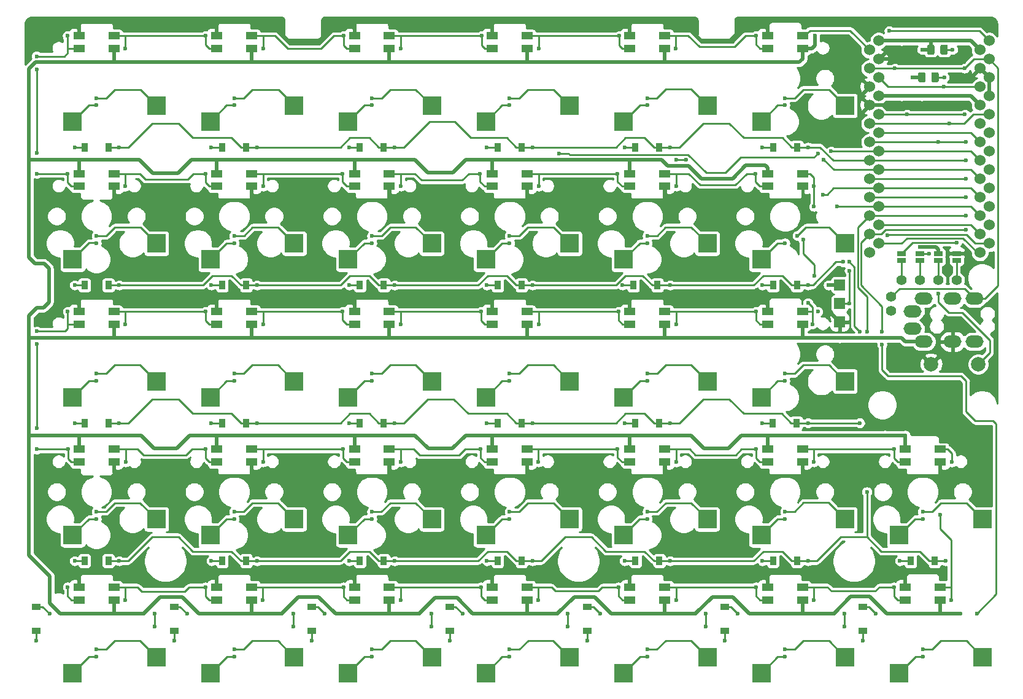
<source format=gbr>
G04 #@! TF.GenerationSoftware,KiCad,Pcbnew,5.1.11-e4df9d881f~92~ubuntu21.04.1*
G04 #@! TF.CreationDate,2021-11-02T17:46:58+01:00*
G04 #@! TF.ProjectId,helix,68656c69-782e-46b6-9963-61645f706362,rev?*
G04 #@! TF.SameCoordinates,Original*
G04 #@! TF.FileFunction,Copper,L1,Top*
G04 #@! TF.FilePolarity,Positive*
%FSLAX46Y46*%
G04 Gerber Fmt 4.6, Leading zero omitted, Abs format (unit mm)*
G04 Created by KiCad (PCBNEW 5.1.11-e4df9d881f~92~ubuntu21.04.1) date 2021-11-02 17:46:58*
%MOMM*%
%LPD*%
G01*
G04 APERTURE LIST*
G04 #@! TA.AperFunction,SMDPad,CuDef*
%ADD10R,2.600000X2.600000*%
G04 #@! TD*
G04 #@! TA.AperFunction,ComponentPad*
%ADD11C,1.524000*%
G04 #@! TD*
G04 #@! TA.AperFunction,SMDPad,CuDef*
%ADD12R,0.900000X1.200000*%
G04 #@! TD*
G04 #@! TA.AperFunction,SMDPad,CuDef*
%ADD13R,1.600000X1.000000*%
G04 #@! TD*
G04 #@! TA.AperFunction,SMDPad,CuDef*
%ADD14R,1.200000X0.900000*%
G04 #@! TD*
G04 #@! TA.AperFunction,SMDPad,CuDef*
%ADD15R,1.524000X1.524000*%
G04 #@! TD*
G04 #@! TA.AperFunction,ComponentPad*
%ADD16C,1.397000*%
G04 #@! TD*
G04 #@! TA.AperFunction,SMDPad,CuDef*
%ADD17R,1.143000X0.635000*%
G04 #@! TD*
G04 #@! TA.AperFunction,ComponentPad*
%ADD18C,2.000000*%
G04 #@! TD*
G04 #@! TA.AperFunction,ComponentPad*
%ADD19O,2.500000X1.700000*%
G04 #@! TD*
G04 #@! TA.AperFunction,ViaPad*
%ADD20C,0.600000*%
G04 #@! TD*
G04 #@! TA.AperFunction,Conductor*
%ADD21C,0.250000*%
G04 #@! TD*
G04 #@! TA.AperFunction,Conductor*
%ADD22C,0.500000*%
G04 #@! TD*
G04 #@! TA.AperFunction,Conductor*
%ADD23C,0.254000*%
G04 #@! TD*
G04 #@! TA.AperFunction,Conductor*
%ADD24C,0.100000*%
G04 #@! TD*
G04 APERTURE END LIST*
G04 #@! TA.AperFunction,SMDPad,CuDef*
G36*
G01*
X207185110Y-53297241D02*
X207185110Y-52397239D01*
G75*
G02*
X207435109Y-52147240I249999J0D01*
G01*
X207960111Y-52147240D01*
G75*
G02*
X208210110Y-52397239I0J-249999D01*
G01*
X208210110Y-53297241D01*
G75*
G02*
X207960111Y-53547240I-249999J0D01*
G01*
X207435109Y-53547240D01*
G75*
G02*
X207185110Y-53297241I0J249999D01*
G01*
G37*
G04 #@! TD.AperFunction*
G04 #@! TA.AperFunction,SMDPad,CuDef*
G36*
G01*
X205360110Y-53297241D02*
X205360110Y-52397239D01*
G75*
G02*
X205610109Y-52147240I249999J0D01*
G01*
X206135111Y-52147240D01*
G75*
G02*
X206385110Y-52397239I0J-249999D01*
G01*
X206385110Y-53297241D01*
G75*
G02*
X206135111Y-53547240I-249999J0D01*
G01*
X205610109Y-53547240D01*
G75*
G02*
X205360110Y-53297241I0J249999D01*
G01*
G37*
G04 #@! TD.AperFunction*
G04 #@! TA.AperFunction,SMDPad,CuDef*
G36*
G01*
X208433620Y-49494861D02*
X208433620Y-48594859D01*
G75*
G02*
X208683619Y-48344860I249999J0D01*
G01*
X209208621Y-48344860D01*
G75*
G02*
X209458620Y-48594859I0J-249999D01*
G01*
X209458620Y-49494861D01*
G75*
G02*
X209208621Y-49744860I-249999J0D01*
G01*
X208683619Y-49744860D01*
G75*
G02*
X208433620Y-49494861I0J249999D01*
G01*
G37*
G04 #@! TD.AperFunction*
G04 #@! TA.AperFunction,SMDPad,CuDef*
G36*
G01*
X206608620Y-49494861D02*
X206608620Y-48594859D01*
G75*
G02*
X206858619Y-48344860I249999J0D01*
G01*
X207383621Y-48344860D01*
G75*
G02*
X207633620Y-48594859I0J-249999D01*
G01*
X207633620Y-49494861D01*
G75*
G02*
X207383621Y-49744860I-249999J0D01*
G01*
X206858619Y-49744860D01*
G75*
G02*
X206608620Y-49494861I0J249999D01*
G01*
G37*
G04 #@! TD.AperFunction*
D10*
X214275000Y-132750000D03*
X202725000Y-134950000D03*
X195275000Y-132750000D03*
X183725000Y-134950000D03*
X176275000Y-132750000D03*
X164725000Y-134950000D03*
X157275000Y-132750000D03*
X145725000Y-134950000D03*
X138275000Y-132750000D03*
X126725000Y-134950000D03*
X119275000Y-132750000D03*
X107725000Y-134950000D03*
X100275000Y-132750000D03*
X88725000Y-134950000D03*
X214275000Y-113750000D03*
X202725000Y-115950000D03*
X195275000Y-113750000D03*
X183725000Y-115950000D03*
X176275000Y-113750000D03*
X164725000Y-115950000D03*
X157275000Y-113750000D03*
X145725000Y-115950000D03*
X138275000Y-113750000D03*
X126725000Y-115950000D03*
X119275000Y-113750000D03*
X107725000Y-115950000D03*
X100275000Y-113750000D03*
X88725000Y-115950000D03*
X195275000Y-94750000D03*
X183725000Y-96950000D03*
X176275000Y-94750000D03*
X164725000Y-96950000D03*
X157275000Y-94750000D03*
X145725000Y-96950000D03*
X138275000Y-94750000D03*
X126725000Y-96950000D03*
X119275000Y-94750000D03*
X107725000Y-96950000D03*
X100275000Y-94750000D03*
X88725000Y-96950000D03*
X195275000Y-75750000D03*
X183725000Y-77950000D03*
X176275000Y-75750000D03*
X164725000Y-77950000D03*
X157275000Y-75750000D03*
X145725000Y-77950000D03*
X138275000Y-75750000D03*
X126725000Y-77950000D03*
X119275000Y-75750000D03*
X107725000Y-77950000D03*
X100275000Y-75750000D03*
X88725000Y-77950000D03*
X195275000Y-56750000D03*
X183725000Y-58950000D03*
X176275000Y-56750000D03*
X164725000Y-58950000D03*
X157275000Y-56750000D03*
X145725000Y-58950000D03*
X138275000Y-56750000D03*
X126725000Y-58950000D03*
X119275000Y-56750000D03*
X107725000Y-58950000D03*
X100275000Y-56750000D03*
X88725000Y-58950000D03*
D11*
X199912400Y-47806800D03*
X199912400Y-50346800D03*
X199912400Y-52886800D03*
X199912400Y-55426800D03*
X199912400Y-57966800D03*
X199912400Y-60506800D03*
X199912400Y-63046800D03*
X199912400Y-65586800D03*
X199912400Y-68126800D03*
X199912400Y-70666800D03*
X199912400Y-73206800D03*
X199912400Y-75746800D03*
X215152400Y-75746800D03*
X215152400Y-73206800D03*
X215152400Y-70666800D03*
X215152400Y-68126800D03*
X215152400Y-65586800D03*
X215152400Y-63046800D03*
X215152400Y-60506800D03*
X215152400Y-57966800D03*
X215152400Y-55426800D03*
X215152400Y-52886800D03*
X215152400Y-50346800D03*
X215152400Y-47806800D03*
X198642400Y-77016800D03*
X198642400Y-54156800D03*
X198642400Y-56696800D03*
X198642400Y-74476800D03*
X198642400Y-49076800D03*
X198642400Y-59236800D03*
X198642400Y-66856800D03*
X198642400Y-61776800D03*
X198642400Y-69396800D03*
X198642400Y-71936800D03*
X198642400Y-64316800D03*
X198642400Y-51616800D03*
X213882400Y-64316800D03*
X213882400Y-74476800D03*
X213882400Y-54156800D03*
X213882400Y-51616800D03*
X213882400Y-77016800D03*
X213882400Y-71936800D03*
X213882400Y-61776800D03*
X213882400Y-59236800D03*
X213882400Y-56696800D03*
X213882400Y-69396800D03*
X213882400Y-66856800D03*
X213882400Y-49076800D03*
D12*
X131650000Y-62500000D03*
X128350000Y-62500000D03*
X207633000Y-119500000D03*
X204333000Y-119500000D03*
D13*
X151400000Y-48875000D03*
X151400000Y-47125000D03*
X146600000Y-48875000D03*
X146600000Y-47125000D03*
D14*
X197725000Y-125814400D03*
X197725000Y-129114400D03*
X178725000Y-125814400D03*
X178725000Y-129114400D03*
X159725000Y-125814400D03*
X159725000Y-129114400D03*
X140725000Y-125814400D03*
X140725000Y-129114400D03*
X121725000Y-125814400D03*
X121725000Y-129114400D03*
X102725000Y-125814400D03*
X102725000Y-129114400D03*
X83725000Y-129114400D03*
X83725000Y-125814400D03*
D12*
X188659200Y-119500000D03*
X185359200Y-119500000D03*
X169650000Y-119500000D03*
X166350000Y-119500000D03*
X150650000Y-119500000D03*
X147350000Y-119500000D03*
X131650000Y-119500000D03*
X128350000Y-119500000D03*
X112650000Y-119500000D03*
X109350000Y-119500000D03*
X93650000Y-119500000D03*
X90350000Y-119500000D03*
X188548400Y-100500000D03*
X185248400Y-100500000D03*
X169650000Y-100500000D03*
X166350000Y-100500000D03*
X150650000Y-100500000D03*
X147350000Y-100500000D03*
X131650000Y-100500000D03*
X128350000Y-100500000D03*
X112650000Y-100500000D03*
X109350000Y-100500000D03*
X93650000Y-100500000D03*
X90350000Y-100500000D03*
X188650000Y-81500000D03*
X185350000Y-81500000D03*
X169380600Y-81500000D03*
X166080600Y-81500000D03*
X150650000Y-81500000D03*
X147350000Y-81500000D03*
X131650000Y-81500000D03*
X128350000Y-81500000D03*
X112650000Y-81500000D03*
X109350000Y-81500000D03*
X93650000Y-81500000D03*
X90350000Y-81500000D03*
X185350000Y-62500000D03*
X188650000Y-62500000D03*
X166350000Y-62500000D03*
X169650000Y-62500000D03*
X147350000Y-62500000D03*
X150650000Y-62500000D03*
X112650000Y-62500000D03*
X109350000Y-62500000D03*
X93650000Y-62500000D03*
X90350000Y-62500000D03*
D15*
X194517440Y-86565320D03*
X194517440Y-84025320D03*
X194517440Y-81485320D03*
D13*
X94400000Y-48875000D03*
X94400000Y-47125000D03*
X89600000Y-48875000D03*
X89600000Y-47125000D03*
X113400000Y-48875000D03*
X113400000Y-47125000D03*
X108600000Y-48875000D03*
X108600000Y-47125000D03*
D16*
X210682000Y-80790000D03*
X208142000Y-80790000D03*
X205602000Y-80790000D03*
X203062000Y-80790000D03*
D17*
X210682000Y-77124620D03*
X210682000Y-78125380D03*
X208142000Y-77124620D03*
X208142000Y-78125380D03*
X205602000Y-77124620D03*
X205602000Y-78125380D03*
X203062000Y-77124620D03*
X203062000Y-78125380D03*
D16*
X201665000Y-83116000D03*
X201665000Y-85071800D03*
D18*
X207150000Y-92400000D03*
X213650000Y-92400000D03*
D19*
X204622400Y-85080000D03*
X206122400Y-89280000D03*
X210122400Y-89280000D03*
X213122400Y-89280000D03*
X210122400Y-83330000D03*
X213122400Y-83330000D03*
X204622400Y-87530000D03*
X206122400Y-83330000D03*
D13*
X132400000Y-48875000D03*
X132400000Y-47125000D03*
X127600000Y-48875000D03*
X127600000Y-47125000D03*
X170400000Y-48875000D03*
X170400000Y-47125000D03*
X165600000Y-48875000D03*
X165600000Y-47125000D03*
X89600000Y-66125000D03*
X89600000Y-67875000D03*
X94400000Y-66125000D03*
X94400000Y-67875000D03*
X108600000Y-66125000D03*
X108600000Y-67875000D03*
X113400000Y-66125000D03*
X113400000Y-67875000D03*
X127600000Y-66125000D03*
X127600000Y-67875000D03*
X132400000Y-66125000D03*
X132400000Y-67875000D03*
X146600000Y-66125000D03*
X146600000Y-67875000D03*
X151400000Y-66125000D03*
X151400000Y-67875000D03*
X165600000Y-66125000D03*
X165600000Y-67875000D03*
X170400000Y-66125000D03*
X170400000Y-67875000D03*
X184600000Y-66125000D03*
X184600000Y-67875000D03*
X189400000Y-66125000D03*
X189400000Y-67875000D03*
X94400000Y-86875000D03*
X94400000Y-85125000D03*
X89600000Y-86875000D03*
X89600000Y-85125000D03*
X113400000Y-86875000D03*
X113400000Y-85125000D03*
X108600000Y-86875000D03*
X108600000Y-85125000D03*
X132400000Y-86875000D03*
X132400000Y-85125000D03*
X127600000Y-86875000D03*
X127600000Y-85125000D03*
X151400000Y-86875000D03*
X151400000Y-85125000D03*
X146600000Y-86875000D03*
X146600000Y-85125000D03*
X170400000Y-86875000D03*
X170400000Y-85125000D03*
X165600000Y-86875000D03*
X165600000Y-85125000D03*
X189400000Y-86875000D03*
X189400000Y-85125000D03*
X184600000Y-86875000D03*
X184600000Y-85125000D03*
X89600000Y-104125000D03*
X89600000Y-105875000D03*
X94400000Y-104125000D03*
X94400000Y-105875000D03*
X108600000Y-104125000D03*
X108600000Y-105875000D03*
X113400000Y-104125000D03*
X113400000Y-105875000D03*
X127600000Y-104125000D03*
X127600000Y-105875000D03*
X132400000Y-104125000D03*
X132400000Y-105875000D03*
X146600000Y-104125000D03*
X146600000Y-105875000D03*
X151400000Y-104125000D03*
X151400000Y-105875000D03*
X165600000Y-104125000D03*
X165600000Y-105875000D03*
X170400000Y-104125000D03*
X170400000Y-105875000D03*
X184600000Y-104125000D03*
X184600000Y-105875000D03*
X189400000Y-104125000D03*
X189400000Y-105875000D03*
X203600000Y-104125000D03*
X203600000Y-105875000D03*
X208400000Y-104125000D03*
X208400000Y-105875000D03*
X94400000Y-124875000D03*
X94400000Y-123125000D03*
X89600000Y-124875000D03*
X89600000Y-123125000D03*
X113400000Y-124875000D03*
X113400000Y-123125000D03*
X108600000Y-124875000D03*
X108600000Y-123125000D03*
X132400000Y-124875000D03*
X132400000Y-123125000D03*
X127600000Y-124875000D03*
X127600000Y-123125000D03*
X151400000Y-124875000D03*
X151400000Y-123125000D03*
X146600000Y-124875000D03*
X146600000Y-123125000D03*
X170400000Y-124875000D03*
X170400000Y-123125000D03*
X165600000Y-124875000D03*
X165600000Y-123125000D03*
X189400000Y-124875000D03*
X189400000Y-123125000D03*
X184600000Y-124875000D03*
X184600000Y-123125000D03*
X208400000Y-124875000D03*
X208400000Y-123125000D03*
X203600000Y-124875000D03*
X203600000Y-123125000D03*
X189400000Y-48875000D03*
X189400000Y-47125000D03*
X184600000Y-48875000D03*
X184600000Y-47125000D03*
D20*
X211999600Y-64316800D03*
X95150000Y-62500000D03*
X114150000Y-62500000D03*
X133150000Y-62500000D03*
X152150000Y-62500000D03*
X171150000Y-62500000D03*
X190159200Y-62500000D03*
X92000000Y-55700000D03*
X88990600Y-62500000D03*
X111000000Y-55700000D03*
X107850000Y-62500000D03*
X130000000Y-55700000D03*
X126850000Y-62500000D03*
X149000000Y-55700000D03*
X145850000Y-62500000D03*
X168000000Y-55700000D03*
X164850000Y-62500000D03*
X187000000Y-55700000D03*
X183850000Y-62500000D03*
X211993300Y-66856800D03*
X95150000Y-81500000D03*
X114150000Y-81500000D03*
X133150000Y-81500000D03*
X152150000Y-81500000D03*
X171150000Y-81500000D03*
X190159200Y-81500000D03*
X195026280Y-78303120D03*
X92000000Y-74699200D03*
X88990600Y-81500000D03*
X111000000Y-74699200D03*
X107850000Y-81500000D03*
X130000000Y-74699200D03*
X126850000Y-81500000D03*
X149000000Y-74699200D03*
X145850000Y-81500000D03*
X168000000Y-74699200D03*
X164580600Y-81500000D03*
X183850000Y-81500000D03*
X188698800Y-74699200D03*
X211980600Y-69396800D03*
X95150000Y-100500000D03*
X114150000Y-100500000D03*
X133150000Y-100500000D03*
X152150000Y-100500000D03*
X171150000Y-100500000D03*
X190159200Y-100500000D03*
X195873800Y-78303120D03*
X197312280Y-87878920D03*
X197312280Y-100500000D03*
X92000000Y-93698400D03*
X88990600Y-100500000D03*
X111000000Y-93698400D03*
X107850000Y-100500000D03*
X130000000Y-93698400D03*
X126850000Y-100500000D03*
X149000000Y-93698400D03*
X145850000Y-100500000D03*
X168000000Y-93698400D03*
X164850000Y-100500000D03*
X187000000Y-93698400D03*
X183850000Y-100500000D03*
X211986900Y-71936800D03*
X95150000Y-119500000D03*
X114150000Y-119500000D03*
X133150000Y-119500000D03*
X152150000Y-119500000D03*
X171150000Y-119500000D03*
X190159200Y-119500000D03*
X209133000Y-119500000D03*
X198286800Y-87878920D03*
X198286800Y-110000000D03*
X92000000Y-112723000D03*
X88990600Y-119500000D03*
X111000000Y-112723000D03*
X107850000Y-119500000D03*
X130000000Y-112723000D03*
X126850000Y-119500000D03*
X149000000Y-112723000D03*
X145850000Y-119500000D03*
X168000000Y-112723000D03*
X164850000Y-119500000D03*
X187000000Y-112723000D03*
X183850000Y-119500000D03*
X210682000Y-75632999D03*
X209645020Y-59236800D03*
X210129120Y-49042320D03*
X205589300Y-76258000D03*
X191110500Y-47125000D03*
X86780000Y-64224990D03*
X117544590Y-50775010D03*
X136556490Y-50775010D03*
X155606490Y-50775010D03*
X174643790Y-50775010D03*
X124780000Y-64224990D03*
X143780000Y-64224990D03*
X105780000Y-64224990D03*
X162780000Y-64224990D03*
X105780000Y-102196201D03*
X86780000Y-102224990D03*
X124780000Y-102196201D03*
X143780000Y-102191400D03*
X162780000Y-102196201D03*
X181780000Y-102196201D03*
X200780000Y-102196201D03*
X98469190Y-126775010D03*
X117544590Y-126775010D03*
X136556490Y-126775010D03*
X155606490Y-126775010D03*
X174643790Y-126775010D03*
X193719190Y-126775010D03*
X98469190Y-88775010D03*
X117544590Y-88775010D03*
X136556490Y-88775010D03*
X155606490Y-88775010D03*
X174643790Y-88775010D03*
X98469190Y-50775010D03*
X211220000Y-126775010D03*
X203600000Y-102196201D03*
X194517440Y-88775010D03*
X191525320Y-85148000D03*
X192973120Y-81485320D03*
X182061641Y-64947800D03*
X203062000Y-55426800D03*
X203062000Y-47806800D03*
X205912720Y-49039780D03*
X205872610Y-55426800D03*
X211972399Y-77124620D03*
X210603260Y-50344920D03*
X86780000Y-45224990D03*
X181011038Y-46231438D03*
X143780000Y-45224990D03*
X162780000Y-45224990D03*
X105780000Y-45224990D03*
X98469190Y-69775010D03*
X117544590Y-69775010D03*
X136556490Y-69775010D03*
X155606490Y-69775010D03*
X174643790Y-69775010D03*
X174643790Y-107775010D03*
X155606490Y-107775010D03*
X136556490Y-107775010D03*
X117544590Y-107775010D03*
X98469190Y-107775010D03*
X193719190Y-107775010D03*
X162780000Y-83224990D03*
X143780000Y-83224990D03*
X124780000Y-83224990D03*
X105780000Y-83224990D03*
X86780000Y-83224990D03*
X86780000Y-121224990D03*
X105780000Y-121224990D03*
X124780000Y-121224990D03*
X143780000Y-121224990D03*
X162780000Y-121224990D03*
X181780000Y-121224990D03*
X203600000Y-121224990D03*
X200780000Y-121224990D03*
X181780000Y-83224990D03*
X211220000Y-107775010D03*
X192317800Y-84365680D03*
X203062000Y-56696800D03*
X190084650Y-69775010D03*
X124244100Y-46494700D03*
X204586840Y-52839620D03*
X195873800Y-84015160D03*
X201376280Y-46438400D03*
X195873800Y-79492680D03*
X149000000Y-113723000D03*
X149000000Y-94698400D03*
X149000000Y-56700000D03*
X149000000Y-75699200D03*
X149000000Y-132696800D03*
X157006720Y-126775010D03*
X157006720Y-128546440D03*
X192353360Y-64203160D03*
X172003550Y-64216280D03*
X173339760Y-64216280D03*
X191576120Y-63319240D03*
X155849320Y-63342520D03*
X130000000Y-132696800D03*
X130000000Y-113723000D03*
X130000000Y-94698400D03*
X130000000Y-75699200D03*
X130000000Y-56700000D03*
X138205640Y-126775010D03*
X138205640Y-128546440D03*
X193357320Y-63046800D03*
X192220000Y-68996560D03*
X168000000Y-132696800D03*
X168000000Y-113723000D03*
X168000000Y-94698400D03*
X168000000Y-56700000D03*
X168000000Y-75699200D03*
X176066880Y-126775010D03*
X176066880Y-128546440D03*
X208142000Y-82633400D03*
X208944640Y-54156800D03*
X92000000Y-132696800D03*
X92000000Y-113723000D03*
X92000000Y-94698400D03*
X92000000Y-75699200D03*
X92000000Y-56700000D03*
X211802800Y-57966800D03*
X100039600Y-126775010D03*
X100044680Y-128546440D03*
X203829080Y-57964920D03*
X111000000Y-132696800D03*
X111000000Y-113723000D03*
X111000000Y-94698400D03*
X111000000Y-56700000D03*
X111000000Y-75699200D03*
X119145480Y-126775010D03*
X119145480Y-128546440D03*
X187000000Y-132696800D03*
X187000000Y-113723000D03*
X187000000Y-94698400D03*
X187000000Y-75699200D03*
X187000000Y-56700000D03*
X195203240Y-128546440D03*
X195203240Y-126775010D03*
X194197400Y-70666800D03*
X206900420Y-77124620D03*
X208142000Y-61776800D03*
X211999600Y-61776800D03*
X208955640Y-52847240D03*
X206000000Y-112723000D03*
X202833000Y-119500000D03*
X123504120Y-126773520D03*
X142500000Y-126775010D03*
X161500000Y-126775010D03*
X180500000Y-126775010D03*
X199500000Y-126775010D03*
X85536200Y-126775010D03*
X211926600Y-73883100D03*
X104500000Y-126775010D03*
X200365360Y-89687400D03*
X200365360Y-87878920D03*
X213461600Y-126775010D03*
X92000000Y-131696800D03*
X83725000Y-130487000D03*
X111000000Y-131696800D03*
X102725000Y-130487000D03*
X130000000Y-131696800D03*
X121725000Y-130487000D03*
X149000000Y-131696800D03*
X140725000Y-130512400D03*
X168000000Y-131696800D03*
X159725000Y-130487000D03*
X187000000Y-131696800D03*
X178725000Y-130512400D03*
X206000000Y-131696800D03*
X197725000Y-130512400D03*
X206000000Y-132696800D03*
X206000000Y-113723000D03*
X88000800Y-47125000D03*
X88014300Y-66125000D03*
X83732800Y-49943600D03*
X83732800Y-66125000D03*
X83732800Y-63251600D03*
X83732800Y-51796200D03*
X107050800Y-47125000D03*
X95990100Y-48875000D03*
X126100800Y-47125000D03*
X115011100Y-48875000D03*
X145150800Y-47125000D03*
X133959500Y-48875000D03*
X164150800Y-47125000D03*
X153008760Y-48875000D03*
X182996000Y-47124200D03*
X171945200Y-48875000D03*
X95987300Y-67875000D03*
X107026200Y-66125000D03*
X115011900Y-67875000D03*
X125961900Y-66125000D03*
X134011100Y-67875000D03*
X144935700Y-66125000D03*
X153023000Y-67875000D03*
X163909500Y-66125000D03*
X172034900Y-67875000D03*
X182921400Y-66125000D03*
X190996000Y-67875000D03*
X190786400Y-86875000D03*
X191048640Y-80203040D03*
X189499240Y-75204320D03*
X190996000Y-70667880D03*
X190159200Y-83936840D03*
X83732800Y-87865800D03*
X88104800Y-104125000D03*
X88027800Y-85125000D03*
X83732800Y-89642200D03*
X83732800Y-101199200D03*
X83732800Y-104125000D03*
X107027000Y-85125000D03*
X95975400Y-86875000D03*
X125975400Y-85125000D03*
X114974600Y-86875000D03*
X145050800Y-85125000D03*
X133999200Y-86875000D03*
X163999200Y-85125000D03*
X153023800Y-86875000D03*
X182973000Y-85125000D03*
X171997600Y-86875000D03*
X96025800Y-105875000D03*
X107027800Y-104125000D03*
X114986900Y-105875000D03*
X126052400Y-104125000D03*
X133986100Y-105875000D03*
X145007100Y-104125000D03*
X152986500Y-105875000D03*
X163904700Y-104125000D03*
X171984500Y-105875000D03*
X183043600Y-104125000D03*
X95948800Y-124875000D03*
X107079400Y-123125000D03*
X114948000Y-124875000D03*
X126078600Y-123125000D03*
X133972600Y-124875000D03*
X145077800Y-123125000D03*
X152946400Y-124875000D03*
X164026200Y-123125000D03*
X171996400Y-124875000D03*
X183000000Y-123125000D03*
X211764700Y-51616800D03*
X202163680Y-51616800D03*
X201088660Y-74604880D03*
X190944800Y-124875000D03*
X202075400Y-123125000D03*
X190958300Y-105875000D03*
X202023800Y-104125000D03*
X210021000Y-105875000D03*
X209918600Y-124875000D03*
X208400000Y-113138600D03*
X88029400Y-123125000D03*
D21*
X198642400Y-64316800D02*
X211999600Y-64316800D01*
X211999600Y-64316800D02*
X211999600Y-64316800D01*
X93650000Y-62500000D02*
X95150000Y-62500000D01*
X131650000Y-62500000D02*
X133150000Y-62500000D01*
X95150000Y-62500000D02*
X95150000Y-62500000D01*
X112650000Y-62500000D02*
X114150000Y-62500000D01*
X133150000Y-62500000D02*
X133150000Y-62500000D01*
X150650000Y-62500000D02*
X152150000Y-62500000D01*
X169650000Y-62500000D02*
X171150000Y-62500000D01*
X190159200Y-62500000D02*
X188650000Y-62500000D01*
X96398600Y-62500000D02*
X95150000Y-62500000D01*
X99709400Y-59189200D02*
X96398600Y-62500000D01*
X103290800Y-59189200D02*
X99709400Y-59189200D01*
X105297400Y-61195800D02*
X103290800Y-59189200D01*
X110631400Y-61195800D02*
X105297400Y-61195800D01*
X111935600Y-62500000D02*
X110631400Y-61195800D01*
X112650000Y-62500000D02*
X111935600Y-62500000D01*
X125684800Y-62500000D02*
X114150000Y-62500000D01*
X126989000Y-61195800D02*
X125684800Y-62500000D01*
X129630600Y-61195800D02*
X126989000Y-61195800D01*
X130934800Y-62500000D02*
X129630600Y-61195800D01*
X131650000Y-62500000D02*
X130934800Y-62500000D01*
X168933200Y-62500000D02*
X169650000Y-62500000D01*
X164987400Y-61195800D02*
X167629000Y-61195800D01*
X167629000Y-61195800D02*
X168933200Y-62500000D01*
X163683200Y-62500000D02*
X164987400Y-61195800D01*
X152150000Y-62500000D02*
X163683200Y-62500000D01*
X186628200Y-61195800D02*
X187932400Y-62500000D01*
X181294200Y-61195800D02*
X186628200Y-61195800D01*
X187932400Y-62500000D02*
X188650000Y-62500000D01*
X179287600Y-59189200D02*
X181294200Y-61195800D01*
X175706200Y-59189200D02*
X179287600Y-59189200D01*
X172395400Y-62500000D02*
X175706200Y-59189200D01*
X171150000Y-62500000D02*
X172395400Y-62500000D01*
X149934000Y-62500000D02*
X150650000Y-62500000D01*
X143641240Y-61195800D02*
X148629800Y-61195800D01*
X141400960Y-58955520D02*
X143641240Y-61195800D01*
X148629800Y-61195800D02*
X149934000Y-62500000D01*
X137941480Y-58955520D02*
X141400960Y-58955520D01*
X134397000Y-62500000D02*
X137941480Y-58955520D01*
X133150000Y-62500000D02*
X134397000Y-62500000D01*
X191849080Y-62500000D02*
X190159200Y-62500000D01*
X193665880Y-64316800D02*
X191849080Y-62500000D01*
X198642400Y-64316800D02*
X193665880Y-64316800D01*
X90350000Y-62500000D02*
X88905600Y-62500000D01*
X98040600Y-54515600D02*
X100275000Y-56750000D01*
X94527800Y-54515600D02*
X98040600Y-54515600D01*
X93343400Y-55700000D02*
X94527800Y-54515600D01*
X92000000Y-55700000D02*
X93343400Y-55700000D01*
X109350000Y-62500000D02*
X107850000Y-62500000D01*
X113501600Y-54515600D02*
X112317200Y-55700000D01*
X117108400Y-54515600D02*
X113501600Y-54515600D01*
X119275000Y-56682200D02*
X117108400Y-54515600D01*
X112317200Y-55700000D02*
X111000000Y-55700000D01*
X119275000Y-56750000D02*
X119275000Y-56682200D01*
X128350000Y-62500000D02*
X126850000Y-62500000D01*
X131316400Y-55700000D02*
X130000000Y-55700000D01*
X132500800Y-54515600D02*
X131316400Y-55700000D01*
X136040600Y-54515600D02*
X132500800Y-54515600D01*
X138275000Y-56750000D02*
X136040600Y-54515600D01*
X147350000Y-62500000D02*
X145850000Y-62500000D01*
X145850000Y-62500000D02*
X145850000Y-62500000D01*
X151500000Y-54515600D02*
X150315600Y-55700000D01*
X155040600Y-54515600D02*
X151500000Y-54515600D01*
X150315600Y-55700000D02*
X149000000Y-55700000D01*
X157275000Y-56750000D02*
X155040600Y-54515600D01*
X166350000Y-62500000D02*
X164850000Y-62500000D01*
X164850000Y-62500000D02*
X164850000Y-62500000D01*
X170524600Y-54490200D02*
X169314800Y-55700000D01*
X169314800Y-55700000D02*
X168000000Y-55700000D01*
X174015200Y-54490200D02*
X170524600Y-54490200D01*
X176275000Y-56750000D02*
X174015200Y-54490200D01*
X185350000Y-62500000D02*
X183850000Y-62500000D01*
X183850000Y-62500000D02*
X183850000Y-62500000D01*
X188314000Y-55700000D02*
X187000000Y-55700000D01*
X189498400Y-54515600D02*
X188314000Y-55700000D01*
X193040600Y-54515600D02*
X189498400Y-54515600D01*
X195275000Y-56750000D02*
X193040600Y-54515600D01*
X198642400Y-66856800D02*
X211993300Y-66856800D01*
X211993300Y-66856800D02*
X211993300Y-66856800D01*
X131650000Y-81500000D02*
X133150000Y-81500000D01*
X93650000Y-81500000D02*
X95150000Y-81500000D01*
X112650000Y-81500000D02*
X114150000Y-81500000D01*
X133150000Y-81500000D02*
X133150000Y-81500000D01*
X152150000Y-81500000D02*
X150650000Y-81500000D01*
X169380600Y-81500000D02*
X171150000Y-81500000D01*
X188650000Y-81500000D02*
X190159200Y-81500000D01*
X111936400Y-81500000D02*
X112650000Y-81500000D01*
X110631400Y-80195000D02*
X111936400Y-81500000D01*
X108015200Y-80195000D02*
X110631400Y-80195000D01*
X106710200Y-81500000D02*
X108015200Y-80195000D01*
X95150000Y-81500000D02*
X106710200Y-81500000D01*
X126989000Y-80195000D02*
X125684000Y-81500000D01*
X125684000Y-81500000D02*
X114150000Y-81500000D01*
X129630600Y-80195000D02*
X126989000Y-80195000D01*
X130935600Y-81500000D02*
X129630600Y-80195000D01*
X131650000Y-81500000D02*
X130935600Y-81500000D01*
X149934800Y-81500000D02*
X150650000Y-81500000D01*
X148629800Y-80195000D02*
X149934800Y-81500000D01*
X145988200Y-80195000D02*
X148629800Y-80195000D01*
X144683200Y-81500000D02*
X145988200Y-80195000D01*
X133150000Y-81500000D02*
X144683200Y-81500000D01*
X168654600Y-81500000D02*
X169380600Y-81500000D01*
X167349600Y-80195000D02*
X168654600Y-81500000D01*
X164987400Y-80195000D02*
X167349600Y-80195000D01*
X163682400Y-81500000D02*
X164987400Y-80195000D01*
X152150000Y-81500000D02*
X163682400Y-81500000D01*
X186628200Y-80195000D02*
X187933200Y-81500000D01*
X187933200Y-81500000D02*
X188650000Y-81500000D01*
X183986600Y-80195000D02*
X186628200Y-80195000D01*
X182681600Y-81500000D02*
X183986600Y-80195000D01*
X171150000Y-81500000D02*
X182681600Y-81500000D01*
X190159200Y-81500000D02*
X190838800Y-81500000D01*
X194035680Y-78303120D02*
X195026280Y-78303120D01*
X190838800Y-81500000D02*
X194035680Y-78303120D01*
X90350000Y-81500000D02*
X88990600Y-81500000D01*
X94502400Y-73514800D02*
X93343400Y-74673800D01*
X98039800Y-73514800D02*
X94502400Y-73514800D01*
X93343400Y-74673800D02*
X92000000Y-74673800D01*
X100275000Y-75750000D02*
X98039800Y-73514800D01*
X109350000Y-81500000D02*
X107850000Y-81500000D01*
X112368000Y-74673800D02*
X111000000Y-74673800D01*
X113527000Y-73514800D02*
X112368000Y-74673800D01*
X117039800Y-73514800D02*
X113527000Y-73514800D01*
X119275000Y-75750000D02*
X117039800Y-73514800D01*
X128350000Y-81500000D02*
X126850000Y-81500000D01*
X131341800Y-74699200D02*
X130000000Y-74699200D01*
X132526200Y-73514800D02*
X131341800Y-74699200D01*
X136039800Y-73514800D02*
X132526200Y-73514800D01*
X138275000Y-75750000D02*
X136039800Y-73514800D01*
X147350000Y-81500000D02*
X145850000Y-81500000D01*
X150341000Y-74673800D02*
X149000000Y-74673800D01*
X151500000Y-73514800D02*
X150341000Y-74673800D01*
X155039800Y-73514800D02*
X151500000Y-73514800D01*
X157275000Y-75750000D02*
X155039800Y-73514800D01*
X170499200Y-73514800D02*
X169340200Y-74673800D01*
X174039800Y-73514800D02*
X170499200Y-73514800D01*
X169340200Y-74673800D02*
X168000000Y-74673800D01*
X176275000Y-75750000D02*
X174039800Y-73514800D01*
X166080600Y-81500000D02*
X164580600Y-81500000D01*
X164580600Y-81500000D02*
X164580600Y-81500000D01*
X185350000Y-81500000D02*
X183850000Y-81500000D01*
X189883200Y-73514800D02*
X188698800Y-74699200D01*
X193039800Y-73514800D02*
X189883200Y-73514800D01*
X195275000Y-75750000D02*
X193039800Y-73514800D01*
X188698800Y-74699200D02*
X188698800Y-74699200D01*
X198642400Y-69396800D02*
X211980600Y-69396800D01*
X211980600Y-69396800D02*
X211980600Y-69396800D01*
X93650000Y-100500000D02*
X95150000Y-100500000D01*
X112650000Y-100500000D02*
X114150000Y-100500000D01*
X131650000Y-100500000D02*
X133150000Y-100500000D01*
X150650000Y-100500000D02*
X152150000Y-100500000D01*
X188548400Y-100500000D02*
X190159200Y-100500000D01*
X169650000Y-100500000D02*
X171150000Y-100500000D01*
X111937200Y-100500000D02*
X112650000Y-100500000D01*
X110631400Y-99194200D02*
X111937200Y-100500000D01*
X105297400Y-99194200D02*
X110631400Y-99194200D01*
X103290800Y-97187600D02*
X105297400Y-99194200D01*
X99709400Y-97187600D02*
X103290800Y-97187600D01*
X96397000Y-100500000D02*
X99709400Y-97187600D01*
X95150000Y-100500000D02*
X96397000Y-100500000D01*
X126989000Y-99194200D02*
X125683200Y-100500000D01*
X129630600Y-99194200D02*
X126989000Y-99194200D01*
X130936400Y-100500000D02*
X129630600Y-99194200D01*
X125683200Y-100500000D02*
X114150000Y-100500000D01*
X131650000Y-100500000D02*
X130936400Y-100500000D01*
X168934800Y-100500000D02*
X169650000Y-100500000D01*
X167629000Y-99194200D02*
X168934800Y-100500000D01*
X164987400Y-99194200D02*
X167629000Y-99194200D01*
X163681600Y-100500000D02*
X164987400Y-99194200D01*
X152150000Y-100500000D02*
X163681600Y-100500000D01*
X186526600Y-99194200D02*
X187832400Y-100500000D01*
X179287600Y-97187600D02*
X181294200Y-99194200D01*
X175706200Y-97187600D02*
X179287600Y-97187600D01*
X181294200Y-99194200D02*
X186526600Y-99194200D01*
X172393800Y-100500000D02*
X175706200Y-97187600D01*
X187832400Y-100500000D02*
X188548400Y-100500000D01*
X171150000Y-100500000D02*
X172393800Y-100500000D01*
X149935600Y-100500000D02*
X150650000Y-100500000D01*
X148629800Y-99194200D02*
X149935600Y-100500000D01*
X143295800Y-99194200D02*
X148629800Y-99194200D01*
X141289200Y-97187600D02*
X143295800Y-99194200D01*
X137707800Y-97187600D02*
X141289200Y-97187600D01*
X134395400Y-100500000D02*
X137707800Y-97187600D01*
X133150000Y-100500000D02*
X134395400Y-100500000D01*
X196579900Y-79009220D02*
X196579900Y-87141460D01*
X195873800Y-78303120D02*
X196579900Y-79009220D01*
X196579900Y-87141460D02*
X197312280Y-87878920D01*
X197312280Y-87878920D02*
X197312280Y-87878920D01*
X190159200Y-100500000D02*
X197312280Y-100500000D01*
X197312280Y-100500000D02*
X197312280Y-100500000D01*
X88990600Y-100500000D02*
X90350000Y-100500000D01*
X93318000Y-93698400D02*
X92000000Y-93698400D01*
X94502400Y-92514000D02*
X93318000Y-93698400D01*
X98039000Y-92514000D02*
X94502400Y-92514000D01*
X100275000Y-94750000D02*
X98039000Y-92514000D01*
X109350000Y-100500000D02*
X107850000Y-100500000D01*
X112317200Y-93698400D02*
X111000000Y-93698400D01*
X113501600Y-92514000D02*
X112317200Y-93698400D01*
X117039000Y-92514000D02*
X113501600Y-92514000D01*
X119275000Y-94750000D02*
X117039000Y-92514000D01*
X128350000Y-100500000D02*
X126850000Y-100500000D01*
X131316400Y-93698400D02*
X130000000Y-93698400D01*
X132500800Y-92514000D02*
X131316400Y-93698400D01*
X136039000Y-92514000D02*
X132500800Y-92514000D01*
X138275000Y-94750000D02*
X136039000Y-92514000D01*
X147350000Y-100500000D02*
X145850000Y-100500000D01*
X150341000Y-93698400D02*
X149000000Y-93698400D01*
X151525400Y-92514000D02*
X150341000Y-93698400D01*
X155039000Y-92514000D02*
X151525400Y-92514000D01*
X157275000Y-94750000D02*
X155039000Y-92514000D01*
X166350000Y-100500000D02*
X164850000Y-100500000D01*
X169340200Y-93698400D02*
X168000000Y-93698400D01*
X170524600Y-92514000D02*
X169340200Y-93698400D01*
X174039000Y-92514000D02*
X170524600Y-92514000D01*
X176275000Y-94750000D02*
X174039000Y-92514000D01*
X185248400Y-100500000D02*
X183850000Y-100500000D01*
X188314000Y-93698400D02*
X187000000Y-93698400D01*
X189498400Y-92514000D02*
X188314000Y-93698400D01*
X193039000Y-92514000D02*
X189498400Y-92514000D01*
X195275000Y-94750000D02*
X193039000Y-92514000D01*
X198642400Y-71936800D02*
X211986900Y-71936800D01*
X211986900Y-71936800D02*
X211986900Y-71936800D01*
X112650000Y-119500000D02*
X114150000Y-119500000D01*
X131650000Y-119500000D02*
X133150000Y-119500000D01*
X133150000Y-119500000D02*
X133150000Y-119500000D01*
X150650000Y-119500000D02*
X152150000Y-119500000D01*
X169650000Y-119500000D02*
X171150000Y-119500000D01*
X188659200Y-119500000D02*
X190159200Y-119500000D01*
X95177000Y-119500000D02*
X93650000Y-119500000D01*
X96396200Y-119500000D02*
X95177000Y-119500000D01*
X99709400Y-116186800D02*
X96396200Y-119500000D01*
X105297400Y-118193400D02*
X103290800Y-116186800D01*
X103290800Y-116186800D02*
X99709400Y-116186800D01*
X110631400Y-118193400D02*
X105297400Y-118193400D01*
X111938000Y-119500000D02*
X110631400Y-118193400D01*
X112650000Y-119500000D02*
X111938000Y-119500000D01*
X125682400Y-119500000D02*
X114150000Y-119500000D01*
X126989000Y-118193400D02*
X125682400Y-119500000D01*
X129630600Y-118193400D02*
X126989000Y-118193400D01*
X130937200Y-119500000D02*
X129630600Y-118193400D01*
X131650000Y-119500000D02*
X130937200Y-119500000D01*
X144681600Y-119500000D02*
X133150000Y-119500000D01*
X145988200Y-118193400D02*
X144681600Y-119500000D01*
X148629800Y-118193400D02*
X145988200Y-118193400D01*
X149936400Y-119500000D02*
X148629800Y-118193400D01*
X150650000Y-119500000D02*
X149936400Y-119500000D01*
X187934800Y-119500000D02*
X188659200Y-119500000D01*
X186628200Y-118193400D02*
X187934800Y-119500000D01*
X183986600Y-118193400D02*
X186628200Y-118193400D01*
X182680000Y-119500000D02*
X183986600Y-118193400D01*
X171150000Y-119500000D02*
X182680000Y-119500000D01*
X206908600Y-119500000D02*
X207633000Y-119500000D01*
X205602000Y-118193400D02*
X206908600Y-119500000D01*
X198286800Y-116186800D02*
X200293400Y-118193400D01*
X200293400Y-118193400D02*
X205602000Y-118193400D01*
X194705400Y-116186800D02*
X198286800Y-116186800D01*
X191392200Y-119500000D02*
X194705400Y-116186800D01*
X190159200Y-119500000D02*
X191392200Y-119500000D01*
X168935600Y-119500000D02*
X169650000Y-119500000D01*
X167629000Y-118193400D02*
X168935600Y-119500000D01*
X162295000Y-118193400D02*
X167629000Y-118193400D01*
X156707000Y-116186800D02*
X160288400Y-116186800D01*
X153393800Y-119500000D02*
X156707000Y-116186800D01*
X160288400Y-116186800D02*
X162295000Y-118193400D01*
X152150000Y-119500000D02*
X153393800Y-119500000D01*
X209133000Y-119500000D02*
X207633000Y-119500000D01*
X198286800Y-116186800D02*
X198286800Y-110000000D01*
X198286800Y-110000000D02*
X198286800Y-110000000D01*
X198286800Y-83057160D02*
X198286800Y-87878920D01*
X197029910Y-81800270D02*
X198286800Y-83057160D01*
X197029910Y-73549290D02*
X197029910Y-81800270D01*
X198642400Y-71936800D02*
X197029910Y-73549290D01*
X88990600Y-119500000D02*
X90350000Y-119500000D01*
X93318000Y-112723000D02*
X92000000Y-112723000D01*
X94527800Y-111513200D02*
X93318000Y-112723000D01*
X98038200Y-111513200D02*
X94527800Y-111513200D01*
X100275000Y-113750000D02*
X98038200Y-111513200D01*
X109350000Y-119500000D02*
X107850000Y-119500000D01*
X112291800Y-112723000D02*
X111000000Y-112723000D01*
X113501600Y-111513200D02*
X112291800Y-112723000D01*
X117038200Y-111513200D02*
X113501600Y-111513200D01*
X119275000Y-113750000D02*
X117038200Y-111513200D01*
X128350000Y-119500000D02*
X126850000Y-119500000D01*
X131291000Y-112723000D02*
X130000000Y-112723000D01*
X132500800Y-111513200D02*
X131291000Y-112723000D01*
X136038200Y-111513200D02*
X132500800Y-111513200D01*
X138275000Y-113750000D02*
X136038200Y-111513200D01*
X147350000Y-119500000D02*
X145850000Y-119500000D01*
X150315600Y-112723000D02*
X149000000Y-112723000D01*
X151525400Y-111513200D02*
X150315600Y-112723000D01*
X155038200Y-111513200D02*
X151525400Y-111513200D01*
X157275000Y-113750000D02*
X155038200Y-111513200D01*
X166350000Y-119500000D02*
X164850000Y-119500000D01*
X169314800Y-112723000D02*
X168000000Y-112723000D01*
X170524600Y-111513200D02*
X169314800Y-112723000D01*
X174038200Y-111513200D02*
X170524600Y-111513200D01*
X176275000Y-113750000D02*
X174038200Y-111513200D01*
X185359200Y-119500000D02*
X183850000Y-119500000D01*
X188314000Y-112723000D02*
X187000000Y-112723000D01*
X189549200Y-111487800D02*
X188314000Y-112723000D01*
X193012800Y-111487800D02*
X189549200Y-111487800D01*
X195275000Y-113750000D02*
X193012800Y-111487800D01*
X204553621Y-75632999D02*
X208792401Y-75632999D01*
X203062000Y-77124620D02*
X204553621Y-75632999D01*
X208792401Y-75632999D02*
X210682000Y-75632999D01*
X200931600Y-59236800D02*
X198642400Y-59236800D01*
X209645020Y-59236800D02*
X211701200Y-59236800D01*
X212971200Y-57966800D02*
X215152400Y-57966800D01*
X211701200Y-59236800D02*
X212971200Y-57966800D01*
X207651540Y-59236800D02*
X200931600Y-59236800D01*
X209645020Y-59236800D02*
X207651540Y-59236800D01*
X208948660Y-49042320D02*
X208946120Y-49044860D01*
X210129120Y-49042320D02*
X208948660Y-49042320D01*
D22*
X190325700Y-48875000D02*
X189400000Y-48875000D01*
X191110500Y-48483900D02*
X190719400Y-48875000D01*
X190719400Y-48875000D02*
X190325700Y-48875000D01*
X191110500Y-47125000D02*
X191110500Y-48483900D01*
X208142000Y-77124620D02*
X208142000Y-76550100D01*
X207849900Y-76258000D02*
X208142000Y-76550100D01*
X205589300Y-76258000D02*
X207849900Y-76258000D01*
X212612400Y-55426800D02*
X213882400Y-56696800D01*
X165600000Y-64253980D02*
X165628990Y-64224990D01*
X165600000Y-66125000D02*
X165600000Y-64253980D01*
X149036200Y-64224990D02*
X162821810Y-64224990D01*
X146616610Y-66104590D02*
X146616610Y-64224990D01*
X146600000Y-66121200D02*
X146616610Y-66104590D01*
X146600000Y-66125000D02*
X146600000Y-66121200D01*
X146616610Y-64224990D02*
X149036200Y-64224990D01*
X108600000Y-64232180D02*
X108592810Y-64224990D01*
X108600000Y-66125000D02*
X108600000Y-64232180D01*
X184600000Y-104125000D02*
X184600000Y-102296800D01*
X184600000Y-102296800D02*
X184499401Y-102196201D01*
X165600000Y-104125000D02*
X165600000Y-102196201D01*
X147061323Y-102196201D02*
X147056522Y-102191400D01*
X165600000Y-102196201D02*
X162912499Y-102196201D01*
X146600000Y-102316200D02*
X146724800Y-102191400D01*
X146600000Y-104125000D02*
X146600000Y-102316200D01*
X147056522Y-102191400D02*
X146724800Y-102191400D01*
X108600000Y-104125000D02*
X108600000Y-102196201D01*
X89600000Y-64243600D02*
X89581390Y-64224990D01*
X89600000Y-66125000D02*
X89600000Y-64243600D01*
X89581390Y-64224990D02*
X86780000Y-64224990D01*
X127600000Y-66125000D02*
X127600000Y-64242400D01*
X127617410Y-64224990D02*
X124772610Y-64224990D01*
X127600000Y-64242400D02*
X127617410Y-64224990D01*
X86780000Y-64224990D02*
X86780000Y-64224990D01*
X169967466Y-50775010D02*
X168086200Y-50775010D01*
X112967466Y-50775010D02*
X110987000Y-50775010D01*
X127600000Y-102196201D02*
X127600000Y-104125000D01*
X127600000Y-102196201D02*
X124761699Y-102196201D01*
X208400000Y-126770340D02*
X208404670Y-126775010D01*
X208400000Y-124875000D02*
X208400000Y-126770340D01*
X189400000Y-126731000D02*
X189444010Y-126775010D01*
X189400000Y-124875000D02*
X189400000Y-126731000D01*
X94400000Y-126660960D02*
X94514050Y-126775010D01*
X94400000Y-124875000D02*
X94400000Y-126660960D01*
X113400000Y-126717640D02*
X113457370Y-126775010D01*
X113400000Y-124875000D02*
X113400000Y-126717640D01*
X170400000Y-124875000D02*
X170400000Y-126679680D01*
X113400000Y-50604000D02*
X113571010Y-50775010D01*
X113400000Y-48875000D02*
X113400000Y-50604000D01*
X113571010Y-50775010D02*
X112967466Y-50775010D01*
X94400000Y-48875000D02*
X94400000Y-50659080D01*
X94400000Y-50659080D02*
X94515930Y-50775010D01*
X110987000Y-50775010D02*
X98522390Y-50775010D01*
X132400000Y-50691160D02*
X132483850Y-50775010D01*
X132400000Y-48875000D02*
X132400000Y-50691160D01*
X132483850Y-50775010D02*
X117737490Y-50775010D01*
X151400000Y-48875000D02*
X151400000Y-50676720D01*
X151400000Y-50676720D02*
X151498290Y-50775010D01*
X151498290Y-50775010D02*
X136609690Y-50775010D01*
X168086200Y-50775010D02*
X155926390Y-50775010D01*
X189400000Y-50342476D02*
X189400000Y-48875000D01*
X188967466Y-50775010D02*
X189400000Y-50342476D01*
X170400000Y-50713080D02*
X170461930Y-50775010D01*
X170400000Y-48875000D02*
X170400000Y-50713080D01*
X170461930Y-50775010D02*
X174709690Y-50775010D01*
X169967466Y-50775010D02*
X170461930Y-50775010D01*
X155926390Y-50775010D02*
X155685090Y-50775010D01*
X136508090Y-50775010D02*
X136508090Y-50775010D01*
X155558090Y-50775010D02*
X151498290Y-50775010D01*
X136508090Y-50775010D02*
X132483850Y-50775010D01*
X117445390Y-50775010D02*
X113571010Y-50775010D01*
X98395390Y-50775010D02*
X94515930Y-50775010D01*
X98522390Y-50775010D02*
X98395390Y-50775010D01*
X117737490Y-50775010D02*
X117559690Y-50775010D01*
X117559690Y-50775010D02*
X117445390Y-50775010D01*
X136609690Y-50775010D02*
X136508090Y-50775010D01*
X155685090Y-50775010D02*
X155558090Y-50775010D01*
X174709690Y-50775010D02*
X188967466Y-50775010D01*
X124772610Y-64224990D02*
X108592810Y-64224990D01*
X162821810Y-64224990D02*
X165628990Y-64224990D01*
X113400000Y-88678600D02*
X113496410Y-88775010D01*
X113400000Y-86875000D02*
X113400000Y-88678600D01*
X113496410Y-88775010D02*
X98977990Y-88775010D01*
X132400000Y-88715900D02*
X132340890Y-88775010D01*
X132400000Y-86875000D02*
X132400000Y-88715900D01*
X132340890Y-88775010D02*
X118307390Y-88775010D01*
X151400000Y-88642100D02*
X151532910Y-88775010D01*
X151400000Y-86875000D02*
X151400000Y-88642100D01*
X151532910Y-88775010D02*
X137598690Y-88775010D01*
X170400000Y-86875000D02*
X170400000Y-88630200D01*
X170544810Y-88775010D02*
X155899390Y-88775010D01*
X170400000Y-88630200D02*
X170544810Y-88775010D01*
X188967466Y-88775010D02*
X175393890Y-88775010D01*
X89600000Y-102305900D02*
X89680910Y-102224990D01*
X89600000Y-104125000D02*
X89600000Y-102305900D01*
X124761699Y-102196201D02*
X108600000Y-102196201D01*
X162912499Y-102196201D02*
X147061323Y-102196201D01*
X117543790Y-126775010D02*
X113457370Y-126775010D01*
X98977990Y-88775010D02*
X94342490Y-88775010D01*
X118307390Y-88775010D02*
X113496410Y-88775010D01*
X137598690Y-88775010D02*
X132340890Y-88775010D01*
X155899390Y-88775010D02*
X151532910Y-88775010D01*
X175393890Y-88775010D02*
X170544810Y-88775010D01*
X135934601Y-102196201D02*
X127600000Y-102196201D01*
X137758600Y-104020200D02*
X135934601Y-102196201D01*
X141098700Y-104020200D02*
X137758600Y-104020200D01*
X142927500Y-102191400D02*
X141098700Y-104020200D01*
X146724800Y-102191400D02*
X142927500Y-102191400D01*
X90032534Y-102224990D02*
X89680910Y-102224990D01*
X99938000Y-103994800D02*
X98168190Y-102224990D01*
X103036800Y-103994800D02*
X99938000Y-103994800D01*
X104835399Y-102196201D02*
X103036800Y-103994800D01*
X98168190Y-102224990D02*
X90032534Y-102224990D01*
X108600000Y-102196201D02*
X104835399Y-102196201D01*
X182203799Y-102196201D02*
X184499401Y-102196201D01*
X180971899Y-102196201D02*
X182203799Y-102196201D01*
X175807800Y-103969400D02*
X179198700Y-103969400D01*
X174034601Y-102196201D02*
X175807800Y-103969400D01*
X179198700Y-103969400D02*
X180971899Y-102196201D01*
X165600000Y-102196201D02*
X174034601Y-102196201D01*
X142971710Y-64224990D02*
X143784510Y-64224990D01*
X141213000Y-65983700D02*
X142971710Y-64224990D01*
X143784510Y-64224990D02*
X146616610Y-64224990D01*
X137669700Y-65983700D02*
X141213000Y-65983700D01*
X135910990Y-64224990D02*
X137669700Y-65983700D01*
X127617410Y-64224990D02*
X135910990Y-64224990D01*
X99734800Y-66047200D02*
X97912590Y-64224990D01*
X90032534Y-64224990D02*
X89581390Y-64224990D01*
X103265400Y-66047200D02*
X99734800Y-66047200D01*
X105087610Y-64224990D02*
X103265400Y-66047200D01*
X97912590Y-64224990D02*
X90032534Y-64224990D01*
X108592810Y-64224990D02*
X105087610Y-64224990D01*
X189400000Y-88758000D02*
X189417010Y-88775010D01*
X189400000Y-86875000D02*
X189400000Y-88758000D01*
X188967466Y-88775010D02*
X189417010Y-88775010D01*
X86780000Y-102224990D02*
X89680910Y-102224990D01*
X94400000Y-88717500D02*
X94342490Y-88775010D01*
X94400000Y-86875000D02*
X94400000Y-88717500D01*
X82671190Y-88775010D02*
X82666000Y-88780200D01*
X94342490Y-88775010D02*
X82671190Y-88775010D01*
X82666000Y-101175400D02*
X82666000Y-88780200D01*
X82826590Y-102224990D02*
X82666000Y-102064400D01*
X86780000Y-102224990D02*
X82826590Y-102224990D01*
X82666000Y-102064400D02*
X82666000Y-101175400D01*
X83758200Y-84589200D02*
X82666000Y-85681400D01*
X84698000Y-84589200D02*
X83758200Y-84589200D01*
X85434600Y-83852600D02*
X84698000Y-84589200D01*
X85434600Y-79153600D02*
X85434600Y-83852600D01*
X82666000Y-85681400D02*
X82666000Y-88780200D01*
X84799600Y-78518600D02*
X85434600Y-79153600D01*
X83555000Y-78518600D02*
X84799600Y-78518600D01*
X82666000Y-77629600D02*
X83555000Y-78518600D01*
X83561790Y-50775010D02*
X82666000Y-51670800D01*
X94515930Y-50775010D02*
X83561790Y-50775010D01*
X82824990Y-64224990D02*
X82666000Y-64066000D01*
X86780000Y-64224990D02*
X82824990Y-64224990D01*
X82666000Y-64066000D02*
X82666000Y-77629600D01*
X82666000Y-51670800D02*
X82666000Y-64066000D01*
X200593399Y-102196201D02*
X184499401Y-102196201D01*
X203600000Y-102196201D02*
X203600000Y-102196201D01*
X203600000Y-104125000D02*
X203600000Y-102196201D01*
X203600000Y-102196201D02*
X200780000Y-102196201D01*
X87005810Y-126775010D02*
X94514050Y-126775010D01*
X85536200Y-125305400D02*
X87005810Y-126775010D01*
X85536200Y-121597000D02*
X85536200Y-125305400D01*
X82666000Y-118726800D02*
X85536200Y-121597000D01*
X82666000Y-102064400D02*
X82666000Y-118726800D01*
X98469190Y-126775010D02*
X94514050Y-126775010D01*
X119852400Y-124467200D02*
X117544590Y-126775010D01*
X122671000Y-124467200D02*
X119852400Y-124467200D01*
X124978810Y-126775010D02*
X122671000Y-124467200D01*
X124978810Y-126775010D02*
X128032534Y-126775010D01*
X128032534Y-126775010D02*
X136556490Y-126775010D01*
X132400000Y-126670620D02*
X132504390Y-126775010D01*
X132400000Y-124875000D02*
X132400000Y-126670620D01*
X138737300Y-124594200D02*
X136556490Y-126775010D01*
X141746400Y-124594200D02*
X138737300Y-124594200D01*
X143927210Y-126775010D02*
X141746400Y-124594200D01*
X151400000Y-126624600D02*
X151249590Y-126775010D01*
X151400000Y-124875000D02*
X151400000Y-126624600D01*
X151249590Y-126775010D02*
X143927210Y-126775010D01*
X155606490Y-126775010D02*
X151249590Y-126775010D01*
X157914300Y-124467200D02*
X155606490Y-126775010D01*
X163028010Y-126775010D02*
X160720200Y-124467200D01*
X160720200Y-124467200D02*
X157914300Y-124467200D01*
X163028010Y-126775010D02*
X174643790Y-126775010D01*
X176951600Y-124467200D02*
X174643790Y-126775010D01*
X179744800Y-124467200D02*
X176951600Y-124467200D01*
X182052610Y-126775010D02*
X179744800Y-124467200D01*
X189444010Y-126775010D02*
X182052610Y-126775010D01*
X189444010Y-126775010D02*
X193719190Y-126775010D01*
X196077800Y-124416400D02*
X193719190Y-126775010D01*
X198642400Y-124416400D02*
X196077800Y-124416400D01*
X201001010Y-126775010D02*
X198642400Y-124416400D01*
X208404670Y-126775010D02*
X201001010Y-126775010D01*
X99480800Y-125763400D02*
X98469190Y-126775010D01*
X100777000Y-124467200D02*
X99480800Y-125763400D01*
X103798800Y-124467200D02*
X100777000Y-124467200D01*
X106106610Y-126775010D02*
X103798800Y-124467200D01*
X113457370Y-126775010D02*
X106106610Y-126775010D01*
X203061890Y-88775010D02*
X203566880Y-89280000D01*
X203566880Y-89280000D02*
X206122400Y-89280000D01*
X189417010Y-88775010D02*
X193968910Y-88775010D01*
X193968910Y-88775010D02*
X203061890Y-88775010D01*
X194517440Y-81485320D02*
X192973120Y-81485320D01*
X192973120Y-81485320D02*
X192973120Y-81485320D01*
X211220000Y-126775010D02*
X208404670Y-126775010D01*
X199912400Y-55426800D02*
X203079160Y-55426800D01*
X212612400Y-47806800D02*
X213882400Y-49076800D01*
X184241440Y-64947800D02*
X184600000Y-65306360D01*
X181599840Y-64947800D02*
X184241440Y-64947800D01*
X184600000Y-65306360D02*
X184600000Y-66125000D01*
X179745640Y-66802000D02*
X181599840Y-64947800D01*
X175427640Y-66802000D02*
X179745640Y-66802000D01*
X173690280Y-65064640D02*
X175427640Y-66802000D01*
X170825160Y-65064640D02*
X173690280Y-65064640D01*
X169985510Y-64224990D02*
X170825160Y-65064640D01*
X165628990Y-64224990D02*
X169985510Y-64224990D01*
X203079160Y-55426800D02*
X205812200Y-55426800D01*
X207121120Y-47846620D02*
X207160940Y-47806800D01*
X207121120Y-49044860D02*
X207121120Y-47846620D01*
X207160940Y-47806800D02*
X212612400Y-47806800D01*
X199912400Y-47806800D02*
X207160940Y-47806800D01*
X207116040Y-49039780D02*
X207121120Y-49044860D01*
X205912720Y-49039780D02*
X207116040Y-49039780D01*
X205812200Y-55426800D02*
X212612400Y-55426800D01*
X210682000Y-77124620D02*
X211972320Y-77124620D01*
X215152400Y-55426800D02*
X215152400Y-52886800D01*
X215152400Y-52886800D02*
X213882400Y-51616800D01*
X199912400Y-50346800D02*
X209519340Y-50346800D01*
X209521220Y-50344920D02*
X209519340Y-50346800D01*
X210603260Y-50344920D02*
X209521220Y-50344920D01*
X198642400Y-56696800D02*
X202331140Y-56696800D01*
X202331140Y-56696800D02*
X202331140Y-56696800D01*
X86780000Y-45224990D02*
X86780000Y-45224990D01*
X89600000Y-45230580D02*
X89594410Y-45224990D01*
X89600000Y-47125000D02*
X89600000Y-45230580D01*
X93967466Y-45224990D02*
X89594410Y-45224990D01*
X108600000Y-45269400D02*
X108644410Y-45224990D01*
X108600000Y-47125000D02*
X108600000Y-45269400D01*
X108644410Y-45224990D02*
X105977410Y-45224990D01*
X127600000Y-45229380D02*
X127604390Y-45224990D01*
X127600000Y-47125000D02*
X127600000Y-45229380D01*
X146600000Y-45228580D02*
X146603590Y-45224990D01*
X146600000Y-47125000D02*
X146600000Y-45228580D01*
X146603590Y-45224990D02*
X143772610Y-45224990D01*
X165600000Y-45317800D02*
X165692810Y-45224990D01*
X165600000Y-47125000D02*
X165600000Y-45317800D01*
X165692810Y-45224990D02*
X162863250Y-45224990D01*
X184600000Y-45756400D02*
X184600000Y-47125000D01*
X184068590Y-45224990D02*
X184600000Y-45756400D01*
X182017486Y-45224990D02*
X181011038Y-46231438D01*
X184068590Y-45224990D02*
X182017486Y-45224990D01*
X169967466Y-121224990D02*
X167949040Y-121224990D01*
X131967466Y-121224990D02*
X129686480Y-121224990D01*
X112967466Y-121224990D02*
X110748240Y-121224990D01*
X89600000Y-121246280D02*
X89578710Y-121224990D01*
X89600000Y-123125000D02*
X89600000Y-121246280D01*
X89578710Y-121224990D02*
X87653390Y-121224990D01*
X108600000Y-121257240D02*
X108567750Y-121224990D01*
X108600000Y-123125000D02*
X108600000Y-121257240D01*
X110748240Y-121224990D02*
X108567750Y-121224990D01*
X127600000Y-121285720D02*
X127660730Y-121224990D01*
X127600000Y-123125000D02*
X127600000Y-121285720D01*
X127660730Y-121224990D02*
X124744810Y-121224990D01*
X129686480Y-121224990D02*
X127660730Y-121224990D01*
X146600000Y-121231100D02*
X146593890Y-121224990D01*
X146600000Y-123125000D02*
X146600000Y-121231100D01*
X146593890Y-121224990D02*
X144277410Y-121224990D01*
X165600000Y-121346000D02*
X165478990Y-121224990D01*
X165600000Y-123125000D02*
X165600000Y-121346000D01*
X167949040Y-121224990D02*
X165478990Y-121224990D01*
X184600000Y-121242680D02*
X184617690Y-121224990D01*
X184600000Y-123125000D02*
X184600000Y-121242680D01*
X184617690Y-121224990D02*
X181971010Y-121224990D01*
X208400000Y-107342476D02*
X208400000Y-107342476D01*
X189400000Y-107725400D02*
X189350390Y-107775010D01*
X189400000Y-105875000D02*
X189400000Y-107725400D01*
X189350390Y-107775010D02*
X193719190Y-107775010D01*
X170400000Y-107665240D02*
X170290230Y-107775010D01*
X170400000Y-105875000D02*
X170400000Y-107665240D01*
X170290230Y-107775010D02*
X174643790Y-107775010D01*
X151400000Y-107699720D02*
X151475290Y-107775010D01*
X151400000Y-105875000D02*
X151400000Y-107699720D01*
X151475290Y-107775010D02*
X155606490Y-107775010D01*
X132400000Y-105875000D02*
X132400000Y-107682080D01*
X132400000Y-107682080D02*
X132307070Y-107775010D01*
X132307070Y-107775010D02*
X136556490Y-107775010D01*
X113400000Y-107647320D02*
X113272310Y-107775010D01*
X113400000Y-105875000D02*
X113400000Y-107647320D01*
X113272310Y-107775010D02*
X117544590Y-107775010D01*
X113400000Y-69674320D02*
X113500690Y-69775010D01*
X113400000Y-67875000D02*
X113400000Y-69674320D01*
X132400000Y-69617640D02*
X132242630Y-69775010D01*
X132400000Y-67875000D02*
X132400000Y-69617640D01*
X132242630Y-69775010D02*
X117685890Y-69775010D01*
X151400000Y-69635280D02*
X151539730Y-69775010D01*
X151400000Y-67875000D02*
X151400000Y-69635280D01*
X151539730Y-69775010D02*
X136862890Y-69775010D01*
X170400000Y-69646240D02*
X170528770Y-69775010D01*
X170400000Y-67875000D02*
X170400000Y-69646240D01*
X170528770Y-69775010D02*
X155646190Y-69775010D01*
X143772610Y-45224990D02*
X127604390Y-45224990D01*
X162863250Y-45224990D02*
X146603590Y-45224990D01*
X105977410Y-45224990D02*
X93967466Y-45224990D01*
X86780000Y-45224990D02*
X89594410Y-45224990D01*
X117685890Y-69775010D02*
X113500690Y-69775010D01*
X136862890Y-69775010D02*
X132242630Y-69775010D01*
X155646190Y-69775010D02*
X151539730Y-69775010D01*
X166032534Y-83224990D02*
X182023410Y-83224990D01*
X131967466Y-83224990D02*
X129770300Y-83224990D01*
X108600000Y-83344000D02*
X108719010Y-83224990D01*
X108600000Y-85125000D02*
X108600000Y-83344000D01*
X127600000Y-83243680D02*
X127618690Y-83224990D01*
X127600000Y-85125000D02*
X127600000Y-83243680D01*
X127618690Y-83224990D02*
X124987710Y-83224990D01*
X129770300Y-83224990D02*
X127618690Y-83224990D01*
X146600000Y-83355100D02*
X146730110Y-83224990D01*
X146600000Y-85125000D02*
X146600000Y-83355100D01*
X146730110Y-83224990D02*
X143847210Y-83224990D01*
X150967466Y-83224990D02*
X146730110Y-83224990D01*
X165600000Y-83233300D02*
X165591690Y-83224990D01*
X165600000Y-85125000D02*
X165600000Y-83233300D01*
X165591690Y-83224990D02*
X162884510Y-83224990D01*
X166032534Y-83224990D02*
X165591690Y-83224990D01*
X174643790Y-107775010D02*
X189350390Y-107775010D01*
X155606490Y-107775010D02*
X170290230Y-107775010D01*
X136556490Y-107775010D02*
X151475290Y-107775010D01*
X117544590Y-107775010D02*
X132307070Y-107775010D01*
X98469190Y-107775010D02*
X113272310Y-107775010D01*
X162884510Y-83224990D02*
X150967466Y-83224990D01*
X143847210Y-83224990D02*
X131967466Y-83224990D01*
X124987710Y-83224990D02*
X108719010Y-83224990D01*
X89544090Y-83224990D02*
X86780000Y-83224990D01*
X108719010Y-83224990D02*
X89544090Y-83224990D01*
X89600000Y-83280900D02*
X89544090Y-83224990D01*
X89600000Y-85125000D02*
X89600000Y-83280900D01*
X124744810Y-121224990D02*
X112967466Y-121224990D01*
X144277410Y-121224990D02*
X131967466Y-121224990D01*
X181971010Y-121224990D02*
X169967466Y-121224990D01*
X203600000Y-121224990D02*
X203600000Y-123125000D01*
X182023410Y-83224990D02*
X183968590Y-83224990D01*
X87653390Y-121224990D02*
X86780000Y-121224990D01*
X94400000Y-105875000D02*
X94400000Y-107342476D01*
X94832534Y-107775010D02*
X94400000Y-107342476D01*
X98469190Y-107775010D02*
X94832534Y-107775010D01*
X113299310Y-69775010D02*
X113400000Y-69674320D01*
X98469190Y-69775010D02*
X113299310Y-69775010D01*
X94400000Y-67875000D02*
X94400000Y-69342476D01*
X94832534Y-69775010D02*
X94400000Y-69342476D01*
X98469190Y-69775010D02*
X94832534Y-69775010D01*
X193757290Y-107775010D02*
X193719190Y-107775010D01*
X208400000Y-107750000D02*
X208374990Y-107775010D01*
X208400000Y-105875000D02*
X208400000Y-107750000D01*
X208374990Y-107775010D02*
X193757290Y-107775010D01*
X211220000Y-107775010D02*
X208374990Y-107775010D01*
X184600000Y-83261580D02*
X184563410Y-83224990D01*
X184600000Y-85125000D02*
X184600000Y-83261580D01*
X183968590Y-83224990D02*
X184563410Y-83224990D01*
X93967466Y-121224990D02*
X89578710Y-121224990D01*
X97838790Y-121224990D02*
X93967466Y-121224990D01*
X99531600Y-122917800D02*
X97838790Y-121224990D01*
X103290800Y-122917800D02*
X99531600Y-122917800D01*
X104983610Y-121224990D02*
X103290800Y-122917800D01*
X108567750Y-121224990D02*
X104983610Y-121224990D01*
X149051440Y-121224990D02*
X146593890Y-121224990D01*
X155064990Y-121224990D02*
X149051440Y-121224990D01*
X156757800Y-122917800D02*
X155064990Y-121224990D01*
X160283572Y-122917800D02*
X156757800Y-122917800D01*
X161976382Y-121224990D02*
X160283572Y-122917800D01*
X165478990Y-121224990D02*
X161976382Y-121224990D01*
X188967466Y-121224990D02*
X184617690Y-121224990D01*
X192952800Y-121216000D02*
X188976456Y-121216000D01*
X194654600Y-122917800D02*
X192952800Y-121216000D01*
X198261400Y-122917800D02*
X194654600Y-122917800D01*
X188976456Y-121216000D02*
X188967466Y-121224990D01*
X199954210Y-121224990D02*
X198261400Y-122917800D01*
X203600000Y-121224990D02*
X199954210Y-121224990D01*
X192317800Y-84365680D02*
X194517440Y-86565320D01*
X202331140Y-56696800D02*
X203062000Y-56696800D01*
X192317800Y-84362720D02*
X192317800Y-84365680D01*
X191002920Y-83047840D02*
X192317800Y-84362720D01*
X184740560Y-83047840D02*
X191002920Y-83047840D01*
X184563410Y-83224990D02*
X184740560Y-83047840D01*
X188967466Y-69775010D02*
X190084650Y-69775010D01*
X170528770Y-69775010D02*
X188967466Y-69775010D01*
X175590200Y-47980600D02*
X179261876Y-47980600D01*
X179261876Y-47980600D02*
X181011038Y-46231438D01*
X172834590Y-45224990D02*
X175590200Y-47980600D01*
X165692810Y-45224990D02*
X172834590Y-45224990D01*
X115836990Y-45224990D02*
X108644410Y-45224990D01*
X118770400Y-48158400D02*
X115836990Y-45224990D01*
X122580400Y-48158400D02*
X118770400Y-48158400D01*
X125513810Y-45224990D02*
X124701300Y-46037500D01*
X127604390Y-45224990D02*
X125513810Y-45224990D01*
X124701300Y-46037500D02*
X124244100Y-46494700D01*
X124244100Y-46494700D02*
X122580400Y-48158400D01*
X204594460Y-52847240D02*
X204586840Y-52839620D01*
X205872610Y-52847240D02*
X204594460Y-52847240D01*
D21*
X215152400Y-47806800D02*
X214228500Y-46882900D01*
X214228500Y-46882900D02*
X214225300Y-46882900D01*
X214225300Y-46882900D02*
X213780800Y-46438400D01*
X213780800Y-46438400D02*
X211672600Y-46438400D01*
X189400000Y-47125000D02*
X189688100Y-47125000D01*
X189688100Y-47125000D02*
X190425500Y-46387600D01*
X195953200Y-46387600D02*
X198642400Y-49076800D01*
X190425500Y-46387600D02*
X195953200Y-46387600D01*
X195863640Y-84025320D02*
X195873800Y-84015160D01*
X194517440Y-84025320D02*
X195863640Y-84025320D01*
X195873800Y-84015160D02*
X195873800Y-81977598D01*
X211672600Y-46438400D02*
X201376280Y-46438400D01*
X201376280Y-46438400D02*
X201376280Y-46438400D01*
X195873800Y-81977598D02*
X195873800Y-79492680D01*
X195873800Y-79492680D02*
X195873800Y-79492680D01*
X212612400Y-65586800D02*
X213882400Y-66856800D01*
X199912400Y-65586800D02*
X212612400Y-65586800D01*
X147975000Y-56700000D02*
X149000000Y-56700000D01*
X145725000Y-58950000D02*
X147975000Y-56700000D01*
X147975800Y-75699200D02*
X149000000Y-75699200D01*
X145725000Y-77950000D02*
X147975800Y-75699200D01*
X147976600Y-94698400D02*
X149000000Y-94698400D01*
X145725000Y-96950000D02*
X147976600Y-94698400D01*
X147952000Y-113723000D02*
X149000000Y-113723000D01*
X145725000Y-115950000D02*
X147952000Y-113723000D01*
X147978200Y-132696800D02*
X145725000Y-134950000D01*
X149000000Y-132696800D02*
X147978200Y-132696800D01*
X157006720Y-126775010D02*
X157006720Y-128546440D01*
X157006720Y-128546440D02*
X157006720Y-128546440D01*
X199912400Y-65586800D02*
X193737000Y-65586800D01*
X193737000Y-65586800D02*
X192353360Y-64203160D01*
X192353360Y-64203160D02*
X192353360Y-64203160D01*
X172003550Y-64216280D02*
X173339760Y-64216280D01*
X173339760Y-64216280D02*
X173339760Y-64216280D01*
X212612400Y-63046800D02*
X213882400Y-64316800D01*
X199912400Y-63046800D02*
X212612400Y-63046800D01*
X128975000Y-56700000D02*
X130000000Y-56700000D01*
X126725000Y-58950000D02*
X128975000Y-56700000D01*
X128975800Y-75699200D02*
X130000000Y-75699200D01*
X126725000Y-77950000D02*
X128975800Y-75699200D01*
X128976600Y-94698400D02*
X130000000Y-94698400D01*
X126725000Y-96950000D02*
X128976600Y-94698400D01*
X128952000Y-113723000D02*
X130000000Y-113723000D01*
X126725000Y-115950000D02*
X128952000Y-113723000D01*
X128978200Y-132696800D02*
X130000000Y-132696800D01*
X126725000Y-134950000D02*
X128978200Y-132696800D01*
X138205640Y-126775010D02*
X138205640Y-128546440D01*
X138205640Y-128546440D02*
X138205640Y-128546440D01*
X199912400Y-63046800D02*
X193357320Y-63046800D01*
X193357320Y-63046800D02*
X193357320Y-63046800D01*
X190992081Y-63903279D02*
X191576120Y-63319240D01*
X180901921Y-63903279D02*
X190992081Y-63903279D01*
X176113440Y-66014600D02*
X178790600Y-66014600D01*
X178790600Y-66014600D02*
X180901921Y-63903279D01*
X173641600Y-63542760D02*
X176113440Y-66014600D01*
X157334800Y-63542760D02*
X173641600Y-63542760D01*
X157134560Y-63342520D02*
X157334800Y-63542760D01*
X155849320Y-63342520D02*
X157134560Y-63342520D01*
X212612400Y-68126800D02*
X213882400Y-69396800D01*
X199912400Y-68126800D02*
X212612400Y-68126800D01*
X166975000Y-56700000D02*
X168000000Y-56700000D01*
X164725000Y-58950000D02*
X166975000Y-56700000D01*
X166975800Y-75699200D02*
X168000000Y-75699200D01*
X164725000Y-77950000D02*
X166975800Y-75699200D01*
X166976600Y-94698400D02*
X168000000Y-94698400D01*
X164725000Y-96950000D02*
X166976600Y-94698400D01*
X166952000Y-113723000D02*
X168000000Y-113723000D01*
X164725000Y-115950000D02*
X166952000Y-113723000D01*
X166978200Y-132696800D02*
X168000000Y-132696800D01*
X164725000Y-134950000D02*
X166978200Y-132696800D01*
X176066880Y-126775010D02*
X176066880Y-128546440D01*
X176066880Y-128546440D02*
X176066880Y-128546440D01*
X193660840Y-68126800D02*
X199912400Y-68126800D01*
X192791080Y-68996560D02*
X193660840Y-68126800D01*
X192220000Y-68996560D02*
X192791080Y-68996560D01*
X208142000Y-82785800D02*
X208142000Y-82785800D01*
X208142000Y-83700200D02*
X208142000Y-82633400D01*
X208142000Y-83852600D02*
X208142000Y-83700200D01*
X209564400Y-85275000D02*
X208142000Y-83852600D01*
X211469400Y-85275000D02*
X209564400Y-85275000D01*
X215254000Y-89059600D02*
X211469400Y-85275000D01*
X215254000Y-90796000D02*
X215254000Y-89059600D01*
X213650000Y-92400000D02*
X215254000Y-90796000D01*
X208142000Y-82633400D02*
X208142000Y-82633400D01*
X201182400Y-54156800D02*
X199912400Y-52886800D01*
X213882400Y-54156800D02*
X208983400Y-54156800D01*
X208983400Y-54156800D02*
X201182400Y-54156800D01*
X199963860Y-58018260D02*
X199912400Y-57966800D01*
X202331140Y-57966800D02*
X202331140Y-57966800D01*
X201450980Y-57966800D02*
X199912400Y-57966800D01*
X211802800Y-57966800D02*
X203888160Y-57966800D01*
X91001200Y-75673800D02*
X92000000Y-75673800D01*
X88725000Y-77950000D02*
X91001200Y-75673800D01*
X90975000Y-56700000D02*
X88725000Y-58950000D01*
X90975000Y-56700000D02*
X92000000Y-56700000D01*
X90976600Y-94698400D02*
X92000000Y-94698400D01*
X88725000Y-96950000D02*
X90976600Y-94698400D01*
X90952000Y-113723000D02*
X92000000Y-113723000D01*
X88725000Y-115950000D02*
X90952000Y-113723000D01*
X90978200Y-132696800D02*
X92000000Y-132696800D01*
X88725000Y-134950000D02*
X90978200Y-132696800D01*
X100044680Y-126780090D02*
X100039600Y-126775010D01*
X100044680Y-128546440D02*
X100044680Y-126780090D01*
X203888160Y-57966800D02*
X201450980Y-57966800D01*
X212612400Y-60506800D02*
X213882400Y-61776800D01*
X199912400Y-60506800D02*
X212612400Y-60506800D01*
X109975000Y-56700000D02*
X111000000Y-56700000D01*
X107725000Y-58950000D02*
X109975000Y-56700000D01*
X109975800Y-75699200D02*
X111000000Y-75699200D01*
X107725000Y-77950000D02*
X109975800Y-75699200D01*
X109976600Y-94698400D02*
X111000000Y-94698400D01*
X107725000Y-96950000D02*
X109976600Y-94698400D01*
X109952000Y-113723000D02*
X111000000Y-113723000D01*
X107725000Y-115950000D02*
X109952000Y-113723000D01*
X109978200Y-132696800D02*
X111000000Y-132696800D01*
X107725000Y-134950000D02*
X109978200Y-132696800D01*
X119145480Y-126775010D02*
X119145480Y-128546440D01*
X119145480Y-128546440D02*
X119145480Y-128546440D01*
X212612400Y-70666800D02*
X213882400Y-71936800D01*
X199912400Y-70666800D02*
X212612400Y-70666800D01*
X185975000Y-56700000D02*
X187000000Y-56700000D01*
X183725000Y-58950000D02*
X185975000Y-56700000D01*
X185975800Y-75699200D02*
X187000000Y-75699200D01*
X183725000Y-77950000D02*
X185975800Y-75699200D01*
X185976600Y-94698400D02*
X187000000Y-94698400D01*
X183725000Y-96950000D02*
X185976600Y-94698400D01*
X185952000Y-113723000D02*
X187000000Y-113723000D01*
X183725000Y-115950000D02*
X185952000Y-113723000D01*
X185978200Y-132696800D02*
X187000000Y-132696800D01*
X183725000Y-134950000D02*
X185978200Y-132696800D01*
X195203240Y-128546440D02*
X195203240Y-126775010D01*
X195203240Y-126775010D02*
X195203240Y-126775010D01*
X199912400Y-70666800D02*
X194876240Y-70666800D01*
X194876240Y-70666800D02*
X194197400Y-70666800D01*
X205602000Y-77124620D02*
X206900420Y-77124620D01*
X198642400Y-61776800D02*
X208653200Y-61776800D01*
X211999600Y-61776800D02*
X208653200Y-61776800D01*
X208955640Y-52847240D02*
X208955640Y-52847240D01*
X207697610Y-52847240D02*
X208955640Y-52847240D01*
X204333000Y-119500000D02*
X202833000Y-119500000D01*
X207313200Y-112723000D02*
X206000000Y-112723000D01*
X208523000Y-111513200D02*
X207313200Y-112723000D01*
X212038200Y-111513200D02*
X208523000Y-111513200D01*
X214275000Y-113750000D02*
X212038200Y-111513200D01*
X211926600Y-73883100D02*
X211926600Y-73883100D01*
X84575590Y-125814400D02*
X85536200Y-126775010D01*
X83725000Y-125814400D02*
X84575590Y-125814400D01*
X103539390Y-125814400D02*
X104500000Y-126775010D01*
X102725000Y-125814400D02*
X103539390Y-125814400D01*
X122545000Y-125814400D02*
X123504120Y-126773520D01*
X121725000Y-125814400D02*
X122545000Y-125814400D01*
X141539390Y-125814400D02*
X142500000Y-126775010D01*
X140725000Y-125814400D02*
X141539390Y-125814400D01*
X198539390Y-125814400D02*
X199500000Y-126775010D01*
X197725000Y-125814400D02*
X198539390Y-125814400D01*
X179539390Y-125814400D02*
X180500000Y-126775010D01*
X178725000Y-125814400D02*
X179539390Y-125814400D01*
X160539390Y-125814400D02*
X161500000Y-126775010D01*
X159725000Y-125814400D02*
X160539390Y-125814400D01*
X200291736Y-74476800D02*
X200885436Y-73883100D01*
X200885436Y-73883100D02*
X211926600Y-73883100D01*
X198642400Y-74476800D02*
X200291736Y-74476800D01*
X213461600Y-126827280D02*
X213461600Y-126827280D01*
X200365360Y-93177360D02*
X200365360Y-89687400D01*
X201223880Y-94035880D02*
X200365360Y-93177360D01*
X211957920Y-94726760D02*
X211267040Y-94035880D01*
X213207600Y-100197920D02*
X211957920Y-98948240D01*
X211267040Y-94035880D02*
X201223880Y-94035880D01*
X211957920Y-98948240D02*
X211957920Y-94726760D01*
X215691720Y-100197920D02*
X213207600Y-100197920D01*
X216128600Y-100634800D02*
X215691720Y-100197920D01*
X216128600Y-124108010D02*
X216128600Y-100634800D01*
X213461600Y-126775010D02*
X216128600Y-124108010D01*
X197479920Y-75639280D02*
X198642400Y-74476800D01*
X197479920Y-81518760D02*
X197479920Y-75639280D01*
X200365360Y-84404200D02*
X197479920Y-81518760D01*
X200365360Y-87878920D02*
X200365360Y-84404200D01*
X93343400Y-131696800D02*
X92000000Y-131696800D01*
X94553200Y-130487000D02*
X93343400Y-131696800D01*
X98012000Y-130487000D02*
X94553200Y-130487000D01*
X100275000Y-132750000D02*
X98012000Y-130487000D01*
X83725000Y-129114400D02*
X83725000Y-130487000D01*
X112317200Y-131696800D02*
X111000000Y-131696800D01*
X113501600Y-130512400D02*
X112317200Y-131696800D01*
X117037400Y-130512400D02*
X113501600Y-130512400D01*
X119275000Y-132750000D02*
X117037400Y-130512400D01*
X102725000Y-130487000D02*
X102725000Y-129114400D01*
X131329100Y-131696800D02*
X130000000Y-131696800D01*
X132538900Y-130487000D02*
X131329100Y-131696800D01*
X136012000Y-130487000D02*
X132538900Y-130487000D01*
X138275000Y-132750000D02*
X136012000Y-130487000D01*
X121725000Y-129114400D02*
X121725000Y-130487000D01*
X151550800Y-130487000D02*
X150341000Y-131696800D01*
X150341000Y-131696800D02*
X149000000Y-131696800D01*
X155012000Y-130487000D02*
X151550800Y-130487000D01*
X157275000Y-132750000D02*
X155012000Y-130487000D01*
X140725000Y-130512400D02*
X140725000Y-129114400D01*
X169314800Y-131696800D02*
X168000000Y-131696800D01*
X170524600Y-130487000D02*
X169314800Y-131696800D01*
X174012000Y-130487000D02*
X170524600Y-130487000D01*
X176275000Y-132750000D02*
X174012000Y-130487000D01*
X159725000Y-130487000D02*
X159725000Y-129114400D01*
X188339400Y-131696800D02*
X187000000Y-131696800D01*
X189523800Y-130512400D02*
X188339400Y-131696800D01*
X193037400Y-130512400D02*
X189523800Y-130512400D01*
X195275000Y-132750000D02*
X193037400Y-130512400D01*
X178725000Y-129114400D02*
X178725000Y-130512400D01*
X207338600Y-131696800D02*
X206000000Y-131696800D01*
X208523000Y-130512400D02*
X207338600Y-131696800D01*
X212037400Y-130512400D02*
X208523000Y-130512400D01*
X214275000Y-132750000D02*
X212037400Y-130512400D01*
X197725000Y-129114400D02*
X197725000Y-130512400D01*
X210682000Y-78125380D02*
X210682000Y-80790000D01*
X208142000Y-78125380D02*
X208142000Y-80790000D01*
X205602000Y-78125380D02*
X205602000Y-80790000D01*
X203062000Y-78125380D02*
X203062000Y-80790000D01*
X212612400Y-73206800D02*
X213882400Y-74476800D01*
X199912400Y-73206800D02*
X212612400Y-73206800D01*
X204952000Y-113723000D02*
X206000000Y-113723000D01*
X202725000Y-115950000D02*
X204952000Y-113723000D01*
X204978200Y-132696800D02*
X206000000Y-132696800D01*
X202725000Y-134950000D02*
X204978200Y-132696800D01*
X88014300Y-67339300D02*
X88014300Y-66125000D01*
X88550000Y-67875000D02*
X88014300Y-67339300D01*
X89600000Y-67875000D02*
X88550000Y-67875000D01*
X88001800Y-48875000D02*
X88000800Y-48876000D01*
X89600000Y-48875000D02*
X88001800Y-48875000D01*
X88000800Y-47125000D02*
X88000800Y-48876000D01*
X87542800Y-49943600D02*
X83732800Y-49943600D01*
X88000800Y-49485600D02*
X87542800Y-49943600D01*
X88000800Y-48876000D02*
X88000800Y-49485600D01*
X83732800Y-63251600D02*
X83732800Y-51796200D01*
X88014300Y-66125000D02*
X83732800Y-66125000D01*
X95990100Y-47162100D02*
X96027200Y-47125000D01*
X96027200Y-47125000D02*
X107050800Y-47125000D01*
X95990100Y-48875000D02*
X95990100Y-47162100D01*
X94400000Y-47125000D02*
X96027200Y-47125000D01*
X107050800Y-48375800D02*
X107050800Y-47125000D01*
X107550000Y-48875000D02*
X107050800Y-48375800D01*
X108600000Y-48875000D02*
X107550000Y-48875000D01*
X115011100Y-47126000D02*
X115012100Y-47125000D01*
X115011100Y-48875000D02*
X115011100Y-47126000D01*
X115012100Y-47125000D02*
X113400000Y-47125000D01*
X126100800Y-48425800D02*
X126100800Y-47125000D01*
X126550000Y-48875000D02*
X126100800Y-48425800D01*
X127600000Y-48875000D02*
X126550000Y-48875000D01*
X116601200Y-47125000D02*
X115012100Y-47125000D01*
X118396600Y-48920400D02*
X116601200Y-47125000D01*
X122961400Y-48920400D02*
X118396600Y-48920400D01*
X124756800Y-47125000D02*
X122961400Y-48920400D01*
X126100800Y-47125000D02*
X124756800Y-47125000D01*
X133959500Y-47147800D02*
X133936700Y-47125000D01*
X133959500Y-48875000D02*
X133959500Y-47147800D01*
X133936700Y-47125000D02*
X145150800Y-47125000D01*
X132400000Y-47125000D02*
X133936700Y-47125000D01*
X145150800Y-48475800D02*
X145150800Y-47125000D01*
X145550000Y-48875000D02*
X145150800Y-48475800D01*
X146600000Y-48875000D02*
X145550000Y-48875000D01*
X151400000Y-47125000D02*
X153058760Y-47125000D01*
X153008760Y-47175000D02*
X153058760Y-47125000D01*
X153008760Y-48875000D02*
X153008760Y-47175000D01*
X164150800Y-47125000D02*
X153058760Y-47125000D01*
X164150800Y-48475800D02*
X164150800Y-47125000D01*
X164550000Y-48875000D02*
X164150800Y-48475800D01*
X165600000Y-48875000D02*
X164550000Y-48875000D01*
X171945200Y-47135100D02*
X171935100Y-47125000D01*
X171945200Y-48875000D02*
X171945200Y-47135100D01*
X171935100Y-47125000D02*
X170400000Y-47125000D01*
X182996000Y-48321000D02*
X182996000Y-47124200D01*
X183550000Y-48875000D02*
X182996000Y-48321000D01*
X184600000Y-48875000D02*
X183550000Y-48875000D01*
X173642400Y-47125000D02*
X171935100Y-47125000D01*
X175183800Y-48666400D02*
X173642400Y-47125000D01*
X180009800Y-48666400D02*
X175183800Y-48666400D01*
X181552000Y-47124200D02*
X180009800Y-48666400D01*
X182996000Y-47124200D02*
X181552000Y-47124200D01*
X94451351Y-66176351D02*
X94400000Y-66125000D01*
X95987300Y-66213300D02*
X96024249Y-66176351D01*
X95987300Y-67875000D02*
X95987300Y-66213300D01*
X96024249Y-66176351D02*
X94451351Y-66176351D01*
X97997051Y-66176351D02*
X96024249Y-66176351D01*
X98731500Y-66910800D02*
X97997051Y-66176351D01*
X104573500Y-66910800D02*
X98731500Y-66910800D01*
X105359300Y-66125000D02*
X104573500Y-66910800D01*
X107026200Y-66125000D02*
X105359300Y-66125000D01*
X107026200Y-67351200D02*
X107026200Y-66125000D01*
X107550000Y-67875000D02*
X107026200Y-67351200D01*
X108600000Y-67875000D02*
X107550000Y-67875000D01*
X115011900Y-66160500D02*
X114976400Y-66125000D01*
X115011900Y-67875000D02*
X115011900Y-66160500D01*
X114976400Y-66125000D02*
X125961900Y-66125000D01*
X113400000Y-66125000D02*
X114976400Y-66125000D01*
X125961900Y-67286900D02*
X125961900Y-66125000D01*
X126550000Y-67875000D02*
X125961900Y-67286900D01*
X127600000Y-67875000D02*
X126550000Y-67875000D01*
X134011100Y-66135100D02*
X134001000Y-66125000D01*
X134011100Y-67875000D02*
X134011100Y-66135100D01*
X132400000Y-66125000D02*
X134001000Y-66125000D01*
X142432200Y-67037800D02*
X143345000Y-66125000D01*
X136869600Y-67037800D02*
X142432200Y-67037800D01*
X135956800Y-66125000D02*
X136869600Y-67037800D01*
X143345000Y-66125000D02*
X144935700Y-66125000D01*
X134001000Y-66125000D02*
X135956800Y-66125000D01*
X144935700Y-67260700D02*
X144935700Y-66125000D01*
X145550000Y-67875000D02*
X144935700Y-67260700D01*
X146600000Y-67875000D02*
X145550000Y-67875000D01*
X153023000Y-67875000D02*
X153023000Y-66135100D01*
X153023000Y-66135100D02*
X153012900Y-66125000D01*
X153012900Y-66125000D02*
X151400000Y-66125000D01*
X163909500Y-66125000D02*
X153012900Y-66125000D01*
X163909500Y-67234500D02*
X163909500Y-66125000D01*
X164550000Y-67875000D02*
X163909500Y-67234500D01*
X165600000Y-67875000D02*
X164550000Y-67875000D01*
X172034900Y-66187900D02*
X172097800Y-66125000D01*
X172034900Y-67875000D02*
X172034900Y-66187900D01*
X172097800Y-66125000D02*
X170400000Y-66125000D01*
X182921400Y-67246400D02*
X182921400Y-66125000D01*
X183550000Y-67875000D02*
X182921400Y-67246400D01*
X184600000Y-67875000D02*
X183550000Y-67875000D01*
X175260000Y-67665600D02*
X173719400Y-66125000D01*
X173719400Y-66125000D02*
X172097800Y-66125000D01*
X180163480Y-67665600D02*
X175260000Y-67665600D01*
X181704080Y-66125000D02*
X180163480Y-67665600D01*
X182921400Y-66125000D02*
X181704080Y-66125000D01*
X190450000Y-66125000D02*
X190996000Y-66671000D01*
X190996000Y-66671000D02*
X190996000Y-67875000D01*
X189400000Y-66125000D02*
X190450000Y-66125000D01*
X190758520Y-85125000D02*
X190786400Y-85152880D01*
X189400000Y-85125000D02*
X190758520Y-85125000D01*
X190786400Y-86875000D02*
X190786400Y-85152880D01*
X191048640Y-80203040D02*
X191048640Y-78709520D01*
X191048640Y-78709520D02*
X189499240Y-77160120D01*
X189499240Y-77160120D02*
X189499240Y-75204320D01*
X189499240Y-75204320D02*
X189499240Y-75204320D01*
X190996000Y-67875000D02*
X190996000Y-70667880D01*
X190996000Y-70667880D02*
X190996000Y-70667880D01*
X190786400Y-85152880D02*
X190786400Y-84520420D01*
X190786400Y-84520420D02*
X190159200Y-83936840D01*
X190159200Y-83936840D02*
X190159200Y-83936840D01*
X88027800Y-86352800D02*
X88027800Y-85125000D01*
X88104800Y-105429800D02*
X88104800Y-104125000D01*
X88550000Y-105875000D02*
X88104800Y-105429800D01*
X89600000Y-105875000D02*
X88550000Y-105875000D01*
X88030000Y-86875000D02*
X88027800Y-86872800D01*
X89600000Y-86875000D02*
X88030000Y-86875000D01*
X88027800Y-86352800D02*
X88027800Y-86872800D01*
X83732800Y-101199200D02*
X83732800Y-89642200D01*
X88027800Y-87533200D02*
X88027800Y-86872800D01*
X87695200Y-87865800D02*
X88027800Y-87533200D01*
X83732800Y-87865800D02*
X87695200Y-87865800D01*
X88104800Y-104125000D02*
X83732800Y-104125000D01*
X95975400Y-85153000D02*
X96003400Y-85125000D01*
X95975400Y-86875000D02*
X95975400Y-85153000D01*
X96003400Y-85125000D02*
X107027000Y-85125000D01*
X94400000Y-85125000D02*
X96003400Y-85125000D01*
X107027000Y-86352000D02*
X107027000Y-85125000D01*
X107550000Y-86875000D02*
X107027000Y-86352000D01*
X108600000Y-86875000D02*
X107550000Y-86875000D01*
X114974600Y-85173600D02*
X115023200Y-85125000D01*
X114974600Y-86875000D02*
X114974600Y-85173600D01*
X115023200Y-85125000D02*
X125975400Y-85125000D01*
X113400000Y-85125000D02*
X115023200Y-85125000D01*
X125975400Y-86300400D02*
X125975400Y-85125000D01*
X126550000Y-86875000D02*
X125975400Y-86300400D01*
X127600000Y-86875000D02*
X126550000Y-86875000D01*
X133999200Y-85153000D02*
X134027200Y-85125000D01*
X133999200Y-86875000D02*
X133999200Y-85153000D01*
X134027200Y-85125000D02*
X145050800Y-85125000D01*
X132400000Y-85125000D02*
X134027200Y-85125000D01*
X145050800Y-86375800D02*
X145050800Y-85125000D01*
X145550000Y-86875000D02*
X145050800Y-86375800D01*
X146600000Y-86875000D02*
X145550000Y-86875000D01*
X153023800Y-85152600D02*
X152996200Y-85125000D01*
X153023800Y-86875000D02*
X153023800Y-85152600D01*
X152996200Y-85125000D02*
X151400000Y-85125000D01*
X163999200Y-85125000D02*
X152996200Y-85125000D01*
X163999200Y-86324200D02*
X163999200Y-85125000D01*
X164550000Y-86875000D02*
X163999200Y-86324200D01*
X165600000Y-86875000D02*
X164550000Y-86875000D01*
X171997600Y-85127200D02*
X171995400Y-85125000D01*
X171997600Y-86875000D02*
X171997600Y-85127200D01*
X171995400Y-85125000D02*
X182973000Y-85125000D01*
X170400000Y-85125000D02*
X171995400Y-85125000D01*
X182973000Y-86298000D02*
X182973000Y-85125000D01*
X183550000Y-86875000D02*
X182973000Y-86298000D01*
X184600000Y-86875000D02*
X183550000Y-86875000D01*
X97693300Y-104125000D02*
X98490200Y-104921900D01*
X98490200Y-104921900D02*
X104357600Y-104921900D01*
X105154500Y-104125000D02*
X107027800Y-104125000D01*
X104357600Y-104921900D02*
X105154500Y-104125000D01*
X96025800Y-104128800D02*
X96029600Y-104125000D01*
X96025800Y-105875000D02*
X96025800Y-104128800D01*
X96029600Y-104125000D02*
X97693300Y-104125000D01*
X94400000Y-104125000D02*
X96029600Y-104125000D01*
X107027800Y-105352800D02*
X107027800Y-104125000D01*
X107550000Y-105875000D02*
X107027800Y-105352800D01*
X108600000Y-105875000D02*
X107550000Y-105875000D01*
X114986900Y-105875000D02*
X114986900Y-104154200D01*
X114986900Y-104154200D02*
X115016100Y-104125000D01*
X115016100Y-104125000D02*
X126052400Y-104125000D01*
X113400000Y-104125000D02*
X115016100Y-104125000D01*
X126052400Y-105377400D02*
X126052400Y-104125000D01*
X126550000Y-105875000D02*
X126052400Y-105377400D01*
X127600000Y-105875000D02*
X126550000Y-105875000D01*
X142860800Y-104125000D02*
X145007100Y-104125000D01*
X142063900Y-104921900D02*
X142860800Y-104125000D01*
X136577500Y-104921900D02*
X142063900Y-104921900D01*
X135780600Y-104125000D02*
X136577500Y-104921900D01*
X133986100Y-104160500D02*
X134021600Y-104125000D01*
X133986100Y-105875000D02*
X133986100Y-104160500D01*
X134021600Y-104125000D02*
X135780600Y-104125000D01*
X132400000Y-104125000D02*
X134021600Y-104125000D01*
X145007100Y-105332100D02*
X145007100Y-104125000D01*
X145550000Y-105875000D02*
X145007100Y-105332100D01*
X146600000Y-105875000D02*
X145550000Y-105875000D01*
X152986500Y-104159300D02*
X153020800Y-104125000D01*
X152986500Y-105875000D02*
X152986500Y-104159300D01*
X153020800Y-104125000D02*
X163904700Y-104125000D01*
X151400000Y-104125000D02*
X153020800Y-104125000D01*
X163904700Y-105229700D02*
X163904700Y-104125000D01*
X164550000Y-105875000D02*
X163904700Y-105229700D01*
X165600000Y-105875000D02*
X164550000Y-105875000D01*
X180986200Y-104125000D02*
X183043600Y-104125000D01*
X180202000Y-104909200D02*
X180986200Y-104125000D01*
X173867900Y-104125000D02*
X174652100Y-104909200D01*
X174652100Y-104909200D02*
X180202000Y-104909200D01*
X171984500Y-104133900D02*
X171975600Y-104125000D01*
X171984500Y-105875000D02*
X171984500Y-104133900D01*
X171975600Y-104125000D02*
X173867900Y-104125000D01*
X170400000Y-104125000D02*
X171975600Y-104125000D01*
X183043600Y-105368600D02*
X183043600Y-104125000D01*
X183550000Y-105875000D02*
X183043600Y-105368600D01*
X184600000Y-105875000D02*
X183550000Y-105875000D01*
X95948800Y-123147800D02*
X95971600Y-123125000D01*
X95948800Y-124875000D02*
X95948800Y-123147800D01*
X95971600Y-123125000D02*
X94400000Y-123125000D01*
X107079400Y-124404400D02*
X107079400Y-123125000D01*
X107550000Y-124875000D02*
X107079400Y-124404400D01*
X108600000Y-124875000D02*
X107550000Y-124875000D01*
X97656000Y-123125000D02*
X95971600Y-123125000D01*
X98236200Y-123705200D02*
X97656000Y-123125000D01*
X104205200Y-123705200D02*
X98236200Y-123705200D01*
X104785400Y-123125000D02*
X104205200Y-123705200D01*
X107079400Y-123125000D02*
X104785400Y-123125000D01*
X114948000Y-123130400D02*
X114953400Y-123125000D01*
X114948000Y-124875000D02*
X114948000Y-123130400D01*
X114953400Y-123125000D02*
X126078600Y-123125000D01*
X113400000Y-123125000D02*
X114953400Y-123125000D01*
X126078600Y-124403600D02*
X126078600Y-123125000D01*
X126550000Y-124875000D02*
X126078600Y-124403600D01*
X127600000Y-124875000D02*
X126550000Y-124875000D01*
X133972600Y-124875000D02*
X133972600Y-123198600D01*
X133972600Y-123198600D02*
X134046200Y-123125000D01*
X134046200Y-123125000D02*
X145077800Y-123125000D01*
X132400000Y-123125000D02*
X134046200Y-123125000D01*
X145077800Y-124402800D02*
X145077800Y-123125000D01*
X145550000Y-124875000D02*
X145077800Y-124402800D01*
X146600000Y-124875000D02*
X145550000Y-124875000D01*
X152946400Y-123198600D02*
X153020000Y-123125000D01*
X152946400Y-124875000D02*
X152946400Y-123198600D01*
X151400000Y-123125000D02*
X153020000Y-123125000D01*
X164026200Y-124351200D02*
X164026200Y-123125000D01*
X164550000Y-124875000D02*
X164026200Y-124351200D01*
X165600000Y-124875000D02*
X164550000Y-124875000D01*
X161783000Y-123125000D02*
X164026200Y-123125000D01*
X161228200Y-123679800D02*
X161783000Y-123125000D01*
X154780600Y-123125000D02*
X155335400Y-123679800D01*
X155335400Y-123679800D02*
X161228200Y-123679800D01*
X153020000Y-123125000D02*
X154780600Y-123125000D01*
X171996400Y-123173200D02*
X172044600Y-123125000D01*
X171996400Y-124875000D02*
X171996400Y-123173200D01*
X172044600Y-123125000D02*
X183000000Y-123125000D01*
X170400000Y-123125000D02*
X172044600Y-123125000D01*
X183000000Y-124325000D02*
X183000000Y-123125000D01*
X183550000Y-124875000D02*
X183000000Y-124325000D01*
X184600000Y-124875000D02*
X183550000Y-124875000D01*
X211765400Y-81973000D02*
X213122400Y-83330000D01*
X198642400Y-51616800D02*
X201490400Y-51616800D01*
X213034700Y-50346800D02*
X215152400Y-50346800D01*
X211764700Y-51616800D02*
X213034700Y-50346800D01*
X211764700Y-51616800D02*
X211764700Y-51616800D01*
X201490400Y-51616800D02*
X211764700Y-51616800D01*
X216380060Y-51574460D02*
X215152400Y-50346800D01*
X216380060Y-81572340D02*
X216380060Y-51574460D01*
X214622400Y-83330000D02*
X216380060Y-81572340D01*
X213122400Y-83330000D02*
X214622400Y-83330000D01*
X202808000Y-81973000D02*
X211765400Y-81973000D01*
X201665000Y-83116000D02*
X202808000Y-81973000D01*
X213248810Y-75746800D02*
X212010111Y-74508101D01*
X212010111Y-74508101D02*
X201185439Y-74508101D01*
X215152400Y-75746800D02*
X213248810Y-75746800D01*
X201185439Y-74508101D02*
X201088660Y-74604880D01*
X213882400Y-77016800D02*
X213472800Y-77016800D01*
X208172802Y-75007998D02*
X208167400Y-75013400D01*
X203065200Y-75746800D02*
X199912400Y-75746800D01*
X203798600Y-75013400D02*
X203065200Y-75746800D01*
X208167400Y-75013400D02*
X203798600Y-75013400D01*
X211540198Y-75007998D02*
X208172802Y-75007998D01*
X213549000Y-77016800D02*
X211540198Y-75007998D01*
X213882400Y-77016800D02*
X213549000Y-77016800D01*
X190944800Y-123155800D02*
X190975600Y-123125000D01*
X190944800Y-124875000D02*
X190944800Y-123155800D01*
X190975600Y-123125000D02*
X189400000Y-123125000D01*
X202075400Y-124400400D02*
X202075400Y-123125000D01*
X202550000Y-124875000D02*
X202075400Y-124400400D01*
X203600000Y-124875000D02*
X202550000Y-124875000D01*
X192829800Y-123125000D02*
X190975600Y-123125000D01*
X193384600Y-123679800D02*
X192829800Y-123125000D01*
X199429800Y-123679800D02*
X193384600Y-123679800D01*
X199984600Y-123125000D02*
X199429800Y-123679800D01*
X202075400Y-123125000D02*
X199984600Y-123125000D01*
X190958300Y-104133900D02*
X190949400Y-104125000D01*
X190958300Y-105875000D02*
X190958300Y-104133900D01*
X190949400Y-104125000D02*
X202023800Y-104125000D01*
X189400000Y-104125000D02*
X190949400Y-104125000D01*
X202023800Y-105348800D02*
X202023800Y-104125000D01*
X202550000Y-105875000D02*
X202023800Y-105348800D01*
X203600000Y-105875000D02*
X202550000Y-105875000D01*
X210021000Y-104696000D02*
X210021000Y-105875000D01*
X209450000Y-104125000D02*
X210021000Y-104696000D01*
X208400000Y-104125000D02*
X209450000Y-104125000D01*
X209918600Y-123593600D02*
X209918600Y-124875000D01*
X209907240Y-123125000D02*
X209918600Y-123136360D01*
X208400000Y-123125000D02*
X209907240Y-123125000D01*
X209918600Y-123136360D02*
X209918600Y-123593600D01*
X209918600Y-116609160D02*
X209918600Y-123136360D01*
X208400000Y-115090560D02*
X209918600Y-116609160D01*
X208400000Y-113138600D02*
X208400000Y-115090560D01*
X88029400Y-124354400D02*
X88029400Y-123125000D01*
X88550000Y-124875000D02*
X88029400Y-124354400D01*
X89600000Y-124875000D02*
X88550000Y-124875000D01*
D23*
X87471800Y-105072919D02*
X87419567Y-105020686D01*
X87255241Y-104910887D01*
X87072652Y-104835256D01*
X86878816Y-104796700D01*
X86681184Y-104796700D01*
X86487348Y-104835256D01*
X86304759Y-104910887D01*
X86140433Y-105020686D01*
X86000686Y-105160433D01*
X85890887Y-105324759D01*
X85815256Y-105507348D01*
X85776700Y-105701184D01*
X85776700Y-105898816D01*
X85815256Y-106092652D01*
X85890887Y-106275241D01*
X86000686Y-106439567D01*
X86140433Y-106579314D01*
X86304759Y-106689113D01*
X86487348Y-106764744D01*
X86681184Y-106803300D01*
X86878816Y-106803300D01*
X87072652Y-106764744D01*
X87255241Y-106689113D01*
X87419567Y-106579314D01*
X87559314Y-106439567D01*
X87669113Y-106275241D01*
X87744744Y-106092652D01*
X87765932Y-105986129D01*
X88080416Y-106300613D01*
X88100236Y-106324764D01*
X88196623Y-106403866D01*
X88297707Y-106457897D01*
X88299351Y-106474585D01*
X88328399Y-106570343D01*
X88375571Y-106658595D01*
X88439052Y-106735948D01*
X88516405Y-106799429D01*
X88604657Y-106846601D01*
X88700415Y-106875649D01*
X88800000Y-106885457D01*
X89667000Y-106885457D01*
X89667000Y-107221367D01*
X89664180Y-107250000D01*
X89675436Y-107364288D01*
X89708773Y-107474184D01*
X89762908Y-107575464D01*
X89835763Y-107664237D01*
X89924536Y-107737092D01*
X90025816Y-107791227D01*
X90135712Y-107824564D01*
X90250000Y-107835820D01*
X90278633Y-107833000D01*
X91502084Y-107833000D01*
X91351721Y-107862909D01*
X90947251Y-108030446D01*
X90583239Y-108273671D01*
X90273671Y-108583239D01*
X90030446Y-108947251D01*
X89862909Y-109351721D01*
X89777500Y-109781103D01*
X89777500Y-110218897D01*
X89862909Y-110648279D01*
X90030446Y-111052749D01*
X90273671Y-111416761D01*
X90583239Y-111726329D01*
X90947251Y-111969554D01*
X91351721Y-112137091D01*
X91428043Y-112152272D01*
X91372385Y-112207930D01*
X91283959Y-112340268D01*
X91223051Y-112487315D01*
X91192000Y-112643419D01*
X91192000Y-112802581D01*
X91223051Y-112958685D01*
X91277443Y-113090000D01*
X90983088Y-113090000D01*
X90952000Y-113086938D01*
X90920912Y-113090000D01*
X90827910Y-113099160D01*
X90708590Y-113135355D01*
X90598623Y-113194134D01*
X90502236Y-113273236D01*
X90482416Y-113297387D01*
X89640260Y-114139543D01*
X88969854Y-114139543D01*
X89008000Y-113947771D01*
X89008000Y-113552229D01*
X88930834Y-113164288D01*
X88779467Y-112798855D01*
X88559716Y-112469975D01*
X88280025Y-112190284D01*
X87951145Y-111970533D01*
X87585712Y-111819166D01*
X87197771Y-111742000D01*
X86802229Y-111742000D01*
X86414288Y-111819166D01*
X86048855Y-111970533D01*
X85719975Y-112190284D01*
X85440284Y-112469975D01*
X85220533Y-112798855D01*
X85069166Y-113164288D01*
X84992000Y-113552229D01*
X84992000Y-113947771D01*
X85069166Y-114335712D01*
X85220533Y-114701145D01*
X85440284Y-115030025D01*
X85719975Y-115309716D01*
X86048855Y-115529467D01*
X86414288Y-115680834D01*
X86802229Y-115758000D01*
X86914543Y-115758000D01*
X86914543Y-117250000D01*
X86924351Y-117349585D01*
X86953399Y-117445343D01*
X87000571Y-117533595D01*
X87064052Y-117610948D01*
X87141405Y-117674429D01*
X87229657Y-117721601D01*
X87325415Y-117750649D01*
X87425000Y-117760457D01*
X90025000Y-117760457D01*
X90124585Y-117750649D01*
X90220343Y-117721601D01*
X90308595Y-117674429D01*
X90385948Y-117610948D01*
X90449429Y-117533595D01*
X90496601Y-117445343D01*
X90525649Y-117349585D01*
X90528715Y-117318456D01*
X90719975Y-117509716D01*
X91048855Y-117729467D01*
X91414288Y-117880834D01*
X91802229Y-117958000D01*
X92197771Y-117958000D01*
X92585712Y-117880834D01*
X92951145Y-117729467D01*
X93280025Y-117509716D01*
X93559716Y-117230025D01*
X93779467Y-116901145D01*
X93930834Y-116535712D01*
X94008000Y-116147771D01*
X94008000Y-115752229D01*
X93930834Y-115364288D01*
X93779467Y-114998855D01*
X93559716Y-114669975D01*
X93280025Y-114390284D01*
X92951145Y-114170533D01*
X92727560Y-114077921D01*
X92776949Y-113958685D01*
X92808000Y-113802581D01*
X92808000Y-113643419D01*
X92776949Y-113487315D01*
X92722557Y-113356000D01*
X93286912Y-113356000D01*
X93318000Y-113359062D01*
X93349088Y-113356000D01*
X93442090Y-113346840D01*
X93561410Y-113310645D01*
X93671377Y-113251866D01*
X93767764Y-113172764D01*
X93787584Y-113148613D01*
X94789997Y-112146200D01*
X95785951Y-112146200D01*
X95719975Y-112190284D01*
X95440284Y-112469975D01*
X95220533Y-112798855D01*
X95069166Y-113164288D01*
X94992000Y-113552229D01*
X94992000Y-113947771D01*
X95069166Y-114335712D01*
X95220533Y-114701145D01*
X95440284Y-115030025D01*
X95719975Y-115309716D01*
X96048855Y-115529467D01*
X96414288Y-115680834D01*
X96802229Y-115758000D01*
X97197771Y-115758000D01*
X97585712Y-115680834D01*
X97951145Y-115529467D01*
X98280025Y-115309716D01*
X98471285Y-115118456D01*
X98474351Y-115149585D01*
X98503399Y-115245343D01*
X98550571Y-115333595D01*
X98614052Y-115410948D01*
X98691405Y-115474429D01*
X98779657Y-115521601D01*
X98875415Y-115550649D01*
X98975000Y-115560457D01*
X99610723Y-115560457D01*
X99585310Y-115562960D01*
X99465990Y-115599155D01*
X99356023Y-115657934D01*
X99259636Y-115737036D01*
X99239816Y-115761187D01*
X96134003Y-118867000D01*
X95657011Y-118867000D01*
X95532732Y-118783959D01*
X95385685Y-118723051D01*
X95229581Y-118692000D01*
X95070419Y-118692000D01*
X94914315Y-118723051D01*
X94767268Y-118783959D01*
X94642989Y-118867000D01*
X94607207Y-118867000D01*
X94600649Y-118800415D01*
X94571601Y-118704657D01*
X94524429Y-118616405D01*
X94460948Y-118539052D01*
X94383595Y-118475571D01*
X94295343Y-118428399D01*
X94199585Y-118399351D01*
X94100000Y-118389543D01*
X93200000Y-118389543D01*
X93100415Y-118399351D01*
X93004657Y-118428399D01*
X92916405Y-118475571D01*
X92839052Y-118539052D01*
X92775571Y-118616405D01*
X92728399Y-118704657D01*
X92699351Y-118800415D01*
X92689543Y-118900000D01*
X92689543Y-120100000D01*
X92699351Y-120199585D01*
X92728399Y-120295343D01*
X92775571Y-120383595D01*
X92839052Y-120460948D01*
X92916405Y-120524429D01*
X93004657Y-120571601D01*
X93100415Y-120600649D01*
X93200000Y-120610457D01*
X94100000Y-120610457D01*
X94199585Y-120600649D01*
X94295343Y-120571601D01*
X94383595Y-120524429D01*
X94460948Y-120460948D01*
X94524429Y-120383595D01*
X94571601Y-120295343D01*
X94600649Y-120199585D01*
X94607207Y-120133000D01*
X94642989Y-120133000D01*
X94767268Y-120216041D01*
X94914315Y-120276949D01*
X95070419Y-120308000D01*
X95229581Y-120308000D01*
X95385685Y-120276949D01*
X95532732Y-120216041D01*
X95657011Y-120133000D01*
X96365112Y-120133000D01*
X96396200Y-120136062D01*
X96427288Y-120133000D01*
X96520290Y-120123840D01*
X96639610Y-120087645D01*
X96749577Y-120028866D01*
X96845964Y-119949764D01*
X96865784Y-119925613D01*
X99179713Y-117611684D01*
X98860629Y-118089227D01*
X98636116Y-118631250D01*
X98521660Y-119206659D01*
X98521660Y-119793341D01*
X98636116Y-120368750D01*
X98860629Y-120910773D01*
X99186572Y-121398581D01*
X99601419Y-121813428D01*
X100089227Y-122139371D01*
X100631250Y-122363884D01*
X101206659Y-122478340D01*
X101793341Y-122478340D01*
X102368750Y-122363884D01*
X102910773Y-122139371D01*
X103398581Y-121813428D01*
X103813428Y-121398581D01*
X104139371Y-120910773D01*
X104363884Y-120368750D01*
X104478340Y-119793341D01*
X104478340Y-119206659D01*
X104363884Y-118631250D01*
X104139371Y-118089227D01*
X103819885Y-117611082D01*
X104827818Y-118619016D01*
X104847636Y-118643164D01*
X104944023Y-118722266D01*
X105053990Y-118781045D01*
X105173310Y-118817240D01*
X105297400Y-118829462D01*
X105328488Y-118826400D01*
X107403751Y-118826400D01*
X107334930Y-118872385D01*
X107222385Y-118984930D01*
X107133959Y-119117268D01*
X107073051Y-119264315D01*
X107042000Y-119420419D01*
X107042000Y-119579581D01*
X107073051Y-119735685D01*
X107133959Y-119882732D01*
X107222385Y-120015070D01*
X107334930Y-120127615D01*
X107467268Y-120216041D01*
X107614315Y-120276949D01*
X107770419Y-120308000D01*
X107929581Y-120308000D01*
X108085685Y-120276949D01*
X108232732Y-120216041D01*
X108357011Y-120133000D01*
X108392793Y-120133000D01*
X108399351Y-120199585D01*
X108428399Y-120295343D01*
X108475571Y-120383595D01*
X108539052Y-120460948D01*
X108616405Y-120524429D01*
X108704657Y-120571601D01*
X108800415Y-120600649D01*
X108900000Y-120610457D01*
X109800000Y-120610457D01*
X109899585Y-120600649D01*
X109995343Y-120571601D01*
X110083595Y-120524429D01*
X110160948Y-120460948D01*
X110224429Y-120383595D01*
X110271601Y-120295343D01*
X110300649Y-120199585D01*
X110310457Y-120100000D01*
X110310457Y-118900000D01*
X110303208Y-118826400D01*
X110369203Y-118826400D01*
X111468416Y-119925613D01*
X111488236Y-119949764D01*
X111584623Y-120028866D01*
X111689543Y-120084947D01*
X111689543Y-120100000D01*
X111699351Y-120199585D01*
X111728399Y-120295343D01*
X111775571Y-120383595D01*
X111839052Y-120460948D01*
X111916405Y-120524429D01*
X112004657Y-120571601D01*
X112100415Y-120600649D01*
X112200000Y-120610457D01*
X113100000Y-120610457D01*
X113199585Y-120600649D01*
X113295343Y-120571601D01*
X113383595Y-120524429D01*
X113460948Y-120460948D01*
X113524429Y-120383595D01*
X113571601Y-120295343D01*
X113600649Y-120199585D01*
X113607207Y-120133000D01*
X113642989Y-120133000D01*
X113767268Y-120216041D01*
X113914315Y-120276949D01*
X114070419Y-120308000D01*
X114229581Y-120308000D01*
X114385685Y-120276949D01*
X114532732Y-120216041D01*
X114657011Y-120133000D01*
X125651312Y-120133000D01*
X125682400Y-120136062D01*
X125713488Y-120133000D01*
X125806490Y-120123840D01*
X125925810Y-120087645D01*
X126035777Y-120028866D01*
X126132164Y-119949764D01*
X126151984Y-119925613D01*
X126158355Y-119919242D01*
X126222385Y-120015070D01*
X126334930Y-120127615D01*
X126467268Y-120216041D01*
X126614315Y-120276949D01*
X126770419Y-120308000D01*
X126929581Y-120308000D01*
X127085685Y-120276949D01*
X127232732Y-120216041D01*
X127357011Y-120133000D01*
X127392793Y-120133000D01*
X127399351Y-120199585D01*
X127428399Y-120295343D01*
X127475571Y-120383595D01*
X127539052Y-120460948D01*
X127616405Y-120524429D01*
X127704657Y-120571601D01*
X127800415Y-120600649D01*
X127900000Y-120610457D01*
X128800000Y-120610457D01*
X128899585Y-120600649D01*
X128995343Y-120571601D01*
X129083595Y-120524429D01*
X129160948Y-120460948D01*
X129224429Y-120383595D01*
X129271601Y-120295343D01*
X129300649Y-120199585D01*
X129310457Y-120100000D01*
X129310457Y-118900000D01*
X129303208Y-118826400D01*
X129368403Y-118826400D01*
X130467616Y-119925613D01*
X130487436Y-119949764D01*
X130583823Y-120028866D01*
X130689543Y-120085375D01*
X130689543Y-120100000D01*
X130699351Y-120199585D01*
X130728399Y-120295343D01*
X130775571Y-120383595D01*
X130839052Y-120460948D01*
X130916405Y-120524429D01*
X131004657Y-120571601D01*
X131100415Y-120600649D01*
X131200000Y-120610457D01*
X132100000Y-120610457D01*
X132199585Y-120600649D01*
X132295343Y-120571601D01*
X132383595Y-120524429D01*
X132460948Y-120460948D01*
X132524429Y-120383595D01*
X132571601Y-120295343D01*
X132600649Y-120199585D01*
X132607207Y-120133000D01*
X132642989Y-120133000D01*
X132767268Y-120216041D01*
X132914315Y-120276949D01*
X133070419Y-120308000D01*
X133229581Y-120308000D01*
X133385685Y-120276949D01*
X133532732Y-120216041D01*
X133657011Y-120133000D01*
X144650512Y-120133000D01*
X144681600Y-120136062D01*
X144712688Y-120133000D01*
X144805690Y-120123840D01*
X144925010Y-120087645D01*
X145034977Y-120028866D01*
X145131364Y-119949764D01*
X145151184Y-119925613D01*
X145158034Y-119918763D01*
X145222385Y-120015070D01*
X145334930Y-120127615D01*
X145467268Y-120216041D01*
X145614315Y-120276949D01*
X145770419Y-120308000D01*
X145929581Y-120308000D01*
X146085685Y-120276949D01*
X146232732Y-120216041D01*
X146357011Y-120133000D01*
X146392793Y-120133000D01*
X146399351Y-120199585D01*
X146428399Y-120295343D01*
X146475571Y-120383595D01*
X146539052Y-120460948D01*
X146616405Y-120524429D01*
X146704657Y-120571601D01*
X146800415Y-120600649D01*
X146900000Y-120610457D01*
X147800000Y-120610457D01*
X147899585Y-120600649D01*
X147995343Y-120571601D01*
X148083595Y-120524429D01*
X148160948Y-120460948D01*
X148224429Y-120383595D01*
X148271601Y-120295343D01*
X148300649Y-120199585D01*
X148310457Y-120100000D01*
X148310457Y-118900000D01*
X148303208Y-118826400D01*
X148367603Y-118826400D01*
X149466816Y-119925613D01*
X149486636Y-119949764D01*
X149583023Y-120028866D01*
X149689543Y-120085803D01*
X149689543Y-120100000D01*
X149699351Y-120199585D01*
X149728399Y-120295343D01*
X149775571Y-120383595D01*
X149839052Y-120460948D01*
X149916405Y-120524429D01*
X150004657Y-120571601D01*
X150100415Y-120600649D01*
X150200000Y-120610457D01*
X151100000Y-120610457D01*
X151199585Y-120600649D01*
X151295343Y-120571601D01*
X151383595Y-120524429D01*
X151460948Y-120460948D01*
X151524429Y-120383595D01*
X151571601Y-120295343D01*
X151600649Y-120199585D01*
X151607207Y-120133000D01*
X151642989Y-120133000D01*
X151767268Y-120216041D01*
X151914315Y-120276949D01*
X152070419Y-120308000D01*
X152229581Y-120308000D01*
X152385685Y-120276949D01*
X152532732Y-120216041D01*
X152657011Y-120133000D01*
X153362712Y-120133000D01*
X153393800Y-120136062D01*
X153424888Y-120133000D01*
X153517890Y-120123840D01*
X153637210Y-120087645D01*
X153747177Y-120028866D01*
X153843564Y-119949764D01*
X153863384Y-119925613D01*
X156184546Y-117604451D01*
X155860629Y-118089227D01*
X155636116Y-118631250D01*
X155521660Y-119206659D01*
X155521660Y-119793341D01*
X155636116Y-120368750D01*
X155860629Y-120910773D01*
X156186572Y-121398581D01*
X156601419Y-121813428D01*
X157089227Y-122139371D01*
X157631250Y-122363884D01*
X158206659Y-122478340D01*
X158793341Y-122478340D01*
X159368750Y-122363884D01*
X159910773Y-122139371D01*
X160398581Y-121813428D01*
X160813428Y-121398581D01*
X161139371Y-120910773D01*
X161363884Y-120368750D01*
X161478340Y-119793341D01*
X161478340Y-119206659D01*
X161363884Y-118631250D01*
X161139371Y-118089227D01*
X160824718Y-117618315D01*
X161825418Y-118619016D01*
X161845236Y-118643164D01*
X161941623Y-118722266D01*
X162051590Y-118781045D01*
X162170910Y-118817240D01*
X162295000Y-118829462D01*
X162326088Y-118826400D01*
X164403751Y-118826400D01*
X164334930Y-118872385D01*
X164222385Y-118984930D01*
X164133959Y-119117268D01*
X164073051Y-119264315D01*
X164042000Y-119420419D01*
X164042000Y-119579581D01*
X164073051Y-119735685D01*
X164133959Y-119882732D01*
X164222385Y-120015070D01*
X164334930Y-120127615D01*
X164467268Y-120216041D01*
X164614315Y-120276949D01*
X164770419Y-120308000D01*
X164929581Y-120308000D01*
X165085685Y-120276949D01*
X165232732Y-120216041D01*
X165357011Y-120133000D01*
X165392793Y-120133000D01*
X165399351Y-120199585D01*
X165428399Y-120295343D01*
X165475571Y-120383595D01*
X165539052Y-120460948D01*
X165616405Y-120524429D01*
X165704657Y-120571601D01*
X165800415Y-120600649D01*
X165900000Y-120610457D01*
X166800000Y-120610457D01*
X166899585Y-120600649D01*
X166995343Y-120571601D01*
X167083595Y-120524429D01*
X167160948Y-120460948D01*
X167224429Y-120383595D01*
X167271601Y-120295343D01*
X167300649Y-120199585D01*
X167310457Y-120100000D01*
X167310457Y-118900000D01*
X167303208Y-118826400D01*
X167366803Y-118826400D01*
X168466016Y-119925613D01*
X168485836Y-119949764D01*
X168582223Y-120028866D01*
X168689543Y-120086230D01*
X168689543Y-120100000D01*
X168699351Y-120199585D01*
X168728399Y-120295343D01*
X168775571Y-120383595D01*
X168839052Y-120460948D01*
X168916405Y-120524429D01*
X169004657Y-120571601D01*
X169100415Y-120600649D01*
X169200000Y-120610457D01*
X170100000Y-120610457D01*
X170199585Y-120600649D01*
X170295343Y-120571601D01*
X170383595Y-120524429D01*
X170460948Y-120460948D01*
X170524429Y-120383595D01*
X170571601Y-120295343D01*
X170600649Y-120199585D01*
X170607207Y-120133000D01*
X170642989Y-120133000D01*
X170767268Y-120216041D01*
X170914315Y-120276949D01*
X171070419Y-120308000D01*
X171229581Y-120308000D01*
X171385685Y-120276949D01*
X171532732Y-120216041D01*
X171657011Y-120133000D01*
X182648912Y-120133000D01*
X182680000Y-120136062D01*
X182711088Y-120133000D01*
X182804090Y-120123840D01*
X182923410Y-120087645D01*
X183033377Y-120028866D01*
X183129764Y-119949764D01*
X183149584Y-119925613D01*
X183157393Y-119917804D01*
X183222385Y-120015070D01*
X183334930Y-120127615D01*
X183467268Y-120216041D01*
X183614315Y-120276949D01*
X183770419Y-120308000D01*
X183929581Y-120308000D01*
X184085685Y-120276949D01*
X184232732Y-120216041D01*
X184357011Y-120133000D01*
X184401993Y-120133000D01*
X184408551Y-120199585D01*
X184437599Y-120295343D01*
X184484771Y-120383595D01*
X184548252Y-120460948D01*
X184625605Y-120524429D01*
X184713857Y-120571601D01*
X184809615Y-120600649D01*
X184909200Y-120610457D01*
X185809200Y-120610457D01*
X185908785Y-120600649D01*
X186004543Y-120571601D01*
X186092795Y-120524429D01*
X186170148Y-120460948D01*
X186233629Y-120383595D01*
X186280801Y-120295343D01*
X186309849Y-120199585D01*
X186319657Y-120100000D01*
X186319657Y-118900000D01*
X186312408Y-118826400D01*
X186366003Y-118826400D01*
X187465216Y-119925613D01*
X187485036Y-119949764D01*
X187581423Y-120028866D01*
X187691390Y-120087645D01*
X187698743Y-120089875D01*
X187698743Y-120100000D01*
X187708551Y-120199585D01*
X187737599Y-120295343D01*
X187784771Y-120383595D01*
X187848252Y-120460948D01*
X187925605Y-120524429D01*
X188013857Y-120571601D01*
X188109615Y-120600649D01*
X188209200Y-120610457D01*
X189109200Y-120610457D01*
X189208785Y-120600649D01*
X189304543Y-120571601D01*
X189392795Y-120524429D01*
X189470148Y-120460948D01*
X189533629Y-120383595D01*
X189580801Y-120295343D01*
X189609849Y-120199585D01*
X189616407Y-120133000D01*
X189652189Y-120133000D01*
X189776468Y-120216041D01*
X189923515Y-120276949D01*
X190079619Y-120308000D01*
X190238781Y-120308000D01*
X190394885Y-120276949D01*
X190541932Y-120216041D01*
X190666211Y-120133000D01*
X191361112Y-120133000D01*
X191392200Y-120136062D01*
X191423288Y-120133000D01*
X191516290Y-120123840D01*
X191635610Y-120087645D01*
X191745577Y-120028866D01*
X191841964Y-119949764D01*
X191861784Y-119925613D01*
X194967597Y-116819800D01*
X195187797Y-116819800D01*
X195089227Y-116860629D01*
X194601419Y-117186572D01*
X194186572Y-117601419D01*
X193860629Y-118089227D01*
X193636116Y-118631250D01*
X193521660Y-119206659D01*
X193521660Y-119793341D01*
X193636116Y-120368750D01*
X193860629Y-120910773D01*
X194186572Y-121398581D01*
X194601419Y-121813428D01*
X195089227Y-122139371D01*
X195631250Y-122363884D01*
X196206659Y-122478340D01*
X196793341Y-122478340D01*
X197368750Y-122363884D01*
X197910773Y-122139371D01*
X198398581Y-121813428D01*
X198813428Y-121398581D01*
X199139371Y-120910773D01*
X199363884Y-120368750D01*
X199478340Y-119793341D01*
X199478340Y-119206659D01*
X199363884Y-118631250D01*
X199139371Y-118089227D01*
X198827940Y-117623137D01*
X199823818Y-118619016D01*
X199843636Y-118643164D01*
X199940023Y-118722266D01*
X200049990Y-118781045D01*
X200169310Y-118817240D01*
X200293400Y-118829462D01*
X200324488Y-118826400D01*
X202386751Y-118826400D01*
X202317930Y-118872385D01*
X202205385Y-118984930D01*
X202116959Y-119117268D01*
X202056051Y-119264315D01*
X202025000Y-119420419D01*
X202025000Y-119579581D01*
X202056051Y-119735685D01*
X202116959Y-119882732D01*
X202205385Y-120015070D01*
X202317930Y-120127615D01*
X202450268Y-120216041D01*
X202597315Y-120276949D01*
X202753419Y-120308000D01*
X202912581Y-120308000D01*
X203068685Y-120276949D01*
X203215732Y-120216041D01*
X203340011Y-120133000D01*
X203375793Y-120133000D01*
X203382351Y-120199585D01*
X203411399Y-120295343D01*
X203458571Y-120383595D01*
X203522052Y-120460948D01*
X203599405Y-120524429D01*
X203687657Y-120571601D01*
X203783415Y-120600649D01*
X203883000Y-120610457D01*
X204783000Y-120610457D01*
X204882585Y-120600649D01*
X204978343Y-120571601D01*
X205066595Y-120524429D01*
X205143948Y-120460948D01*
X205207429Y-120383595D01*
X205254601Y-120295343D01*
X205283649Y-120199585D01*
X205293457Y-120100000D01*
X205293457Y-118900000D01*
X205286208Y-118826400D01*
X205339803Y-118826400D01*
X206439016Y-119925613D01*
X206458836Y-119949764D01*
X206555223Y-120028866D01*
X206665190Y-120087645D01*
X206672543Y-120089875D01*
X206672543Y-120100000D01*
X206682351Y-120199585D01*
X206711399Y-120295343D01*
X206758571Y-120383595D01*
X206822052Y-120460948D01*
X206899405Y-120524429D01*
X206987657Y-120571601D01*
X207083415Y-120600649D01*
X207183000Y-120610457D01*
X208083000Y-120610457D01*
X208182585Y-120600649D01*
X208278343Y-120571601D01*
X208366595Y-120524429D01*
X208443948Y-120460948D01*
X208507429Y-120383595D01*
X208554601Y-120295343D01*
X208583649Y-120199585D01*
X208590207Y-120133000D01*
X208625989Y-120133000D01*
X208750268Y-120216041D01*
X208897315Y-120276949D01*
X209053419Y-120308000D01*
X209212581Y-120308000D01*
X209285601Y-120293476D01*
X209285601Y-122122974D01*
X209200000Y-122114543D01*
X208333000Y-122114543D01*
X208333000Y-121778633D01*
X208335820Y-121750000D01*
X208324564Y-121635712D01*
X208291227Y-121525816D01*
X208237092Y-121424536D01*
X208164237Y-121335763D01*
X208075464Y-121262908D01*
X207974184Y-121208773D01*
X207864288Y-121175436D01*
X207778633Y-121167000D01*
X207750000Y-121164180D01*
X207721367Y-121167000D01*
X204278633Y-121167000D01*
X204250000Y-121164180D01*
X204221367Y-121167000D01*
X204135712Y-121175436D01*
X204025816Y-121208773D01*
X203924536Y-121262908D01*
X203835763Y-121335763D01*
X203762908Y-121424536D01*
X203708773Y-121525816D01*
X203675436Y-121635712D01*
X203664180Y-121750000D01*
X203667001Y-121778643D01*
X203667001Y-123272000D01*
X203473000Y-123272000D01*
X203473000Y-123252000D01*
X203453000Y-123252000D01*
X203453000Y-122998000D01*
X203473000Y-122998000D01*
X203473000Y-122148750D01*
X203314250Y-121990000D01*
X202800000Y-121986928D01*
X202675518Y-121999188D01*
X202555820Y-122035498D01*
X202445506Y-122094463D01*
X202348815Y-122173815D01*
X202269463Y-122270506D01*
X202235997Y-122333115D01*
X202154981Y-122317000D01*
X201995819Y-122317000D01*
X201839715Y-122348051D01*
X201692668Y-122408959D01*
X201568389Y-122492000D01*
X200015688Y-122492000D01*
X199984600Y-122488938D01*
X199953512Y-122492000D01*
X199860510Y-122501160D01*
X199741190Y-122537355D01*
X199631223Y-122596134D01*
X199534836Y-122675236D01*
X199515016Y-122699387D01*
X199167603Y-123046800D01*
X193646797Y-123046800D01*
X193299384Y-122699387D01*
X193279564Y-122675236D01*
X193183177Y-122596134D01*
X193073210Y-122537355D01*
X192953890Y-122501160D01*
X192860888Y-122492000D01*
X192829800Y-122488938D01*
X192798712Y-122492000D01*
X191006688Y-122492000D01*
X190975600Y-122488938D01*
X190944512Y-122492000D01*
X190690513Y-122492000D01*
X190671601Y-122429657D01*
X190624429Y-122341405D01*
X190560948Y-122264052D01*
X190483595Y-122200571D01*
X190395343Y-122153399D01*
X190299585Y-122124351D01*
X190200000Y-122114543D01*
X189333000Y-122114543D01*
X189333000Y-121778633D01*
X189335820Y-121750000D01*
X189324564Y-121635712D01*
X189291227Y-121525816D01*
X189237092Y-121424536D01*
X189164237Y-121335763D01*
X189075464Y-121262908D01*
X188974184Y-121208773D01*
X188864288Y-121175436D01*
X188778633Y-121167000D01*
X188750000Y-121164180D01*
X188721367Y-121167000D01*
X185278633Y-121167000D01*
X185250000Y-121164180D01*
X185221367Y-121167000D01*
X185135712Y-121175436D01*
X185025816Y-121208773D01*
X184924536Y-121262908D01*
X184835763Y-121335763D01*
X184762908Y-121424536D01*
X184708773Y-121525816D01*
X184675436Y-121635712D01*
X184664180Y-121750000D01*
X184667001Y-121778643D01*
X184667001Y-123272000D01*
X184473000Y-123272000D01*
X184473000Y-123252000D01*
X184453000Y-123252000D01*
X184453000Y-122998000D01*
X184473000Y-122998000D01*
X184473000Y-122148750D01*
X184314250Y-121990000D01*
X183800000Y-121986928D01*
X183675518Y-121999188D01*
X183555820Y-122035498D01*
X183445506Y-122094463D01*
X183348815Y-122173815D01*
X183269463Y-122270506D01*
X183228751Y-122346672D01*
X183079581Y-122317000D01*
X182920419Y-122317000D01*
X182764315Y-122348051D01*
X182617268Y-122408959D01*
X182492989Y-122492000D01*
X172075685Y-122492000D01*
X172044599Y-122488938D01*
X172013514Y-122492000D01*
X171690513Y-122492000D01*
X171671601Y-122429657D01*
X171624429Y-122341405D01*
X171560948Y-122264052D01*
X171483595Y-122200571D01*
X171395343Y-122153399D01*
X171299585Y-122124351D01*
X171200000Y-122114543D01*
X170333000Y-122114543D01*
X170333000Y-121778633D01*
X170335820Y-121750000D01*
X170324564Y-121635712D01*
X170291227Y-121525816D01*
X170237092Y-121424536D01*
X170164237Y-121335763D01*
X170075464Y-121262908D01*
X169974184Y-121208773D01*
X169864288Y-121175436D01*
X169778633Y-121167000D01*
X169750000Y-121164180D01*
X169721367Y-121167000D01*
X166278633Y-121167000D01*
X166250000Y-121164180D01*
X166221367Y-121167000D01*
X166135712Y-121175436D01*
X166025816Y-121208773D01*
X165924536Y-121262908D01*
X165835763Y-121335763D01*
X165762908Y-121424536D01*
X165708773Y-121525816D01*
X165675436Y-121635712D01*
X165664180Y-121750000D01*
X165667001Y-121778643D01*
X165667001Y-123272000D01*
X165473000Y-123272000D01*
X165473000Y-123252000D01*
X165453000Y-123252000D01*
X165453000Y-122998000D01*
X165473000Y-122998000D01*
X165473000Y-122148750D01*
X165314250Y-121990000D01*
X164800000Y-121986928D01*
X164675518Y-121999188D01*
X164555820Y-122035498D01*
X164445506Y-122094463D01*
X164348815Y-122173815D01*
X164269463Y-122270506D01*
X164231269Y-122341961D01*
X164105781Y-122317000D01*
X163946619Y-122317000D01*
X163790515Y-122348051D01*
X163643468Y-122408959D01*
X163519189Y-122492000D01*
X161814088Y-122492000D01*
X161783000Y-122488938D01*
X161751912Y-122492000D01*
X161658910Y-122501160D01*
X161539590Y-122537355D01*
X161429623Y-122596134D01*
X161333236Y-122675236D01*
X161313416Y-122699387D01*
X160966003Y-123046800D01*
X155597597Y-123046800D01*
X155250184Y-122699387D01*
X155230364Y-122675236D01*
X155133977Y-122596134D01*
X155024010Y-122537355D01*
X154904690Y-122501160D01*
X154811688Y-122492000D01*
X154780600Y-122488938D01*
X154749512Y-122492000D01*
X153051085Y-122492000D01*
X153019999Y-122488938D01*
X152988914Y-122492000D01*
X152690513Y-122492000D01*
X152671601Y-122429657D01*
X152624429Y-122341405D01*
X152560948Y-122264052D01*
X152483595Y-122200571D01*
X152395343Y-122153399D01*
X152299585Y-122124351D01*
X152200000Y-122114543D01*
X151333000Y-122114543D01*
X151333000Y-121778633D01*
X151335820Y-121750000D01*
X151324564Y-121635712D01*
X151291227Y-121525816D01*
X151237092Y-121424536D01*
X151164237Y-121335763D01*
X151075464Y-121262908D01*
X150974184Y-121208773D01*
X150864288Y-121175436D01*
X150778633Y-121167000D01*
X150750000Y-121164180D01*
X150721367Y-121167000D01*
X147278633Y-121167000D01*
X147250000Y-121164180D01*
X147221367Y-121167000D01*
X147135712Y-121175436D01*
X147025816Y-121208773D01*
X146924536Y-121262908D01*
X146835763Y-121335763D01*
X146762908Y-121424536D01*
X146708773Y-121525816D01*
X146675436Y-121635712D01*
X146664180Y-121750000D01*
X146667001Y-121778643D01*
X146667001Y-123272000D01*
X146473000Y-123272000D01*
X146473000Y-123252000D01*
X146453000Y-123252000D01*
X146453000Y-122998000D01*
X146473000Y-122998000D01*
X146473000Y-122148750D01*
X146314250Y-121990000D01*
X145800000Y-121986928D01*
X145675518Y-121999188D01*
X145555820Y-122035498D01*
X145445506Y-122094463D01*
X145348815Y-122173815D01*
X145269463Y-122270506D01*
X145236228Y-122332684D01*
X145157381Y-122317000D01*
X144998219Y-122317000D01*
X144842115Y-122348051D01*
X144695068Y-122408959D01*
X144570789Y-122492000D01*
X134077285Y-122492000D01*
X134046199Y-122488938D01*
X134015114Y-122492000D01*
X133690513Y-122492000D01*
X133671601Y-122429657D01*
X133624429Y-122341405D01*
X133560948Y-122264052D01*
X133483595Y-122200571D01*
X133395343Y-122153399D01*
X133299585Y-122124351D01*
X133200000Y-122114543D01*
X132333000Y-122114543D01*
X132333000Y-121778633D01*
X132335820Y-121750000D01*
X132324564Y-121635712D01*
X132291227Y-121525816D01*
X132237092Y-121424536D01*
X132164237Y-121335763D01*
X132075464Y-121262908D01*
X131974184Y-121208773D01*
X131864288Y-121175436D01*
X131778633Y-121167000D01*
X131750000Y-121164180D01*
X131721367Y-121167000D01*
X128278633Y-121167000D01*
X128250000Y-121164180D01*
X128221367Y-121167000D01*
X128135712Y-121175436D01*
X128025816Y-121208773D01*
X127924536Y-121262908D01*
X127835763Y-121335763D01*
X127762908Y-121424536D01*
X127708773Y-121525816D01*
X127675436Y-121635712D01*
X127664180Y-121750000D01*
X127667001Y-121778643D01*
X127667001Y-123272000D01*
X127473000Y-123272000D01*
X127473000Y-123252000D01*
X127453000Y-123252000D01*
X127453000Y-122998000D01*
X127473000Y-122998000D01*
X127473000Y-122148750D01*
X127314250Y-121990000D01*
X126800000Y-121986928D01*
X126675518Y-121999188D01*
X126555820Y-122035498D01*
X126445506Y-122094463D01*
X126348815Y-122173815D01*
X126269463Y-122270506D01*
X126236305Y-122332540D01*
X126158181Y-122317000D01*
X125999019Y-122317000D01*
X125842915Y-122348051D01*
X125695868Y-122408959D01*
X125571589Y-122492000D01*
X114984488Y-122492000D01*
X114953400Y-122488938D01*
X114922312Y-122492000D01*
X114690513Y-122492000D01*
X114671601Y-122429657D01*
X114624429Y-122341405D01*
X114560948Y-122264052D01*
X114483595Y-122200571D01*
X114395343Y-122153399D01*
X114299585Y-122124351D01*
X114200000Y-122114543D01*
X113333000Y-122114543D01*
X113333000Y-121778633D01*
X113335820Y-121750000D01*
X113324564Y-121635712D01*
X113291227Y-121525816D01*
X113237092Y-121424536D01*
X113164237Y-121335763D01*
X113075464Y-121262908D01*
X112974184Y-121208773D01*
X112864288Y-121175436D01*
X112778633Y-121167000D01*
X112750000Y-121164180D01*
X112721367Y-121167000D01*
X109278633Y-121167000D01*
X109250000Y-121164180D01*
X109221367Y-121167000D01*
X109135712Y-121175436D01*
X109025816Y-121208773D01*
X108924536Y-121262908D01*
X108835763Y-121335763D01*
X108762908Y-121424536D01*
X108708773Y-121525816D01*
X108675436Y-121635712D01*
X108664180Y-121750000D01*
X108667001Y-121778643D01*
X108667001Y-123272000D01*
X108473000Y-123272000D01*
X108473000Y-123252000D01*
X108453000Y-123252000D01*
X108453000Y-122998000D01*
X108473000Y-122998000D01*
X108473000Y-122148750D01*
X108314250Y-121990000D01*
X107800000Y-121986928D01*
X107675518Y-121999188D01*
X107555820Y-122035498D01*
X107445506Y-122094463D01*
X107348815Y-122173815D01*
X107269463Y-122270506D01*
X107236382Y-122332396D01*
X107158981Y-122317000D01*
X106999819Y-122317000D01*
X106843715Y-122348051D01*
X106696668Y-122408959D01*
X106572389Y-122492000D01*
X104816488Y-122492000D01*
X104785400Y-122488938D01*
X104754312Y-122492000D01*
X104661310Y-122501160D01*
X104541990Y-122537355D01*
X104432023Y-122596134D01*
X104335636Y-122675236D01*
X104315816Y-122699387D01*
X103943003Y-123072200D01*
X98498397Y-123072200D01*
X98125584Y-122699387D01*
X98105764Y-122675236D01*
X98009377Y-122596134D01*
X97899410Y-122537355D01*
X97780090Y-122501160D01*
X97687088Y-122492000D01*
X97656000Y-122488938D01*
X97624912Y-122492000D01*
X96002685Y-122492000D01*
X95971599Y-122488938D01*
X95940514Y-122492000D01*
X95690513Y-122492000D01*
X95671601Y-122429657D01*
X95624429Y-122341405D01*
X95560948Y-122264052D01*
X95483595Y-122200571D01*
X95395343Y-122153399D01*
X95299585Y-122124351D01*
X95200000Y-122114543D01*
X94333000Y-122114543D01*
X94333000Y-121778633D01*
X94335820Y-121750000D01*
X94324564Y-121635712D01*
X94291227Y-121525816D01*
X94237092Y-121424536D01*
X94164237Y-121335763D01*
X94075464Y-121262908D01*
X93974184Y-121208773D01*
X93864288Y-121175436D01*
X93778633Y-121167000D01*
X93750000Y-121164180D01*
X93721367Y-121167000D01*
X90278633Y-121167000D01*
X90250000Y-121164180D01*
X90221367Y-121167000D01*
X90135712Y-121175436D01*
X90025816Y-121208773D01*
X89924536Y-121262908D01*
X89835763Y-121335763D01*
X89762908Y-121424536D01*
X89708773Y-121525816D01*
X89675436Y-121635712D01*
X89664180Y-121750000D01*
X89667001Y-121778643D01*
X89667001Y-123272000D01*
X89473000Y-123272000D01*
X89473000Y-123252000D01*
X89453000Y-123252000D01*
X89453000Y-122998000D01*
X89473000Y-122998000D01*
X89473000Y-122148750D01*
X89314250Y-121990000D01*
X88800000Y-121986928D01*
X88675518Y-121999188D01*
X88555820Y-122035498D01*
X88445506Y-122094463D01*
X88348815Y-122173815D01*
X88269463Y-122270506D01*
X88231576Y-122341386D01*
X88108981Y-122317000D01*
X87949819Y-122317000D01*
X87793715Y-122348051D01*
X87646668Y-122408959D01*
X87514330Y-122497385D01*
X87401785Y-122609930D01*
X87313359Y-122742268D01*
X87252451Y-122889315D01*
X87221400Y-123045419D01*
X87221400Y-123204581D01*
X87252451Y-123360685D01*
X87313359Y-123507732D01*
X87396401Y-123632012D01*
X87396400Y-124005207D01*
X87255241Y-123910887D01*
X87072652Y-123835256D01*
X86878816Y-123796700D01*
X86681184Y-123796700D01*
X86487348Y-123835256D01*
X86304759Y-123910887D01*
X86294200Y-123917942D01*
X86294200Y-121634232D01*
X86297867Y-121597000D01*
X86283232Y-121448406D01*
X86239889Y-121305524D01*
X86239889Y-121305523D01*
X86169503Y-121173840D01*
X86074780Y-121058420D01*
X86045860Y-121034686D01*
X84431592Y-119420419D01*
X88182600Y-119420419D01*
X88182600Y-119579581D01*
X88213651Y-119735685D01*
X88274559Y-119882732D01*
X88362985Y-120015070D01*
X88475530Y-120127615D01*
X88607868Y-120216041D01*
X88754915Y-120276949D01*
X88911019Y-120308000D01*
X89070181Y-120308000D01*
X89226285Y-120276949D01*
X89373332Y-120216041D01*
X89399265Y-120198713D01*
X89399351Y-120199585D01*
X89428399Y-120295343D01*
X89475571Y-120383595D01*
X89539052Y-120460948D01*
X89616405Y-120524429D01*
X89704657Y-120571601D01*
X89800415Y-120600649D01*
X89900000Y-120610457D01*
X90800000Y-120610457D01*
X90899585Y-120600649D01*
X90995343Y-120571601D01*
X91083595Y-120524429D01*
X91160948Y-120460948D01*
X91224429Y-120383595D01*
X91271601Y-120295343D01*
X91300649Y-120199585D01*
X91310457Y-120100000D01*
X91310457Y-118900000D01*
X91300649Y-118800415D01*
X91271601Y-118704657D01*
X91224429Y-118616405D01*
X91160948Y-118539052D01*
X91083595Y-118475571D01*
X90995343Y-118428399D01*
X90899585Y-118399351D01*
X90800000Y-118389543D01*
X89900000Y-118389543D01*
X89800415Y-118399351D01*
X89704657Y-118428399D01*
X89616405Y-118475571D01*
X89539052Y-118539052D01*
X89475571Y-118616405D01*
X89428399Y-118704657D01*
X89399351Y-118800415D01*
X89399265Y-118801287D01*
X89373332Y-118783959D01*
X89226285Y-118723051D01*
X89070181Y-118692000D01*
X88911019Y-118692000D01*
X88754915Y-118723051D01*
X88607868Y-118783959D01*
X88475530Y-118872385D01*
X88362985Y-118984930D01*
X88274559Y-119117268D01*
X88213651Y-119264315D01*
X88182600Y-119420419D01*
X84431592Y-119420419D01*
X83424000Y-118412828D01*
X83424000Y-109866160D01*
X85141100Y-109866160D01*
X85141100Y-110133840D01*
X85193322Y-110396376D01*
X85295759Y-110643680D01*
X85444474Y-110866248D01*
X85633752Y-111055526D01*
X85856320Y-111204241D01*
X86103624Y-111306678D01*
X86366160Y-111358900D01*
X86633840Y-111358900D01*
X86896376Y-111306678D01*
X87143680Y-111204241D01*
X87366248Y-111055526D01*
X87555526Y-110866248D01*
X87704241Y-110643680D01*
X87806678Y-110396376D01*
X87858900Y-110133840D01*
X87858900Y-109866160D01*
X87806678Y-109603624D01*
X87704241Y-109356320D01*
X87555526Y-109133752D01*
X87366248Y-108944474D01*
X87143680Y-108795759D01*
X86896376Y-108693322D01*
X86633840Y-108641100D01*
X86366160Y-108641100D01*
X86103624Y-108693322D01*
X85856320Y-108795759D01*
X85633752Y-108944474D01*
X85444474Y-109133752D01*
X85295759Y-109356320D01*
X85193322Y-109603624D01*
X85141100Y-109866160D01*
X83424000Y-109866160D01*
X83424000Y-104871664D01*
X83497115Y-104901949D01*
X83653219Y-104933000D01*
X83812381Y-104933000D01*
X83968485Y-104901949D01*
X84115532Y-104841041D01*
X84239811Y-104758000D01*
X87471801Y-104758000D01*
X87471800Y-105072919D01*
G04 #@! TA.AperFunction,Conductor*
D24*
G36*
X87471800Y-105072919D02*
G01*
X87419567Y-105020686D01*
X87255241Y-104910887D01*
X87072652Y-104835256D01*
X86878816Y-104796700D01*
X86681184Y-104796700D01*
X86487348Y-104835256D01*
X86304759Y-104910887D01*
X86140433Y-105020686D01*
X86000686Y-105160433D01*
X85890887Y-105324759D01*
X85815256Y-105507348D01*
X85776700Y-105701184D01*
X85776700Y-105898816D01*
X85815256Y-106092652D01*
X85890887Y-106275241D01*
X86000686Y-106439567D01*
X86140433Y-106579314D01*
X86304759Y-106689113D01*
X86487348Y-106764744D01*
X86681184Y-106803300D01*
X86878816Y-106803300D01*
X87072652Y-106764744D01*
X87255241Y-106689113D01*
X87419567Y-106579314D01*
X87559314Y-106439567D01*
X87669113Y-106275241D01*
X87744744Y-106092652D01*
X87765932Y-105986129D01*
X88080416Y-106300613D01*
X88100236Y-106324764D01*
X88196623Y-106403866D01*
X88297707Y-106457897D01*
X88299351Y-106474585D01*
X88328399Y-106570343D01*
X88375571Y-106658595D01*
X88439052Y-106735948D01*
X88516405Y-106799429D01*
X88604657Y-106846601D01*
X88700415Y-106875649D01*
X88800000Y-106885457D01*
X89667000Y-106885457D01*
X89667000Y-107221367D01*
X89664180Y-107250000D01*
X89675436Y-107364288D01*
X89708773Y-107474184D01*
X89762908Y-107575464D01*
X89835763Y-107664237D01*
X89924536Y-107737092D01*
X90025816Y-107791227D01*
X90135712Y-107824564D01*
X90250000Y-107835820D01*
X90278633Y-107833000D01*
X91502084Y-107833000D01*
X91351721Y-107862909D01*
X90947251Y-108030446D01*
X90583239Y-108273671D01*
X90273671Y-108583239D01*
X90030446Y-108947251D01*
X89862909Y-109351721D01*
X89777500Y-109781103D01*
X89777500Y-110218897D01*
X89862909Y-110648279D01*
X90030446Y-111052749D01*
X90273671Y-111416761D01*
X90583239Y-111726329D01*
X90947251Y-111969554D01*
X91351721Y-112137091D01*
X91428043Y-112152272D01*
X91372385Y-112207930D01*
X91283959Y-112340268D01*
X91223051Y-112487315D01*
X91192000Y-112643419D01*
X91192000Y-112802581D01*
X91223051Y-112958685D01*
X91277443Y-113090000D01*
X90983088Y-113090000D01*
X90952000Y-113086938D01*
X90920912Y-113090000D01*
X90827910Y-113099160D01*
X90708590Y-113135355D01*
X90598623Y-113194134D01*
X90502236Y-113273236D01*
X90482416Y-113297387D01*
X89640260Y-114139543D01*
X88969854Y-114139543D01*
X89008000Y-113947771D01*
X89008000Y-113552229D01*
X88930834Y-113164288D01*
X88779467Y-112798855D01*
X88559716Y-112469975D01*
X88280025Y-112190284D01*
X87951145Y-111970533D01*
X87585712Y-111819166D01*
X87197771Y-111742000D01*
X86802229Y-111742000D01*
X86414288Y-111819166D01*
X86048855Y-111970533D01*
X85719975Y-112190284D01*
X85440284Y-112469975D01*
X85220533Y-112798855D01*
X85069166Y-113164288D01*
X84992000Y-113552229D01*
X84992000Y-113947771D01*
X85069166Y-114335712D01*
X85220533Y-114701145D01*
X85440284Y-115030025D01*
X85719975Y-115309716D01*
X86048855Y-115529467D01*
X86414288Y-115680834D01*
X86802229Y-115758000D01*
X86914543Y-115758000D01*
X86914543Y-117250000D01*
X86924351Y-117349585D01*
X86953399Y-117445343D01*
X87000571Y-117533595D01*
X87064052Y-117610948D01*
X87141405Y-117674429D01*
X87229657Y-117721601D01*
X87325415Y-117750649D01*
X87425000Y-117760457D01*
X90025000Y-117760457D01*
X90124585Y-117750649D01*
X90220343Y-117721601D01*
X90308595Y-117674429D01*
X90385948Y-117610948D01*
X90449429Y-117533595D01*
X90496601Y-117445343D01*
X90525649Y-117349585D01*
X90528715Y-117318456D01*
X90719975Y-117509716D01*
X91048855Y-117729467D01*
X91414288Y-117880834D01*
X91802229Y-117958000D01*
X92197771Y-117958000D01*
X92585712Y-117880834D01*
X92951145Y-117729467D01*
X93280025Y-117509716D01*
X93559716Y-117230025D01*
X93779467Y-116901145D01*
X93930834Y-116535712D01*
X94008000Y-116147771D01*
X94008000Y-115752229D01*
X93930834Y-115364288D01*
X93779467Y-114998855D01*
X93559716Y-114669975D01*
X93280025Y-114390284D01*
X92951145Y-114170533D01*
X92727560Y-114077921D01*
X92776949Y-113958685D01*
X92808000Y-113802581D01*
X92808000Y-113643419D01*
X92776949Y-113487315D01*
X92722557Y-113356000D01*
X93286912Y-113356000D01*
X93318000Y-113359062D01*
X93349088Y-113356000D01*
X93442090Y-113346840D01*
X93561410Y-113310645D01*
X93671377Y-113251866D01*
X93767764Y-113172764D01*
X93787584Y-113148613D01*
X94789997Y-112146200D01*
X95785951Y-112146200D01*
X95719975Y-112190284D01*
X95440284Y-112469975D01*
X95220533Y-112798855D01*
X95069166Y-113164288D01*
X94992000Y-113552229D01*
X94992000Y-113947771D01*
X95069166Y-114335712D01*
X95220533Y-114701145D01*
X95440284Y-115030025D01*
X95719975Y-115309716D01*
X96048855Y-115529467D01*
X96414288Y-115680834D01*
X96802229Y-115758000D01*
X97197771Y-115758000D01*
X97585712Y-115680834D01*
X97951145Y-115529467D01*
X98280025Y-115309716D01*
X98471285Y-115118456D01*
X98474351Y-115149585D01*
X98503399Y-115245343D01*
X98550571Y-115333595D01*
X98614052Y-115410948D01*
X98691405Y-115474429D01*
X98779657Y-115521601D01*
X98875415Y-115550649D01*
X98975000Y-115560457D01*
X99610723Y-115560457D01*
X99585310Y-115562960D01*
X99465990Y-115599155D01*
X99356023Y-115657934D01*
X99259636Y-115737036D01*
X99239816Y-115761187D01*
X96134003Y-118867000D01*
X95657011Y-118867000D01*
X95532732Y-118783959D01*
X95385685Y-118723051D01*
X95229581Y-118692000D01*
X95070419Y-118692000D01*
X94914315Y-118723051D01*
X94767268Y-118783959D01*
X94642989Y-118867000D01*
X94607207Y-118867000D01*
X94600649Y-118800415D01*
X94571601Y-118704657D01*
X94524429Y-118616405D01*
X94460948Y-118539052D01*
X94383595Y-118475571D01*
X94295343Y-118428399D01*
X94199585Y-118399351D01*
X94100000Y-118389543D01*
X93200000Y-118389543D01*
X93100415Y-118399351D01*
X93004657Y-118428399D01*
X92916405Y-118475571D01*
X92839052Y-118539052D01*
X92775571Y-118616405D01*
X92728399Y-118704657D01*
X92699351Y-118800415D01*
X92689543Y-118900000D01*
X92689543Y-120100000D01*
X92699351Y-120199585D01*
X92728399Y-120295343D01*
X92775571Y-120383595D01*
X92839052Y-120460948D01*
X92916405Y-120524429D01*
X93004657Y-120571601D01*
X93100415Y-120600649D01*
X93200000Y-120610457D01*
X94100000Y-120610457D01*
X94199585Y-120600649D01*
X94295343Y-120571601D01*
X94383595Y-120524429D01*
X94460948Y-120460948D01*
X94524429Y-120383595D01*
X94571601Y-120295343D01*
X94600649Y-120199585D01*
X94607207Y-120133000D01*
X94642989Y-120133000D01*
X94767268Y-120216041D01*
X94914315Y-120276949D01*
X95070419Y-120308000D01*
X95229581Y-120308000D01*
X95385685Y-120276949D01*
X95532732Y-120216041D01*
X95657011Y-120133000D01*
X96365112Y-120133000D01*
X96396200Y-120136062D01*
X96427288Y-120133000D01*
X96520290Y-120123840D01*
X96639610Y-120087645D01*
X96749577Y-120028866D01*
X96845964Y-119949764D01*
X96865784Y-119925613D01*
X99179713Y-117611684D01*
X98860629Y-118089227D01*
X98636116Y-118631250D01*
X98521660Y-119206659D01*
X98521660Y-119793341D01*
X98636116Y-120368750D01*
X98860629Y-120910773D01*
X99186572Y-121398581D01*
X99601419Y-121813428D01*
X100089227Y-122139371D01*
X100631250Y-122363884D01*
X101206659Y-122478340D01*
X101793341Y-122478340D01*
X102368750Y-122363884D01*
X102910773Y-122139371D01*
X103398581Y-121813428D01*
X103813428Y-121398581D01*
X104139371Y-120910773D01*
X104363884Y-120368750D01*
X104478340Y-119793341D01*
X104478340Y-119206659D01*
X104363884Y-118631250D01*
X104139371Y-118089227D01*
X103819885Y-117611082D01*
X104827818Y-118619016D01*
X104847636Y-118643164D01*
X104944023Y-118722266D01*
X105053990Y-118781045D01*
X105173310Y-118817240D01*
X105297400Y-118829462D01*
X105328488Y-118826400D01*
X107403751Y-118826400D01*
X107334930Y-118872385D01*
X107222385Y-118984930D01*
X107133959Y-119117268D01*
X107073051Y-119264315D01*
X107042000Y-119420419D01*
X107042000Y-119579581D01*
X107073051Y-119735685D01*
X107133959Y-119882732D01*
X107222385Y-120015070D01*
X107334930Y-120127615D01*
X107467268Y-120216041D01*
X107614315Y-120276949D01*
X107770419Y-120308000D01*
X107929581Y-120308000D01*
X108085685Y-120276949D01*
X108232732Y-120216041D01*
X108357011Y-120133000D01*
X108392793Y-120133000D01*
X108399351Y-120199585D01*
X108428399Y-120295343D01*
X108475571Y-120383595D01*
X108539052Y-120460948D01*
X108616405Y-120524429D01*
X108704657Y-120571601D01*
X108800415Y-120600649D01*
X108900000Y-120610457D01*
X109800000Y-120610457D01*
X109899585Y-120600649D01*
X109995343Y-120571601D01*
X110083595Y-120524429D01*
X110160948Y-120460948D01*
X110224429Y-120383595D01*
X110271601Y-120295343D01*
X110300649Y-120199585D01*
X110310457Y-120100000D01*
X110310457Y-118900000D01*
X110303208Y-118826400D01*
X110369203Y-118826400D01*
X111468416Y-119925613D01*
X111488236Y-119949764D01*
X111584623Y-120028866D01*
X111689543Y-120084947D01*
X111689543Y-120100000D01*
X111699351Y-120199585D01*
X111728399Y-120295343D01*
X111775571Y-120383595D01*
X111839052Y-120460948D01*
X111916405Y-120524429D01*
X112004657Y-120571601D01*
X112100415Y-120600649D01*
X112200000Y-120610457D01*
X113100000Y-120610457D01*
X113199585Y-120600649D01*
X113295343Y-120571601D01*
X113383595Y-120524429D01*
X113460948Y-120460948D01*
X113524429Y-120383595D01*
X113571601Y-120295343D01*
X113600649Y-120199585D01*
X113607207Y-120133000D01*
X113642989Y-120133000D01*
X113767268Y-120216041D01*
X113914315Y-120276949D01*
X114070419Y-120308000D01*
X114229581Y-120308000D01*
X114385685Y-120276949D01*
X114532732Y-120216041D01*
X114657011Y-120133000D01*
X125651312Y-120133000D01*
X125682400Y-120136062D01*
X125713488Y-120133000D01*
X125806490Y-120123840D01*
X125925810Y-120087645D01*
X126035777Y-120028866D01*
X126132164Y-119949764D01*
X126151984Y-119925613D01*
X126158355Y-119919242D01*
X126222385Y-120015070D01*
X126334930Y-120127615D01*
X126467268Y-120216041D01*
X126614315Y-120276949D01*
X126770419Y-120308000D01*
X126929581Y-120308000D01*
X127085685Y-120276949D01*
X127232732Y-120216041D01*
X127357011Y-120133000D01*
X127392793Y-120133000D01*
X127399351Y-120199585D01*
X127428399Y-120295343D01*
X127475571Y-120383595D01*
X127539052Y-120460948D01*
X127616405Y-120524429D01*
X127704657Y-120571601D01*
X127800415Y-120600649D01*
X127900000Y-120610457D01*
X128800000Y-120610457D01*
X128899585Y-120600649D01*
X128995343Y-120571601D01*
X129083595Y-120524429D01*
X129160948Y-120460948D01*
X129224429Y-120383595D01*
X129271601Y-120295343D01*
X129300649Y-120199585D01*
X129310457Y-120100000D01*
X129310457Y-118900000D01*
X129303208Y-118826400D01*
X129368403Y-118826400D01*
X130467616Y-119925613D01*
X130487436Y-119949764D01*
X130583823Y-120028866D01*
X130689543Y-120085375D01*
X130689543Y-120100000D01*
X130699351Y-120199585D01*
X130728399Y-120295343D01*
X130775571Y-120383595D01*
X130839052Y-120460948D01*
X130916405Y-120524429D01*
X131004657Y-120571601D01*
X131100415Y-120600649D01*
X131200000Y-120610457D01*
X132100000Y-120610457D01*
X132199585Y-120600649D01*
X132295343Y-120571601D01*
X132383595Y-120524429D01*
X132460948Y-120460948D01*
X132524429Y-120383595D01*
X132571601Y-120295343D01*
X132600649Y-120199585D01*
X132607207Y-120133000D01*
X132642989Y-120133000D01*
X132767268Y-120216041D01*
X132914315Y-120276949D01*
X133070419Y-120308000D01*
X133229581Y-120308000D01*
X133385685Y-120276949D01*
X133532732Y-120216041D01*
X133657011Y-120133000D01*
X144650512Y-120133000D01*
X144681600Y-120136062D01*
X144712688Y-120133000D01*
X144805690Y-120123840D01*
X144925010Y-120087645D01*
X145034977Y-120028866D01*
X145131364Y-119949764D01*
X145151184Y-119925613D01*
X145158034Y-119918763D01*
X145222385Y-120015070D01*
X145334930Y-120127615D01*
X145467268Y-120216041D01*
X145614315Y-120276949D01*
X145770419Y-120308000D01*
X145929581Y-120308000D01*
X146085685Y-120276949D01*
X146232732Y-120216041D01*
X146357011Y-120133000D01*
X146392793Y-120133000D01*
X146399351Y-120199585D01*
X146428399Y-120295343D01*
X146475571Y-120383595D01*
X146539052Y-120460948D01*
X146616405Y-120524429D01*
X146704657Y-120571601D01*
X146800415Y-120600649D01*
X146900000Y-120610457D01*
X147800000Y-120610457D01*
X147899585Y-120600649D01*
X147995343Y-120571601D01*
X148083595Y-120524429D01*
X148160948Y-120460948D01*
X148224429Y-120383595D01*
X148271601Y-120295343D01*
X148300649Y-120199585D01*
X148310457Y-120100000D01*
X148310457Y-118900000D01*
X148303208Y-118826400D01*
X148367603Y-118826400D01*
X149466816Y-119925613D01*
X149486636Y-119949764D01*
X149583023Y-120028866D01*
X149689543Y-120085803D01*
X149689543Y-120100000D01*
X149699351Y-120199585D01*
X149728399Y-120295343D01*
X149775571Y-120383595D01*
X149839052Y-120460948D01*
X149916405Y-120524429D01*
X150004657Y-120571601D01*
X150100415Y-120600649D01*
X150200000Y-120610457D01*
X151100000Y-120610457D01*
X151199585Y-120600649D01*
X151295343Y-120571601D01*
X151383595Y-120524429D01*
X151460948Y-120460948D01*
X151524429Y-120383595D01*
X151571601Y-120295343D01*
X151600649Y-120199585D01*
X151607207Y-120133000D01*
X151642989Y-120133000D01*
X151767268Y-120216041D01*
X151914315Y-120276949D01*
X152070419Y-120308000D01*
X152229581Y-120308000D01*
X152385685Y-120276949D01*
X152532732Y-120216041D01*
X152657011Y-120133000D01*
X153362712Y-120133000D01*
X153393800Y-120136062D01*
X153424888Y-120133000D01*
X153517890Y-120123840D01*
X153637210Y-120087645D01*
X153747177Y-120028866D01*
X153843564Y-119949764D01*
X153863384Y-119925613D01*
X156184546Y-117604451D01*
X155860629Y-118089227D01*
X155636116Y-118631250D01*
X155521660Y-119206659D01*
X155521660Y-119793341D01*
X155636116Y-120368750D01*
X155860629Y-120910773D01*
X156186572Y-121398581D01*
X156601419Y-121813428D01*
X157089227Y-122139371D01*
X157631250Y-122363884D01*
X158206659Y-122478340D01*
X158793341Y-122478340D01*
X159368750Y-122363884D01*
X159910773Y-122139371D01*
X160398581Y-121813428D01*
X160813428Y-121398581D01*
X161139371Y-120910773D01*
X161363884Y-120368750D01*
X161478340Y-119793341D01*
X161478340Y-119206659D01*
X161363884Y-118631250D01*
X161139371Y-118089227D01*
X160824718Y-117618315D01*
X161825418Y-118619016D01*
X161845236Y-118643164D01*
X161941623Y-118722266D01*
X162051590Y-118781045D01*
X162170910Y-118817240D01*
X162295000Y-118829462D01*
X162326088Y-118826400D01*
X164403751Y-118826400D01*
X164334930Y-118872385D01*
X164222385Y-118984930D01*
X164133959Y-119117268D01*
X164073051Y-119264315D01*
X164042000Y-119420419D01*
X164042000Y-119579581D01*
X164073051Y-119735685D01*
X164133959Y-119882732D01*
X164222385Y-120015070D01*
X164334930Y-120127615D01*
X164467268Y-120216041D01*
X164614315Y-120276949D01*
X164770419Y-120308000D01*
X164929581Y-120308000D01*
X165085685Y-120276949D01*
X165232732Y-120216041D01*
X165357011Y-120133000D01*
X165392793Y-120133000D01*
X165399351Y-120199585D01*
X165428399Y-120295343D01*
X165475571Y-120383595D01*
X165539052Y-120460948D01*
X165616405Y-120524429D01*
X165704657Y-120571601D01*
X165800415Y-120600649D01*
X165900000Y-120610457D01*
X166800000Y-120610457D01*
X166899585Y-120600649D01*
X166995343Y-120571601D01*
X167083595Y-120524429D01*
X167160948Y-120460948D01*
X167224429Y-120383595D01*
X167271601Y-120295343D01*
X167300649Y-120199585D01*
X167310457Y-120100000D01*
X167310457Y-118900000D01*
X167303208Y-118826400D01*
X167366803Y-118826400D01*
X168466016Y-119925613D01*
X168485836Y-119949764D01*
X168582223Y-120028866D01*
X168689543Y-120086230D01*
X168689543Y-120100000D01*
X168699351Y-120199585D01*
X168728399Y-120295343D01*
X168775571Y-120383595D01*
X168839052Y-120460948D01*
X168916405Y-120524429D01*
X169004657Y-120571601D01*
X169100415Y-120600649D01*
X169200000Y-120610457D01*
X170100000Y-120610457D01*
X170199585Y-120600649D01*
X170295343Y-120571601D01*
X170383595Y-120524429D01*
X170460948Y-120460948D01*
X170524429Y-120383595D01*
X170571601Y-120295343D01*
X170600649Y-120199585D01*
X170607207Y-120133000D01*
X170642989Y-120133000D01*
X170767268Y-120216041D01*
X170914315Y-120276949D01*
X171070419Y-120308000D01*
X171229581Y-120308000D01*
X171385685Y-120276949D01*
X171532732Y-120216041D01*
X171657011Y-120133000D01*
X182648912Y-120133000D01*
X182680000Y-120136062D01*
X182711088Y-120133000D01*
X182804090Y-120123840D01*
X182923410Y-120087645D01*
X183033377Y-120028866D01*
X183129764Y-119949764D01*
X183149584Y-119925613D01*
X183157393Y-119917804D01*
X183222385Y-120015070D01*
X183334930Y-120127615D01*
X183467268Y-120216041D01*
X183614315Y-120276949D01*
X183770419Y-120308000D01*
X183929581Y-120308000D01*
X184085685Y-120276949D01*
X184232732Y-120216041D01*
X184357011Y-120133000D01*
X184401993Y-120133000D01*
X184408551Y-120199585D01*
X184437599Y-120295343D01*
X184484771Y-120383595D01*
X184548252Y-120460948D01*
X184625605Y-120524429D01*
X184713857Y-120571601D01*
X184809615Y-120600649D01*
X184909200Y-120610457D01*
X185809200Y-120610457D01*
X185908785Y-120600649D01*
X186004543Y-120571601D01*
X186092795Y-120524429D01*
X186170148Y-120460948D01*
X186233629Y-120383595D01*
X186280801Y-120295343D01*
X186309849Y-120199585D01*
X186319657Y-120100000D01*
X186319657Y-118900000D01*
X186312408Y-118826400D01*
X186366003Y-118826400D01*
X187465216Y-119925613D01*
X187485036Y-119949764D01*
X187581423Y-120028866D01*
X187691390Y-120087645D01*
X187698743Y-120089875D01*
X187698743Y-120100000D01*
X187708551Y-120199585D01*
X187737599Y-120295343D01*
X187784771Y-120383595D01*
X187848252Y-120460948D01*
X187925605Y-120524429D01*
X188013857Y-120571601D01*
X188109615Y-120600649D01*
X188209200Y-120610457D01*
X189109200Y-120610457D01*
X189208785Y-120600649D01*
X189304543Y-120571601D01*
X189392795Y-120524429D01*
X189470148Y-120460948D01*
X189533629Y-120383595D01*
X189580801Y-120295343D01*
X189609849Y-120199585D01*
X189616407Y-120133000D01*
X189652189Y-120133000D01*
X189776468Y-120216041D01*
X189923515Y-120276949D01*
X190079619Y-120308000D01*
X190238781Y-120308000D01*
X190394885Y-120276949D01*
X190541932Y-120216041D01*
X190666211Y-120133000D01*
X191361112Y-120133000D01*
X191392200Y-120136062D01*
X191423288Y-120133000D01*
X191516290Y-120123840D01*
X191635610Y-120087645D01*
X191745577Y-120028866D01*
X191841964Y-119949764D01*
X191861784Y-119925613D01*
X194967597Y-116819800D01*
X195187797Y-116819800D01*
X195089227Y-116860629D01*
X194601419Y-117186572D01*
X194186572Y-117601419D01*
X193860629Y-118089227D01*
X193636116Y-118631250D01*
X193521660Y-119206659D01*
X193521660Y-119793341D01*
X193636116Y-120368750D01*
X193860629Y-120910773D01*
X194186572Y-121398581D01*
X194601419Y-121813428D01*
X195089227Y-122139371D01*
X195631250Y-122363884D01*
X196206659Y-122478340D01*
X196793341Y-122478340D01*
X197368750Y-122363884D01*
X197910773Y-122139371D01*
X198398581Y-121813428D01*
X198813428Y-121398581D01*
X199139371Y-120910773D01*
X199363884Y-120368750D01*
X199478340Y-119793341D01*
X199478340Y-119206659D01*
X199363884Y-118631250D01*
X199139371Y-118089227D01*
X198827940Y-117623137D01*
X199823818Y-118619016D01*
X199843636Y-118643164D01*
X199940023Y-118722266D01*
X200049990Y-118781045D01*
X200169310Y-118817240D01*
X200293400Y-118829462D01*
X200324488Y-118826400D01*
X202386751Y-118826400D01*
X202317930Y-118872385D01*
X202205385Y-118984930D01*
X202116959Y-119117268D01*
X202056051Y-119264315D01*
X202025000Y-119420419D01*
X202025000Y-119579581D01*
X202056051Y-119735685D01*
X202116959Y-119882732D01*
X202205385Y-120015070D01*
X202317930Y-120127615D01*
X202450268Y-120216041D01*
X202597315Y-120276949D01*
X202753419Y-120308000D01*
X202912581Y-120308000D01*
X203068685Y-120276949D01*
X203215732Y-120216041D01*
X203340011Y-120133000D01*
X203375793Y-120133000D01*
X203382351Y-120199585D01*
X203411399Y-120295343D01*
X203458571Y-120383595D01*
X203522052Y-120460948D01*
X203599405Y-120524429D01*
X203687657Y-120571601D01*
X203783415Y-120600649D01*
X203883000Y-120610457D01*
X204783000Y-120610457D01*
X204882585Y-120600649D01*
X204978343Y-120571601D01*
X205066595Y-120524429D01*
X205143948Y-120460948D01*
X205207429Y-120383595D01*
X205254601Y-120295343D01*
X205283649Y-120199585D01*
X205293457Y-120100000D01*
X205293457Y-118900000D01*
X205286208Y-118826400D01*
X205339803Y-118826400D01*
X206439016Y-119925613D01*
X206458836Y-119949764D01*
X206555223Y-120028866D01*
X206665190Y-120087645D01*
X206672543Y-120089875D01*
X206672543Y-120100000D01*
X206682351Y-120199585D01*
X206711399Y-120295343D01*
X206758571Y-120383595D01*
X206822052Y-120460948D01*
X206899405Y-120524429D01*
X206987657Y-120571601D01*
X207083415Y-120600649D01*
X207183000Y-120610457D01*
X208083000Y-120610457D01*
X208182585Y-120600649D01*
X208278343Y-120571601D01*
X208366595Y-120524429D01*
X208443948Y-120460948D01*
X208507429Y-120383595D01*
X208554601Y-120295343D01*
X208583649Y-120199585D01*
X208590207Y-120133000D01*
X208625989Y-120133000D01*
X208750268Y-120216041D01*
X208897315Y-120276949D01*
X209053419Y-120308000D01*
X209212581Y-120308000D01*
X209285601Y-120293476D01*
X209285601Y-122122974D01*
X209200000Y-122114543D01*
X208333000Y-122114543D01*
X208333000Y-121778633D01*
X208335820Y-121750000D01*
X208324564Y-121635712D01*
X208291227Y-121525816D01*
X208237092Y-121424536D01*
X208164237Y-121335763D01*
X208075464Y-121262908D01*
X207974184Y-121208773D01*
X207864288Y-121175436D01*
X207778633Y-121167000D01*
X207750000Y-121164180D01*
X207721367Y-121167000D01*
X204278633Y-121167000D01*
X204250000Y-121164180D01*
X204221367Y-121167000D01*
X204135712Y-121175436D01*
X204025816Y-121208773D01*
X203924536Y-121262908D01*
X203835763Y-121335763D01*
X203762908Y-121424536D01*
X203708773Y-121525816D01*
X203675436Y-121635712D01*
X203664180Y-121750000D01*
X203667001Y-121778643D01*
X203667001Y-123272000D01*
X203473000Y-123272000D01*
X203473000Y-123252000D01*
X203453000Y-123252000D01*
X203453000Y-122998000D01*
X203473000Y-122998000D01*
X203473000Y-122148750D01*
X203314250Y-121990000D01*
X202800000Y-121986928D01*
X202675518Y-121999188D01*
X202555820Y-122035498D01*
X202445506Y-122094463D01*
X202348815Y-122173815D01*
X202269463Y-122270506D01*
X202235997Y-122333115D01*
X202154981Y-122317000D01*
X201995819Y-122317000D01*
X201839715Y-122348051D01*
X201692668Y-122408959D01*
X201568389Y-122492000D01*
X200015688Y-122492000D01*
X199984600Y-122488938D01*
X199953512Y-122492000D01*
X199860510Y-122501160D01*
X199741190Y-122537355D01*
X199631223Y-122596134D01*
X199534836Y-122675236D01*
X199515016Y-122699387D01*
X199167603Y-123046800D01*
X193646797Y-123046800D01*
X193299384Y-122699387D01*
X193279564Y-122675236D01*
X193183177Y-122596134D01*
X193073210Y-122537355D01*
X192953890Y-122501160D01*
X192860888Y-122492000D01*
X192829800Y-122488938D01*
X192798712Y-122492000D01*
X191006688Y-122492000D01*
X190975600Y-122488938D01*
X190944512Y-122492000D01*
X190690513Y-122492000D01*
X190671601Y-122429657D01*
X190624429Y-122341405D01*
X190560948Y-122264052D01*
X190483595Y-122200571D01*
X190395343Y-122153399D01*
X190299585Y-122124351D01*
X190200000Y-122114543D01*
X189333000Y-122114543D01*
X189333000Y-121778633D01*
X189335820Y-121750000D01*
X189324564Y-121635712D01*
X189291227Y-121525816D01*
X189237092Y-121424536D01*
X189164237Y-121335763D01*
X189075464Y-121262908D01*
X188974184Y-121208773D01*
X188864288Y-121175436D01*
X188778633Y-121167000D01*
X188750000Y-121164180D01*
X188721367Y-121167000D01*
X185278633Y-121167000D01*
X185250000Y-121164180D01*
X185221367Y-121167000D01*
X185135712Y-121175436D01*
X185025816Y-121208773D01*
X184924536Y-121262908D01*
X184835763Y-121335763D01*
X184762908Y-121424536D01*
X184708773Y-121525816D01*
X184675436Y-121635712D01*
X184664180Y-121750000D01*
X184667001Y-121778643D01*
X184667001Y-123272000D01*
X184473000Y-123272000D01*
X184473000Y-123252000D01*
X184453000Y-123252000D01*
X184453000Y-122998000D01*
X184473000Y-122998000D01*
X184473000Y-122148750D01*
X184314250Y-121990000D01*
X183800000Y-121986928D01*
X183675518Y-121999188D01*
X183555820Y-122035498D01*
X183445506Y-122094463D01*
X183348815Y-122173815D01*
X183269463Y-122270506D01*
X183228751Y-122346672D01*
X183079581Y-122317000D01*
X182920419Y-122317000D01*
X182764315Y-122348051D01*
X182617268Y-122408959D01*
X182492989Y-122492000D01*
X172075685Y-122492000D01*
X172044599Y-122488938D01*
X172013514Y-122492000D01*
X171690513Y-122492000D01*
X171671601Y-122429657D01*
X171624429Y-122341405D01*
X171560948Y-122264052D01*
X171483595Y-122200571D01*
X171395343Y-122153399D01*
X171299585Y-122124351D01*
X171200000Y-122114543D01*
X170333000Y-122114543D01*
X170333000Y-121778633D01*
X170335820Y-121750000D01*
X170324564Y-121635712D01*
X170291227Y-121525816D01*
X170237092Y-121424536D01*
X170164237Y-121335763D01*
X170075464Y-121262908D01*
X169974184Y-121208773D01*
X169864288Y-121175436D01*
X169778633Y-121167000D01*
X169750000Y-121164180D01*
X169721367Y-121167000D01*
X166278633Y-121167000D01*
X166250000Y-121164180D01*
X166221367Y-121167000D01*
X166135712Y-121175436D01*
X166025816Y-121208773D01*
X165924536Y-121262908D01*
X165835763Y-121335763D01*
X165762908Y-121424536D01*
X165708773Y-121525816D01*
X165675436Y-121635712D01*
X165664180Y-121750000D01*
X165667001Y-121778643D01*
X165667001Y-123272000D01*
X165473000Y-123272000D01*
X165473000Y-123252000D01*
X165453000Y-123252000D01*
X165453000Y-122998000D01*
X165473000Y-122998000D01*
X165473000Y-122148750D01*
X165314250Y-121990000D01*
X164800000Y-121986928D01*
X164675518Y-121999188D01*
X164555820Y-122035498D01*
X164445506Y-122094463D01*
X164348815Y-122173815D01*
X164269463Y-122270506D01*
X164231269Y-122341961D01*
X164105781Y-122317000D01*
X163946619Y-122317000D01*
X163790515Y-122348051D01*
X163643468Y-122408959D01*
X163519189Y-122492000D01*
X161814088Y-122492000D01*
X161783000Y-122488938D01*
X161751912Y-122492000D01*
X161658910Y-122501160D01*
X161539590Y-122537355D01*
X161429623Y-122596134D01*
X161333236Y-122675236D01*
X161313416Y-122699387D01*
X160966003Y-123046800D01*
X155597597Y-123046800D01*
X155250184Y-122699387D01*
X155230364Y-122675236D01*
X155133977Y-122596134D01*
X155024010Y-122537355D01*
X154904690Y-122501160D01*
X154811688Y-122492000D01*
X154780600Y-122488938D01*
X154749512Y-122492000D01*
X153051085Y-122492000D01*
X153019999Y-122488938D01*
X152988914Y-122492000D01*
X152690513Y-122492000D01*
X152671601Y-122429657D01*
X152624429Y-122341405D01*
X152560948Y-122264052D01*
X152483595Y-122200571D01*
X152395343Y-122153399D01*
X152299585Y-122124351D01*
X152200000Y-122114543D01*
X151333000Y-122114543D01*
X151333000Y-121778633D01*
X151335820Y-121750000D01*
X151324564Y-121635712D01*
X151291227Y-121525816D01*
X151237092Y-121424536D01*
X151164237Y-121335763D01*
X151075464Y-121262908D01*
X150974184Y-121208773D01*
X150864288Y-121175436D01*
X150778633Y-121167000D01*
X150750000Y-121164180D01*
X150721367Y-121167000D01*
X147278633Y-121167000D01*
X147250000Y-121164180D01*
X147221367Y-121167000D01*
X147135712Y-121175436D01*
X147025816Y-121208773D01*
X146924536Y-121262908D01*
X146835763Y-121335763D01*
X146762908Y-121424536D01*
X146708773Y-121525816D01*
X146675436Y-121635712D01*
X146664180Y-121750000D01*
X146667001Y-121778643D01*
X146667001Y-123272000D01*
X146473000Y-123272000D01*
X146473000Y-123252000D01*
X146453000Y-123252000D01*
X146453000Y-122998000D01*
X146473000Y-122998000D01*
X146473000Y-122148750D01*
X146314250Y-121990000D01*
X145800000Y-121986928D01*
X145675518Y-121999188D01*
X145555820Y-122035498D01*
X145445506Y-122094463D01*
X145348815Y-122173815D01*
X145269463Y-122270506D01*
X145236228Y-122332684D01*
X145157381Y-122317000D01*
X144998219Y-122317000D01*
X144842115Y-122348051D01*
X144695068Y-122408959D01*
X144570789Y-122492000D01*
X134077285Y-122492000D01*
X134046199Y-122488938D01*
X134015114Y-122492000D01*
X133690513Y-122492000D01*
X133671601Y-122429657D01*
X133624429Y-122341405D01*
X133560948Y-122264052D01*
X133483595Y-122200571D01*
X133395343Y-122153399D01*
X133299585Y-122124351D01*
X133200000Y-122114543D01*
X132333000Y-122114543D01*
X132333000Y-121778633D01*
X132335820Y-121750000D01*
X132324564Y-121635712D01*
X132291227Y-121525816D01*
X132237092Y-121424536D01*
X132164237Y-121335763D01*
X132075464Y-121262908D01*
X131974184Y-121208773D01*
X131864288Y-121175436D01*
X131778633Y-121167000D01*
X131750000Y-121164180D01*
X131721367Y-121167000D01*
X128278633Y-121167000D01*
X128250000Y-121164180D01*
X128221367Y-121167000D01*
X128135712Y-121175436D01*
X128025816Y-121208773D01*
X127924536Y-121262908D01*
X127835763Y-121335763D01*
X127762908Y-121424536D01*
X127708773Y-121525816D01*
X127675436Y-121635712D01*
X127664180Y-121750000D01*
X127667001Y-121778643D01*
X127667001Y-123272000D01*
X127473000Y-123272000D01*
X127473000Y-123252000D01*
X127453000Y-123252000D01*
X127453000Y-122998000D01*
X127473000Y-122998000D01*
X127473000Y-122148750D01*
X127314250Y-121990000D01*
X126800000Y-121986928D01*
X126675518Y-121999188D01*
X126555820Y-122035498D01*
X126445506Y-122094463D01*
X126348815Y-122173815D01*
X126269463Y-122270506D01*
X126236305Y-122332540D01*
X126158181Y-122317000D01*
X125999019Y-122317000D01*
X125842915Y-122348051D01*
X125695868Y-122408959D01*
X125571589Y-122492000D01*
X114984488Y-122492000D01*
X114953400Y-122488938D01*
X114922312Y-122492000D01*
X114690513Y-122492000D01*
X114671601Y-122429657D01*
X114624429Y-122341405D01*
X114560948Y-122264052D01*
X114483595Y-122200571D01*
X114395343Y-122153399D01*
X114299585Y-122124351D01*
X114200000Y-122114543D01*
X113333000Y-122114543D01*
X113333000Y-121778633D01*
X113335820Y-121750000D01*
X113324564Y-121635712D01*
X113291227Y-121525816D01*
X113237092Y-121424536D01*
X113164237Y-121335763D01*
X113075464Y-121262908D01*
X112974184Y-121208773D01*
X112864288Y-121175436D01*
X112778633Y-121167000D01*
X112750000Y-121164180D01*
X112721367Y-121167000D01*
X109278633Y-121167000D01*
X109250000Y-121164180D01*
X109221367Y-121167000D01*
X109135712Y-121175436D01*
X109025816Y-121208773D01*
X108924536Y-121262908D01*
X108835763Y-121335763D01*
X108762908Y-121424536D01*
X108708773Y-121525816D01*
X108675436Y-121635712D01*
X108664180Y-121750000D01*
X108667001Y-121778643D01*
X108667001Y-123272000D01*
X108473000Y-123272000D01*
X108473000Y-123252000D01*
X108453000Y-123252000D01*
X108453000Y-122998000D01*
X108473000Y-122998000D01*
X108473000Y-122148750D01*
X108314250Y-121990000D01*
X107800000Y-121986928D01*
X107675518Y-121999188D01*
X107555820Y-122035498D01*
X107445506Y-122094463D01*
X107348815Y-122173815D01*
X107269463Y-122270506D01*
X107236382Y-122332396D01*
X107158981Y-122317000D01*
X106999819Y-122317000D01*
X106843715Y-122348051D01*
X106696668Y-122408959D01*
X106572389Y-122492000D01*
X104816488Y-122492000D01*
X104785400Y-122488938D01*
X104754312Y-122492000D01*
X104661310Y-122501160D01*
X104541990Y-122537355D01*
X104432023Y-122596134D01*
X104335636Y-122675236D01*
X104315816Y-122699387D01*
X103943003Y-123072200D01*
X98498397Y-123072200D01*
X98125584Y-122699387D01*
X98105764Y-122675236D01*
X98009377Y-122596134D01*
X97899410Y-122537355D01*
X97780090Y-122501160D01*
X97687088Y-122492000D01*
X97656000Y-122488938D01*
X97624912Y-122492000D01*
X96002685Y-122492000D01*
X95971599Y-122488938D01*
X95940514Y-122492000D01*
X95690513Y-122492000D01*
X95671601Y-122429657D01*
X95624429Y-122341405D01*
X95560948Y-122264052D01*
X95483595Y-122200571D01*
X95395343Y-122153399D01*
X95299585Y-122124351D01*
X95200000Y-122114543D01*
X94333000Y-122114543D01*
X94333000Y-121778633D01*
X94335820Y-121750000D01*
X94324564Y-121635712D01*
X94291227Y-121525816D01*
X94237092Y-121424536D01*
X94164237Y-121335763D01*
X94075464Y-121262908D01*
X93974184Y-121208773D01*
X93864288Y-121175436D01*
X93778633Y-121167000D01*
X93750000Y-121164180D01*
X93721367Y-121167000D01*
X90278633Y-121167000D01*
X90250000Y-121164180D01*
X90221367Y-121167000D01*
X90135712Y-121175436D01*
X90025816Y-121208773D01*
X89924536Y-121262908D01*
X89835763Y-121335763D01*
X89762908Y-121424536D01*
X89708773Y-121525816D01*
X89675436Y-121635712D01*
X89664180Y-121750000D01*
X89667001Y-121778643D01*
X89667001Y-123272000D01*
X89473000Y-123272000D01*
X89473000Y-123252000D01*
X89453000Y-123252000D01*
X89453000Y-122998000D01*
X89473000Y-122998000D01*
X89473000Y-122148750D01*
X89314250Y-121990000D01*
X88800000Y-121986928D01*
X88675518Y-121999188D01*
X88555820Y-122035498D01*
X88445506Y-122094463D01*
X88348815Y-122173815D01*
X88269463Y-122270506D01*
X88231576Y-122341386D01*
X88108981Y-122317000D01*
X87949819Y-122317000D01*
X87793715Y-122348051D01*
X87646668Y-122408959D01*
X87514330Y-122497385D01*
X87401785Y-122609930D01*
X87313359Y-122742268D01*
X87252451Y-122889315D01*
X87221400Y-123045419D01*
X87221400Y-123204581D01*
X87252451Y-123360685D01*
X87313359Y-123507732D01*
X87396401Y-123632012D01*
X87396400Y-124005207D01*
X87255241Y-123910887D01*
X87072652Y-123835256D01*
X86878816Y-123796700D01*
X86681184Y-123796700D01*
X86487348Y-123835256D01*
X86304759Y-123910887D01*
X86294200Y-123917942D01*
X86294200Y-121634232D01*
X86297867Y-121597000D01*
X86283232Y-121448406D01*
X86239889Y-121305524D01*
X86239889Y-121305523D01*
X86169503Y-121173840D01*
X86074780Y-121058420D01*
X86045860Y-121034686D01*
X84431592Y-119420419D01*
X88182600Y-119420419D01*
X88182600Y-119579581D01*
X88213651Y-119735685D01*
X88274559Y-119882732D01*
X88362985Y-120015070D01*
X88475530Y-120127615D01*
X88607868Y-120216041D01*
X88754915Y-120276949D01*
X88911019Y-120308000D01*
X89070181Y-120308000D01*
X89226285Y-120276949D01*
X89373332Y-120216041D01*
X89399265Y-120198713D01*
X89399351Y-120199585D01*
X89428399Y-120295343D01*
X89475571Y-120383595D01*
X89539052Y-120460948D01*
X89616405Y-120524429D01*
X89704657Y-120571601D01*
X89800415Y-120600649D01*
X89900000Y-120610457D01*
X90800000Y-120610457D01*
X90899585Y-120600649D01*
X90995343Y-120571601D01*
X91083595Y-120524429D01*
X91160948Y-120460948D01*
X91224429Y-120383595D01*
X91271601Y-120295343D01*
X91300649Y-120199585D01*
X91310457Y-120100000D01*
X91310457Y-118900000D01*
X91300649Y-118800415D01*
X91271601Y-118704657D01*
X91224429Y-118616405D01*
X91160948Y-118539052D01*
X91083595Y-118475571D01*
X90995343Y-118428399D01*
X90899585Y-118399351D01*
X90800000Y-118389543D01*
X89900000Y-118389543D01*
X89800415Y-118399351D01*
X89704657Y-118428399D01*
X89616405Y-118475571D01*
X89539052Y-118539052D01*
X89475571Y-118616405D01*
X89428399Y-118704657D01*
X89399351Y-118800415D01*
X89399265Y-118801287D01*
X89373332Y-118783959D01*
X89226285Y-118723051D01*
X89070181Y-118692000D01*
X88911019Y-118692000D01*
X88754915Y-118723051D01*
X88607868Y-118783959D01*
X88475530Y-118872385D01*
X88362985Y-118984930D01*
X88274559Y-119117268D01*
X88213651Y-119264315D01*
X88182600Y-119420419D01*
X84431592Y-119420419D01*
X83424000Y-118412828D01*
X83424000Y-109866160D01*
X85141100Y-109866160D01*
X85141100Y-110133840D01*
X85193322Y-110396376D01*
X85295759Y-110643680D01*
X85444474Y-110866248D01*
X85633752Y-111055526D01*
X85856320Y-111204241D01*
X86103624Y-111306678D01*
X86366160Y-111358900D01*
X86633840Y-111358900D01*
X86896376Y-111306678D01*
X87143680Y-111204241D01*
X87366248Y-111055526D01*
X87555526Y-110866248D01*
X87704241Y-110643680D01*
X87806678Y-110396376D01*
X87858900Y-110133840D01*
X87858900Y-109866160D01*
X87806678Y-109603624D01*
X87704241Y-109356320D01*
X87555526Y-109133752D01*
X87366248Y-108944474D01*
X87143680Y-108795759D01*
X86896376Y-108693322D01*
X86633840Y-108641100D01*
X86366160Y-108641100D01*
X86103624Y-108693322D01*
X85856320Y-108795759D01*
X85633752Y-108944474D01*
X85444474Y-109133752D01*
X85295759Y-109356320D01*
X85193322Y-109603624D01*
X85141100Y-109866160D01*
X83424000Y-109866160D01*
X83424000Y-104871664D01*
X83497115Y-104901949D01*
X83653219Y-104933000D01*
X83812381Y-104933000D01*
X83968485Y-104901949D01*
X84115532Y-104841041D01*
X84239811Y-104758000D01*
X87471801Y-104758000D01*
X87471800Y-105072919D01*
G37*
G04 #@! TD.AperFunction*
D23*
X125419400Y-105020575D02*
X125255241Y-104910887D01*
X125072652Y-104835256D01*
X124878816Y-104796700D01*
X124681184Y-104796700D01*
X124487348Y-104835256D01*
X124304759Y-104910887D01*
X124140433Y-105020686D01*
X124000686Y-105160433D01*
X123890887Y-105324759D01*
X123815256Y-105507348D01*
X123776700Y-105701184D01*
X123776700Y-105898816D01*
X123815256Y-106092652D01*
X123890887Y-106275241D01*
X124000686Y-106439567D01*
X124140433Y-106579314D01*
X124304759Y-106689113D01*
X124487348Y-106764744D01*
X124681184Y-106803300D01*
X124878816Y-106803300D01*
X125072652Y-106764744D01*
X125255241Y-106689113D01*
X125419567Y-106579314D01*
X125559314Y-106439567D01*
X125669113Y-106275241D01*
X125744744Y-106092652D01*
X125765932Y-105986129D01*
X126080416Y-106300613D01*
X126100236Y-106324764D01*
X126196623Y-106403866D01*
X126297707Y-106457897D01*
X126299351Y-106474585D01*
X126328399Y-106570343D01*
X126375571Y-106658595D01*
X126439052Y-106735948D01*
X126516405Y-106799429D01*
X126604657Y-106846601D01*
X126700415Y-106875649D01*
X126800000Y-106885457D01*
X127667000Y-106885457D01*
X127667000Y-107221367D01*
X127664180Y-107250000D01*
X127675436Y-107364288D01*
X127708773Y-107474184D01*
X127762908Y-107575464D01*
X127835763Y-107664237D01*
X127924536Y-107737092D01*
X128025816Y-107791227D01*
X128135712Y-107824564D01*
X128250000Y-107835820D01*
X128278633Y-107833000D01*
X129502084Y-107833000D01*
X129351721Y-107862909D01*
X128947251Y-108030446D01*
X128583239Y-108273671D01*
X128273671Y-108583239D01*
X128030446Y-108947251D01*
X127862909Y-109351721D01*
X127777500Y-109781103D01*
X127777500Y-110218897D01*
X127862909Y-110648279D01*
X128030446Y-111052749D01*
X128273671Y-111416761D01*
X128583239Y-111726329D01*
X128947251Y-111969554D01*
X129351721Y-112137091D01*
X129428043Y-112152272D01*
X129372385Y-112207930D01*
X129283959Y-112340268D01*
X129223051Y-112487315D01*
X129192000Y-112643419D01*
X129192000Y-112802581D01*
X129223051Y-112958685D01*
X129277443Y-113090000D01*
X128983088Y-113090000D01*
X128952000Y-113086938D01*
X128920912Y-113090000D01*
X128827910Y-113099160D01*
X128708590Y-113135355D01*
X128598623Y-113194134D01*
X128502236Y-113273236D01*
X128482416Y-113297387D01*
X127640260Y-114139543D01*
X126969854Y-114139543D01*
X127008000Y-113947771D01*
X127008000Y-113552229D01*
X126930834Y-113164288D01*
X126779467Y-112798855D01*
X126559716Y-112469975D01*
X126280025Y-112190284D01*
X125951145Y-111970533D01*
X125585712Y-111819166D01*
X125197771Y-111742000D01*
X124802229Y-111742000D01*
X124414288Y-111819166D01*
X124048855Y-111970533D01*
X123719975Y-112190284D01*
X123440284Y-112469975D01*
X123220533Y-112798855D01*
X123069166Y-113164288D01*
X122992000Y-113552229D01*
X122992000Y-113947771D01*
X123069166Y-114335712D01*
X123220533Y-114701145D01*
X123440284Y-115030025D01*
X123719975Y-115309716D01*
X124048855Y-115529467D01*
X124414288Y-115680834D01*
X124802229Y-115758000D01*
X124914543Y-115758000D01*
X124914543Y-117250000D01*
X124924351Y-117349585D01*
X124953399Y-117445343D01*
X125000571Y-117533595D01*
X125064052Y-117610948D01*
X125141405Y-117674429D01*
X125229657Y-117721601D01*
X125325415Y-117750649D01*
X125425000Y-117760457D01*
X126525431Y-117760457D01*
X126519416Y-117767787D01*
X125420203Y-118867000D01*
X114657011Y-118867000D01*
X114532732Y-118783959D01*
X114385685Y-118723051D01*
X114229581Y-118692000D01*
X114070419Y-118692000D01*
X113914315Y-118723051D01*
X113767268Y-118783959D01*
X113642989Y-118867000D01*
X113607207Y-118867000D01*
X113600649Y-118800415D01*
X113571601Y-118704657D01*
X113524429Y-118616405D01*
X113460948Y-118539052D01*
X113383595Y-118475571D01*
X113295343Y-118428399D01*
X113199585Y-118399351D01*
X113100000Y-118389543D01*
X112200000Y-118389543D01*
X112100415Y-118399351D01*
X112004657Y-118428399D01*
X111916405Y-118475571D01*
X111857285Y-118524088D01*
X111275697Y-117942500D01*
X111585712Y-117880834D01*
X111951145Y-117729467D01*
X112280025Y-117509716D01*
X112559716Y-117230025D01*
X112779467Y-116901145D01*
X112930834Y-116535712D01*
X113008000Y-116147771D01*
X113008000Y-115752229D01*
X112930834Y-115364288D01*
X112779467Y-114998855D01*
X112559716Y-114669975D01*
X112280025Y-114390284D01*
X111951145Y-114170533D01*
X111727560Y-114077921D01*
X111776949Y-113958685D01*
X111808000Y-113802581D01*
X111808000Y-113643419D01*
X111776949Y-113487315D01*
X111722557Y-113356000D01*
X112260712Y-113356000D01*
X112291800Y-113359062D01*
X112322888Y-113356000D01*
X112415890Y-113346840D01*
X112535210Y-113310645D01*
X112645177Y-113251866D01*
X112741564Y-113172764D01*
X112761384Y-113148613D01*
X113763797Y-112146200D01*
X114785951Y-112146200D01*
X114719975Y-112190284D01*
X114440284Y-112469975D01*
X114220533Y-112798855D01*
X114069166Y-113164288D01*
X113992000Y-113552229D01*
X113992000Y-113947771D01*
X114069166Y-114335712D01*
X114220533Y-114701145D01*
X114440284Y-115030025D01*
X114719975Y-115309716D01*
X115048855Y-115529467D01*
X115414288Y-115680834D01*
X115802229Y-115758000D01*
X116197771Y-115758000D01*
X116585712Y-115680834D01*
X116951145Y-115529467D01*
X117280025Y-115309716D01*
X117471285Y-115118456D01*
X117474351Y-115149585D01*
X117503399Y-115245343D01*
X117550571Y-115333595D01*
X117614052Y-115410948D01*
X117691405Y-115474429D01*
X117779657Y-115521601D01*
X117875415Y-115550649D01*
X117975000Y-115560457D01*
X120575000Y-115560457D01*
X120674585Y-115550649D01*
X120770343Y-115521601D01*
X120858595Y-115474429D01*
X120935948Y-115410948D01*
X120999429Y-115333595D01*
X121046601Y-115245343D01*
X121075649Y-115149585D01*
X121085457Y-115050000D01*
X121085457Y-112450000D01*
X121075649Y-112350415D01*
X121046601Y-112254657D01*
X120999429Y-112166405D01*
X120935948Y-112089052D01*
X120858595Y-112025571D01*
X120770343Y-111978399D01*
X120674585Y-111949351D01*
X120575000Y-111939543D01*
X118359740Y-111939543D01*
X117507784Y-111087587D01*
X117487964Y-111063436D01*
X117416767Y-111005007D01*
X117555526Y-110866248D01*
X117704241Y-110643680D01*
X117806678Y-110396376D01*
X117858900Y-110133840D01*
X117858900Y-109866160D01*
X123141100Y-109866160D01*
X123141100Y-110133840D01*
X123193322Y-110396376D01*
X123295759Y-110643680D01*
X123444474Y-110866248D01*
X123633752Y-111055526D01*
X123856320Y-111204241D01*
X124103624Y-111306678D01*
X124366160Y-111358900D01*
X124633840Y-111358900D01*
X124896376Y-111306678D01*
X125143680Y-111204241D01*
X125366248Y-111055526D01*
X125555526Y-110866248D01*
X125704241Y-110643680D01*
X125806678Y-110396376D01*
X125858900Y-110133840D01*
X125858900Y-109866160D01*
X125806678Y-109603624D01*
X125704241Y-109356320D01*
X125555526Y-109133752D01*
X125366248Y-108944474D01*
X125143680Y-108795759D01*
X124896376Y-108693322D01*
X124633840Y-108641100D01*
X124366160Y-108641100D01*
X124103624Y-108693322D01*
X123856320Y-108795759D01*
X123633752Y-108944474D01*
X123444474Y-109133752D01*
X123295759Y-109356320D01*
X123193322Y-109603624D01*
X123141100Y-109866160D01*
X117858900Y-109866160D01*
X117806678Y-109603624D01*
X117704241Y-109356320D01*
X117555526Y-109133752D01*
X117366248Y-108944474D01*
X117143680Y-108795759D01*
X116896376Y-108693322D01*
X116633840Y-108641100D01*
X116366160Y-108641100D01*
X116103624Y-108693322D01*
X115856320Y-108795759D01*
X115633752Y-108944474D01*
X115444474Y-109133752D01*
X115295759Y-109356320D01*
X115193322Y-109603624D01*
X115141100Y-109866160D01*
X115141100Y-110133840D01*
X115193322Y-110396376D01*
X115295759Y-110643680D01*
X115444474Y-110866248D01*
X115458426Y-110880200D01*
X113532688Y-110880200D01*
X113501600Y-110877138D01*
X113470512Y-110880200D01*
X113377510Y-110889360D01*
X113258190Y-110925555D01*
X113148223Y-110984334D01*
X113051836Y-111063436D01*
X113032016Y-111087587D01*
X112773624Y-111345979D01*
X112969554Y-111052749D01*
X113137091Y-110648279D01*
X113222500Y-110218897D01*
X113222500Y-109781103D01*
X113137091Y-109351721D01*
X112969554Y-108947251D01*
X112726329Y-108583239D01*
X112416761Y-108273671D01*
X112052749Y-108030446D01*
X111648279Y-107862909D01*
X111497916Y-107833000D01*
X112721367Y-107833000D01*
X112750000Y-107835820D01*
X112864288Y-107824564D01*
X112974184Y-107791227D01*
X113075464Y-107737092D01*
X113164237Y-107664237D01*
X113237092Y-107575464D01*
X113291227Y-107474184D01*
X113324564Y-107364288D01*
X113333000Y-107278633D01*
X113333000Y-107278632D01*
X113335820Y-107250000D01*
X113333000Y-107221367D01*
X113333000Y-105728000D01*
X113527000Y-105728000D01*
X113527000Y-105748000D01*
X113547000Y-105748000D01*
X113547000Y-106002000D01*
X113527000Y-106002000D01*
X113527000Y-106851250D01*
X113685750Y-107010000D01*
X114200000Y-107013072D01*
X114324482Y-107000812D01*
X114444180Y-106964502D01*
X114554494Y-106905537D01*
X114651185Y-106826185D01*
X114730537Y-106729494D01*
X114769990Y-106655684D01*
X114907319Y-106683000D01*
X115066481Y-106683000D01*
X115222585Y-106651949D01*
X115369632Y-106591041D01*
X115501970Y-106502615D01*
X115502852Y-106501733D01*
X115580433Y-106579314D01*
X115744759Y-106689113D01*
X115927348Y-106764744D01*
X116121184Y-106803300D01*
X116318816Y-106803300D01*
X116512652Y-106764744D01*
X116695241Y-106689113D01*
X116859567Y-106579314D01*
X116999314Y-106439567D01*
X117109113Y-106275241D01*
X117184744Y-106092652D01*
X117223300Y-105898816D01*
X117223300Y-105701184D01*
X117184744Y-105507348D01*
X117109113Y-105324759D01*
X116999314Y-105160433D01*
X116859567Y-105020686D01*
X116695241Y-104910887D01*
X116512652Y-104835256D01*
X116318816Y-104796700D01*
X116121184Y-104796700D01*
X115927348Y-104835256D01*
X115744759Y-104910887D01*
X115619900Y-104994315D01*
X115619900Y-104758000D01*
X125419400Y-104758000D01*
X125419400Y-105020575D01*
G04 #@! TA.AperFunction,Conductor*
D24*
G36*
X125419400Y-105020575D02*
G01*
X125255241Y-104910887D01*
X125072652Y-104835256D01*
X124878816Y-104796700D01*
X124681184Y-104796700D01*
X124487348Y-104835256D01*
X124304759Y-104910887D01*
X124140433Y-105020686D01*
X124000686Y-105160433D01*
X123890887Y-105324759D01*
X123815256Y-105507348D01*
X123776700Y-105701184D01*
X123776700Y-105898816D01*
X123815256Y-106092652D01*
X123890887Y-106275241D01*
X124000686Y-106439567D01*
X124140433Y-106579314D01*
X124304759Y-106689113D01*
X124487348Y-106764744D01*
X124681184Y-106803300D01*
X124878816Y-106803300D01*
X125072652Y-106764744D01*
X125255241Y-106689113D01*
X125419567Y-106579314D01*
X125559314Y-106439567D01*
X125669113Y-106275241D01*
X125744744Y-106092652D01*
X125765932Y-105986129D01*
X126080416Y-106300613D01*
X126100236Y-106324764D01*
X126196623Y-106403866D01*
X126297707Y-106457897D01*
X126299351Y-106474585D01*
X126328399Y-106570343D01*
X126375571Y-106658595D01*
X126439052Y-106735948D01*
X126516405Y-106799429D01*
X126604657Y-106846601D01*
X126700415Y-106875649D01*
X126800000Y-106885457D01*
X127667000Y-106885457D01*
X127667000Y-107221367D01*
X127664180Y-107250000D01*
X127675436Y-107364288D01*
X127708773Y-107474184D01*
X127762908Y-107575464D01*
X127835763Y-107664237D01*
X127924536Y-107737092D01*
X128025816Y-107791227D01*
X128135712Y-107824564D01*
X128250000Y-107835820D01*
X128278633Y-107833000D01*
X129502084Y-107833000D01*
X129351721Y-107862909D01*
X128947251Y-108030446D01*
X128583239Y-108273671D01*
X128273671Y-108583239D01*
X128030446Y-108947251D01*
X127862909Y-109351721D01*
X127777500Y-109781103D01*
X127777500Y-110218897D01*
X127862909Y-110648279D01*
X128030446Y-111052749D01*
X128273671Y-111416761D01*
X128583239Y-111726329D01*
X128947251Y-111969554D01*
X129351721Y-112137091D01*
X129428043Y-112152272D01*
X129372385Y-112207930D01*
X129283959Y-112340268D01*
X129223051Y-112487315D01*
X129192000Y-112643419D01*
X129192000Y-112802581D01*
X129223051Y-112958685D01*
X129277443Y-113090000D01*
X128983088Y-113090000D01*
X128952000Y-113086938D01*
X128920912Y-113090000D01*
X128827910Y-113099160D01*
X128708590Y-113135355D01*
X128598623Y-113194134D01*
X128502236Y-113273236D01*
X128482416Y-113297387D01*
X127640260Y-114139543D01*
X126969854Y-114139543D01*
X127008000Y-113947771D01*
X127008000Y-113552229D01*
X126930834Y-113164288D01*
X126779467Y-112798855D01*
X126559716Y-112469975D01*
X126280025Y-112190284D01*
X125951145Y-111970533D01*
X125585712Y-111819166D01*
X125197771Y-111742000D01*
X124802229Y-111742000D01*
X124414288Y-111819166D01*
X124048855Y-111970533D01*
X123719975Y-112190284D01*
X123440284Y-112469975D01*
X123220533Y-112798855D01*
X123069166Y-113164288D01*
X122992000Y-113552229D01*
X122992000Y-113947771D01*
X123069166Y-114335712D01*
X123220533Y-114701145D01*
X123440284Y-115030025D01*
X123719975Y-115309716D01*
X124048855Y-115529467D01*
X124414288Y-115680834D01*
X124802229Y-115758000D01*
X124914543Y-115758000D01*
X124914543Y-117250000D01*
X124924351Y-117349585D01*
X124953399Y-117445343D01*
X125000571Y-117533595D01*
X125064052Y-117610948D01*
X125141405Y-117674429D01*
X125229657Y-117721601D01*
X125325415Y-117750649D01*
X125425000Y-117760457D01*
X126525431Y-117760457D01*
X126519416Y-117767787D01*
X125420203Y-118867000D01*
X114657011Y-118867000D01*
X114532732Y-118783959D01*
X114385685Y-118723051D01*
X114229581Y-118692000D01*
X114070419Y-118692000D01*
X113914315Y-118723051D01*
X113767268Y-118783959D01*
X113642989Y-118867000D01*
X113607207Y-118867000D01*
X113600649Y-118800415D01*
X113571601Y-118704657D01*
X113524429Y-118616405D01*
X113460948Y-118539052D01*
X113383595Y-118475571D01*
X113295343Y-118428399D01*
X113199585Y-118399351D01*
X113100000Y-118389543D01*
X112200000Y-118389543D01*
X112100415Y-118399351D01*
X112004657Y-118428399D01*
X111916405Y-118475571D01*
X111857285Y-118524088D01*
X111275697Y-117942500D01*
X111585712Y-117880834D01*
X111951145Y-117729467D01*
X112280025Y-117509716D01*
X112559716Y-117230025D01*
X112779467Y-116901145D01*
X112930834Y-116535712D01*
X113008000Y-116147771D01*
X113008000Y-115752229D01*
X112930834Y-115364288D01*
X112779467Y-114998855D01*
X112559716Y-114669975D01*
X112280025Y-114390284D01*
X111951145Y-114170533D01*
X111727560Y-114077921D01*
X111776949Y-113958685D01*
X111808000Y-113802581D01*
X111808000Y-113643419D01*
X111776949Y-113487315D01*
X111722557Y-113356000D01*
X112260712Y-113356000D01*
X112291800Y-113359062D01*
X112322888Y-113356000D01*
X112415890Y-113346840D01*
X112535210Y-113310645D01*
X112645177Y-113251866D01*
X112741564Y-113172764D01*
X112761384Y-113148613D01*
X113763797Y-112146200D01*
X114785951Y-112146200D01*
X114719975Y-112190284D01*
X114440284Y-112469975D01*
X114220533Y-112798855D01*
X114069166Y-113164288D01*
X113992000Y-113552229D01*
X113992000Y-113947771D01*
X114069166Y-114335712D01*
X114220533Y-114701145D01*
X114440284Y-115030025D01*
X114719975Y-115309716D01*
X115048855Y-115529467D01*
X115414288Y-115680834D01*
X115802229Y-115758000D01*
X116197771Y-115758000D01*
X116585712Y-115680834D01*
X116951145Y-115529467D01*
X117280025Y-115309716D01*
X117471285Y-115118456D01*
X117474351Y-115149585D01*
X117503399Y-115245343D01*
X117550571Y-115333595D01*
X117614052Y-115410948D01*
X117691405Y-115474429D01*
X117779657Y-115521601D01*
X117875415Y-115550649D01*
X117975000Y-115560457D01*
X120575000Y-115560457D01*
X120674585Y-115550649D01*
X120770343Y-115521601D01*
X120858595Y-115474429D01*
X120935948Y-115410948D01*
X120999429Y-115333595D01*
X121046601Y-115245343D01*
X121075649Y-115149585D01*
X121085457Y-115050000D01*
X121085457Y-112450000D01*
X121075649Y-112350415D01*
X121046601Y-112254657D01*
X120999429Y-112166405D01*
X120935948Y-112089052D01*
X120858595Y-112025571D01*
X120770343Y-111978399D01*
X120674585Y-111949351D01*
X120575000Y-111939543D01*
X118359740Y-111939543D01*
X117507784Y-111087587D01*
X117487964Y-111063436D01*
X117416767Y-111005007D01*
X117555526Y-110866248D01*
X117704241Y-110643680D01*
X117806678Y-110396376D01*
X117858900Y-110133840D01*
X117858900Y-109866160D01*
X123141100Y-109866160D01*
X123141100Y-110133840D01*
X123193322Y-110396376D01*
X123295759Y-110643680D01*
X123444474Y-110866248D01*
X123633752Y-111055526D01*
X123856320Y-111204241D01*
X124103624Y-111306678D01*
X124366160Y-111358900D01*
X124633840Y-111358900D01*
X124896376Y-111306678D01*
X125143680Y-111204241D01*
X125366248Y-111055526D01*
X125555526Y-110866248D01*
X125704241Y-110643680D01*
X125806678Y-110396376D01*
X125858900Y-110133840D01*
X125858900Y-109866160D01*
X125806678Y-109603624D01*
X125704241Y-109356320D01*
X125555526Y-109133752D01*
X125366248Y-108944474D01*
X125143680Y-108795759D01*
X124896376Y-108693322D01*
X124633840Y-108641100D01*
X124366160Y-108641100D01*
X124103624Y-108693322D01*
X123856320Y-108795759D01*
X123633752Y-108944474D01*
X123444474Y-109133752D01*
X123295759Y-109356320D01*
X123193322Y-109603624D01*
X123141100Y-109866160D01*
X117858900Y-109866160D01*
X117806678Y-109603624D01*
X117704241Y-109356320D01*
X117555526Y-109133752D01*
X117366248Y-108944474D01*
X117143680Y-108795759D01*
X116896376Y-108693322D01*
X116633840Y-108641100D01*
X116366160Y-108641100D01*
X116103624Y-108693322D01*
X115856320Y-108795759D01*
X115633752Y-108944474D01*
X115444474Y-109133752D01*
X115295759Y-109356320D01*
X115193322Y-109603624D01*
X115141100Y-109866160D01*
X115141100Y-110133840D01*
X115193322Y-110396376D01*
X115295759Y-110643680D01*
X115444474Y-110866248D01*
X115458426Y-110880200D01*
X113532688Y-110880200D01*
X113501600Y-110877138D01*
X113470512Y-110880200D01*
X113377510Y-110889360D01*
X113258190Y-110925555D01*
X113148223Y-110984334D01*
X113051836Y-111063436D01*
X113032016Y-111087587D01*
X112773624Y-111345979D01*
X112969554Y-111052749D01*
X113137091Y-110648279D01*
X113222500Y-110218897D01*
X113222500Y-109781103D01*
X113137091Y-109351721D01*
X112969554Y-108947251D01*
X112726329Y-108583239D01*
X112416761Y-108273671D01*
X112052749Y-108030446D01*
X111648279Y-107862909D01*
X111497916Y-107833000D01*
X112721367Y-107833000D01*
X112750000Y-107835820D01*
X112864288Y-107824564D01*
X112974184Y-107791227D01*
X113075464Y-107737092D01*
X113164237Y-107664237D01*
X113237092Y-107575464D01*
X113291227Y-107474184D01*
X113324564Y-107364288D01*
X113333000Y-107278633D01*
X113333000Y-107278632D01*
X113335820Y-107250000D01*
X113333000Y-107221367D01*
X113333000Y-105728000D01*
X113527000Y-105728000D01*
X113527000Y-105748000D01*
X113547000Y-105748000D01*
X113547000Y-106002000D01*
X113527000Y-106002000D01*
X113527000Y-106851250D01*
X113685750Y-107010000D01*
X114200000Y-107013072D01*
X114324482Y-107000812D01*
X114444180Y-106964502D01*
X114554494Y-106905537D01*
X114651185Y-106826185D01*
X114730537Y-106729494D01*
X114769990Y-106655684D01*
X114907319Y-106683000D01*
X115066481Y-106683000D01*
X115222585Y-106651949D01*
X115369632Y-106591041D01*
X115501970Y-106502615D01*
X115502852Y-106501733D01*
X115580433Y-106579314D01*
X115744759Y-106689113D01*
X115927348Y-106764744D01*
X116121184Y-106803300D01*
X116318816Y-106803300D01*
X116512652Y-106764744D01*
X116695241Y-106689113D01*
X116859567Y-106579314D01*
X116999314Y-106439567D01*
X117109113Y-106275241D01*
X117184744Y-106092652D01*
X117223300Y-105898816D01*
X117223300Y-105701184D01*
X117184744Y-105507348D01*
X117109113Y-105324759D01*
X116999314Y-105160433D01*
X116859567Y-105020686D01*
X116695241Y-104910887D01*
X116512652Y-104835256D01*
X116318816Y-104796700D01*
X116121184Y-104796700D01*
X115927348Y-104835256D01*
X115744759Y-104910887D01*
X115619900Y-104994315D01*
X115619900Y-104758000D01*
X125419400Y-104758000D01*
X125419400Y-105020575D01*
G37*
G04 #@! TD.AperFunction*
D23*
X144374100Y-104990306D02*
X144255241Y-104910887D01*
X144072652Y-104835256D01*
X143878816Y-104796700D01*
X143681184Y-104796700D01*
X143487348Y-104835256D01*
X143304759Y-104910887D01*
X143140433Y-105020686D01*
X143000686Y-105160433D01*
X142890887Y-105324759D01*
X142815256Y-105507348D01*
X142776700Y-105701184D01*
X142776700Y-105898816D01*
X142815256Y-106092652D01*
X142890887Y-106275241D01*
X143000686Y-106439567D01*
X143140433Y-106579314D01*
X143304759Y-106689113D01*
X143487348Y-106764744D01*
X143681184Y-106803300D01*
X143878816Y-106803300D01*
X144072652Y-106764744D01*
X144255241Y-106689113D01*
X144419567Y-106579314D01*
X144559314Y-106439567D01*
X144669113Y-106275241D01*
X144744744Y-106092652D01*
X144765932Y-105986129D01*
X145080416Y-106300613D01*
X145100236Y-106324764D01*
X145196623Y-106403866D01*
X145297707Y-106457897D01*
X145299351Y-106474585D01*
X145328399Y-106570343D01*
X145375571Y-106658595D01*
X145439052Y-106735948D01*
X145516405Y-106799429D01*
X145604657Y-106846601D01*
X145700415Y-106875649D01*
X145800000Y-106885457D01*
X146667000Y-106885457D01*
X146667000Y-107221367D01*
X146664180Y-107250000D01*
X146675436Y-107364288D01*
X146708773Y-107474184D01*
X146762908Y-107575464D01*
X146835763Y-107664237D01*
X146924536Y-107737092D01*
X147025816Y-107791227D01*
X147135712Y-107824564D01*
X147250000Y-107835820D01*
X147278633Y-107833000D01*
X148502084Y-107833000D01*
X148351721Y-107862909D01*
X147947251Y-108030446D01*
X147583239Y-108273671D01*
X147273671Y-108583239D01*
X147030446Y-108947251D01*
X146862909Y-109351721D01*
X146777500Y-109781103D01*
X146777500Y-110218897D01*
X146862909Y-110648279D01*
X147030446Y-111052749D01*
X147273671Y-111416761D01*
X147583239Y-111726329D01*
X147947251Y-111969554D01*
X148351721Y-112137091D01*
X148428043Y-112152272D01*
X148372385Y-112207930D01*
X148283959Y-112340268D01*
X148223051Y-112487315D01*
X148192000Y-112643419D01*
X148192000Y-112802581D01*
X148223051Y-112958685D01*
X148277443Y-113090000D01*
X147983088Y-113090000D01*
X147952000Y-113086938D01*
X147920912Y-113090000D01*
X147827910Y-113099160D01*
X147708590Y-113135355D01*
X147598623Y-113194134D01*
X147502236Y-113273236D01*
X147482416Y-113297387D01*
X146640260Y-114139543D01*
X145969854Y-114139543D01*
X146008000Y-113947771D01*
X146008000Y-113552229D01*
X145930834Y-113164288D01*
X145779467Y-112798855D01*
X145559716Y-112469975D01*
X145280025Y-112190284D01*
X144951145Y-111970533D01*
X144585712Y-111819166D01*
X144197771Y-111742000D01*
X143802229Y-111742000D01*
X143414288Y-111819166D01*
X143048855Y-111970533D01*
X142719975Y-112190284D01*
X142440284Y-112469975D01*
X142220533Y-112798855D01*
X142069166Y-113164288D01*
X141992000Y-113552229D01*
X141992000Y-113947771D01*
X142069166Y-114335712D01*
X142220533Y-114701145D01*
X142440284Y-115030025D01*
X142719975Y-115309716D01*
X143048855Y-115529467D01*
X143414288Y-115680834D01*
X143802229Y-115758000D01*
X143914543Y-115758000D01*
X143914543Y-117250000D01*
X143924351Y-117349585D01*
X143953399Y-117445343D01*
X144000571Y-117533595D01*
X144064052Y-117610948D01*
X144141405Y-117674429D01*
X144229657Y-117721601D01*
X144325415Y-117750649D01*
X144425000Y-117760457D01*
X145524631Y-117760457D01*
X145518616Y-117767787D01*
X144419403Y-118867000D01*
X133657011Y-118867000D01*
X133532732Y-118783959D01*
X133385685Y-118723051D01*
X133229581Y-118692000D01*
X133070419Y-118692000D01*
X132914315Y-118723051D01*
X132767268Y-118783959D01*
X132642989Y-118867000D01*
X132607207Y-118867000D01*
X132600649Y-118800415D01*
X132571601Y-118704657D01*
X132524429Y-118616405D01*
X132460948Y-118539052D01*
X132383595Y-118475571D01*
X132295343Y-118428399D01*
X132199585Y-118399351D01*
X132100000Y-118389543D01*
X131200000Y-118389543D01*
X131100415Y-118399351D01*
X131004657Y-118428399D01*
X130916405Y-118475571D01*
X130856846Y-118524449D01*
X130275029Y-117942632D01*
X130585712Y-117880834D01*
X130951145Y-117729467D01*
X131280025Y-117509716D01*
X131559716Y-117230025D01*
X131779467Y-116901145D01*
X131930834Y-116535712D01*
X132008000Y-116147771D01*
X132008000Y-115752229D01*
X131930834Y-115364288D01*
X131779467Y-114998855D01*
X131559716Y-114669975D01*
X131280025Y-114390284D01*
X130951145Y-114170533D01*
X130727560Y-114077921D01*
X130776949Y-113958685D01*
X130808000Y-113802581D01*
X130808000Y-113643419D01*
X130776949Y-113487315D01*
X130722557Y-113356000D01*
X131259912Y-113356000D01*
X131291000Y-113359062D01*
X131322088Y-113356000D01*
X131415090Y-113346840D01*
X131534410Y-113310645D01*
X131644377Y-113251866D01*
X131740764Y-113172764D01*
X131760584Y-113148613D01*
X132762997Y-112146200D01*
X133785951Y-112146200D01*
X133719975Y-112190284D01*
X133440284Y-112469975D01*
X133220533Y-112798855D01*
X133069166Y-113164288D01*
X132992000Y-113552229D01*
X132992000Y-113947771D01*
X133069166Y-114335712D01*
X133220533Y-114701145D01*
X133440284Y-115030025D01*
X133719975Y-115309716D01*
X134048855Y-115529467D01*
X134414288Y-115680834D01*
X134802229Y-115758000D01*
X135197771Y-115758000D01*
X135585712Y-115680834D01*
X135951145Y-115529467D01*
X136280025Y-115309716D01*
X136471285Y-115118456D01*
X136474351Y-115149585D01*
X136503399Y-115245343D01*
X136550571Y-115333595D01*
X136614052Y-115410948D01*
X136691405Y-115474429D01*
X136779657Y-115521601D01*
X136875415Y-115550649D01*
X136975000Y-115560457D01*
X139575000Y-115560457D01*
X139674585Y-115550649D01*
X139770343Y-115521601D01*
X139858595Y-115474429D01*
X139935948Y-115410948D01*
X139999429Y-115333595D01*
X140046601Y-115245343D01*
X140075649Y-115149585D01*
X140085457Y-115050000D01*
X140085457Y-112450000D01*
X140075649Y-112350415D01*
X140046601Y-112254657D01*
X139999429Y-112166405D01*
X139935948Y-112089052D01*
X139858595Y-112025571D01*
X139770343Y-111978399D01*
X139674585Y-111949351D01*
X139575000Y-111939543D01*
X137359740Y-111939543D01*
X136507784Y-111087587D01*
X136487964Y-111063436D01*
X136416767Y-111005007D01*
X136555526Y-110866248D01*
X136704241Y-110643680D01*
X136806678Y-110396376D01*
X136858900Y-110133840D01*
X136858900Y-109866160D01*
X142141100Y-109866160D01*
X142141100Y-110133840D01*
X142193322Y-110396376D01*
X142295759Y-110643680D01*
X142444474Y-110866248D01*
X142633752Y-111055526D01*
X142856320Y-111204241D01*
X143103624Y-111306678D01*
X143366160Y-111358900D01*
X143633840Y-111358900D01*
X143896376Y-111306678D01*
X144143680Y-111204241D01*
X144366248Y-111055526D01*
X144555526Y-110866248D01*
X144704241Y-110643680D01*
X144806678Y-110396376D01*
X144858900Y-110133840D01*
X144858900Y-109866160D01*
X144806678Y-109603624D01*
X144704241Y-109356320D01*
X144555526Y-109133752D01*
X144366248Y-108944474D01*
X144143680Y-108795759D01*
X143896376Y-108693322D01*
X143633840Y-108641100D01*
X143366160Y-108641100D01*
X143103624Y-108693322D01*
X142856320Y-108795759D01*
X142633752Y-108944474D01*
X142444474Y-109133752D01*
X142295759Y-109356320D01*
X142193322Y-109603624D01*
X142141100Y-109866160D01*
X136858900Y-109866160D01*
X136806678Y-109603624D01*
X136704241Y-109356320D01*
X136555526Y-109133752D01*
X136366248Y-108944474D01*
X136143680Y-108795759D01*
X135896376Y-108693322D01*
X135633840Y-108641100D01*
X135366160Y-108641100D01*
X135103624Y-108693322D01*
X134856320Y-108795759D01*
X134633752Y-108944474D01*
X134444474Y-109133752D01*
X134295759Y-109356320D01*
X134193322Y-109603624D01*
X134141100Y-109866160D01*
X134141100Y-110133840D01*
X134193322Y-110396376D01*
X134295759Y-110643680D01*
X134444474Y-110866248D01*
X134458426Y-110880200D01*
X132531888Y-110880200D01*
X132500800Y-110877138D01*
X132469712Y-110880200D01*
X132376710Y-110889360D01*
X132257390Y-110925555D01*
X132147423Y-110984334D01*
X132051036Y-111063436D01*
X132031216Y-111087587D01*
X131775235Y-111343568D01*
X131969554Y-111052749D01*
X132137091Y-110648279D01*
X132222500Y-110218897D01*
X132222500Y-109781103D01*
X132137091Y-109351721D01*
X131969554Y-108947251D01*
X131726329Y-108583239D01*
X131416761Y-108273671D01*
X131052749Y-108030446D01*
X130648279Y-107862909D01*
X130497916Y-107833000D01*
X131721367Y-107833000D01*
X131750000Y-107835820D01*
X131864288Y-107824564D01*
X131974184Y-107791227D01*
X132075464Y-107737092D01*
X132164237Y-107664237D01*
X132237092Y-107575464D01*
X132291227Y-107474184D01*
X132324564Y-107364288D01*
X132333000Y-107278633D01*
X132333000Y-107278632D01*
X132335820Y-107250000D01*
X132333000Y-107221367D01*
X132333000Y-105728000D01*
X132527000Y-105728000D01*
X132527000Y-105748000D01*
X132547000Y-105748000D01*
X132547000Y-106002000D01*
X132527000Y-106002000D01*
X132527000Y-106851250D01*
X132685750Y-107010000D01*
X133200000Y-107013072D01*
X133324482Y-107000812D01*
X133444180Y-106964502D01*
X133554494Y-106905537D01*
X133651185Y-106826185D01*
X133730537Y-106729494D01*
X133769913Y-106655827D01*
X133906519Y-106683000D01*
X134065681Y-106683000D01*
X134221785Y-106651949D01*
X134368832Y-106591041D01*
X134501170Y-106502615D01*
X134502452Y-106501333D01*
X134580433Y-106579314D01*
X134744759Y-106689113D01*
X134927348Y-106764744D01*
X135121184Y-106803300D01*
X135318816Y-106803300D01*
X135512652Y-106764744D01*
X135695241Y-106689113D01*
X135859567Y-106579314D01*
X135999314Y-106439567D01*
X136109113Y-106275241D01*
X136184744Y-106092652D01*
X136223300Y-105898816D01*
X136223300Y-105701184D01*
X136184744Y-105507348D01*
X136128957Y-105372666D01*
X136224123Y-105450766D01*
X136334090Y-105509545D01*
X136441740Y-105542200D01*
X136453410Y-105545740D01*
X136577500Y-105557962D01*
X136608588Y-105554900D01*
X142032812Y-105554900D01*
X142063900Y-105557962D01*
X142094988Y-105554900D01*
X142187990Y-105545740D01*
X142307310Y-105509545D01*
X142417277Y-105450766D01*
X142513664Y-105371664D01*
X142533484Y-105347513D01*
X143122997Y-104758000D01*
X144374100Y-104758000D01*
X144374100Y-104990306D01*
G04 #@! TA.AperFunction,Conductor*
D24*
G36*
X144374100Y-104990306D02*
G01*
X144255241Y-104910887D01*
X144072652Y-104835256D01*
X143878816Y-104796700D01*
X143681184Y-104796700D01*
X143487348Y-104835256D01*
X143304759Y-104910887D01*
X143140433Y-105020686D01*
X143000686Y-105160433D01*
X142890887Y-105324759D01*
X142815256Y-105507348D01*
X142776700Y-105701184D01*
X142776700Y-105898816D01*
X142815256Y-106092652D01*
X142890887Y-106275241D01*
X143000686Y-106439567D01*
X143140433Y-106579314D01*
X143304759Y-106689113D01*
X143487348Y-106764744D01*
X143681184Y-106803300D01*
X143878816Y-106803300D01*
X144072652Y-106764744D01*
X144255241Y-106689113D01*
X144419567Y-106579314D01*
X144559314Y-106439567D01*
X144669113Y-106275241D01*
X144744744Y-106092652D01*
X144765932Y-105986129D01*
X145080416Y-106300613D01*
X145100236Y-106324764D01*
X145196623Y-106403866D01*
X145297707Y-106457897D01*
X145299351Y-106474585D01*
X145328399Y-106570343D01*
X145375571Y-106658595D01*
X145439052Y-106735948D01*
X145516405Y-106799429D01*
X145604657Y-106846601D01*
X145700415Y-106875649D01*
X145800000Y-106885457D01*
X146667000Y-106885457D01*
X146667000Y-107221367D01*
X146664180Y-107250000D01*
X146675436Y-107364288D01*
X146708773Y-107474184D01*
X146762908Y-107575464D01*
X146835763Y-107664237D01*
X146924536Y-107737092D01*
X147025816Y-107791227D01*
X147135712Y-107824564D01*
X147250000Y-107835820D01*
X147278633Y-107833000D01*
X148502084Y-107833000D01*
X148351721Y-107862909D01*
X147947251Y-108030446D01*
X147583239Y-108273671D01*
X147273671Y-108583239D01*
X147030446Y-108947251D01*
X146862909Y-109351721D01*
X146777500Y-109781103D01*
X146777500Y-110218897D01*
X146862909Y-110648279D01*
X147030446Y-111052749D01*
X147273671Y-111416761D01*
X147583239Y-111726329D01*
X147947251Y-111969554D01*
X148351721Y-112137091D01*
X148428043Y-112152272D01*
X148372385Y-112207930D01*
X148283959Y-112340268D01*
X148223051Y-112487315D01*
X148192000Y-112643419D01*
X148192000Y-112802581D01*
X148223051Y-112958685D01*
X148277443Y-113090000D01*
X147983088Y-113090000D01*
X147952000Y-113086938D01*
X147920912Y-113090000D01*
X147827910Y-113099160D01*
X147708590Y-113135355D01*
X147598623Y-113194134D01*
X147502236Y-113273236D01*
X147482416Y-113297387D01*
X146640260Y-114139543D01*
X145969854Y-114139543D01*
X146008000Y-113947771D01*
X146008000Y-113552229D01*
X145930834Y-113164288D01*
X145779467Y-112798855D01*
X145559716Y-112469975D01*
X145280025Y-112190284D01*
X144951145Y-111970533D01*
X144585712Y-111819166D01*
X144197771Y-111742000D01*
X143802229Y-111742000D01*
X143414288Y-111819166D01*
X143048855Y-111970533D01*
X142719975Y-112190284D01*
X142440284Y-112469975D01*
X142220533Y-112798855D01*
X142069166Y-113164288D01*
X141992000Y-113552229D01*
X141992000Y-113947771D01*
X142069166Y-114335712D01*
X142220533Y-114701145D01*
X142440284Y-115030025D01*
X142719975Y-115309716D01*
X143048855Y-115529467D01*
X143414288Y-115680834D01*
X143802229Y-115758000D01*
X143914543Y-115758000D01*
X143914543Y-117250000D01*
X143924351Y-117349585D01*
X143953399Y-117445343D01*
X144000571Y-117533595D01*
X144064052Y-117610948D01*
X144141405Y-117674429D01*
X144229657Y-117721601D01*
X144325415Y-117750649D01*
X144425000Y-117760457D01*
X145524631Y-117760457D01*
X145518616Y-117767787D01*
X144419403Y-118867000D01*
X133657011Y-118867000D01*
X133532732Y-118783959D01*
X133385685Y-118723051D01*
X133229581Y-118692000D01*
X133070419Y-118692000D01*
X132914315Y-118723051D01*
X132767268Y-118783959D01*
X132642989Y-118867000D01*
X132607207Y-118867000D01*
X132600649Y-118800415D01*
X132571601Y-118704657D01*
X132524429Y-118616405D01*
X132460948Y-118539052D01*
X132383595Y-118475571D01*
X132295343Y-118428399D01*
X132199585Y-118399351D01*
X132100000Y-118389543D01*
X131200000Y-118389543D01*
X131100415Y-118399351D01*
X131004657Y-118428399D01*
X130916405Y-118475571D01*
X130856846Y-118524449D01*
X130275029Y-117942632D01*
X130585712Y-117880834D01*
X130951145Y-117729467D01*
X131280025Y-117509716D01*
X131559716Y-117230025D01*
X131779467Y-116901145D01*
X131930834Y-116535712D01*
X132008000Y-116147771D01*
X132008000Y-115752229D01*
X131930834Y-115364288D01*
X131779467Y-114998855D01*
X131559716Y-114669975D01*
X131280025Y-114390284D01*
X130951145Y-114170533D01*
X130727560Y-114077921D01*
X130776949Y-113958685D01*
X130808000Y-113802581D01*
X130808000Y-113643419D01*
X130776949Y-113487315D01*
X130722557Y-113356000D01*
X131259912Y-113356000D01*
X131291000Y-113359062D01*
X131322088Y-113356000D01*
X131415090Y-113346840D01*
X131534410Y-113310645D01*
X131644377Y-113251866D01*
X131740764Y-113172764D01*
X131760584Y-113148613D01*
X132762997Y-112146200D01*
X133785951Y-112146200D01*
X133719975Y-112190284D01*
X133440284Y-112469975D01*
X133220533Y-112798855D01*
X133069166Y-113164288D01*
X132992000Y-113552229D01*
X132992000Y-113947771D01*
X133069166Y-114335712D01*
X133220533Y-114701145D01*
X133440284Y-115030025D01*
X133719975Y-115309716D01*
X134048855Y-115529467D01*
X134414288Y-115680834D01*
X134802229Y-115758000D01*
X135197771Y-115758000D01*
X135585712Y-115680834D01*
X135951145Y-115529467D01*
X136280025Y-115309716D01*
X136471285Y-115118456D01*
X136474351Y-115149585D01*
X136503399Y-115245343D01*
X136550571Y-115333595D01*
X136614052Y-115410948D01*
X136691405Y-115474429D01*
X136779657Y-115521601D01*
X136875415Y-115550649D01*
X136975000Y-115560457D01*
X139575000Y-115560457D01*
X139674585Y-115550649D01*
X139770343Y-115521601D01*
X139858595Y-115474429D01*
X139935948Y-115410948D01*
X139999429Y-115333595D01*
X140046601Y-115245343D01*
X140075649Y-115149585D01*
X140085457Y-115050000D01*
X140085457Y-112450000D01*
X140075649Y-112350415D01*
X140046601Y-112254657D01*
X139999429Y-112166405D01*
X139935948Y-112089052D01*
X139858595Y-112025571D01*
X139770343Y-111978399D01*
X139674585Y-111949351D01*
X139575000Y-111939543D01*
X137359740Y-111939543D01*
X136507784Y-111087587D01*
X136487964Y-111063436D01*
X136416767Y-111005007D01*
X136555526Y-110866248D01*
X136704241Y-110643680D01*
X136806678Y-110396376D01*
X136858900Y-110133840D01*
X136858900Y-109866160D01*
X142141100Y-109866160D01*
X142141100Y-110133840D01*
X142193322Y-110396376D01*
X142295759Y-110643680D01*
X142444474Y-110866248D01*
X142633752Y-111055526D01*
X142856320Y-111204241D01*
X143103624Y-111306678D01*
X143366160Y-111358900D01*
X143633840Y-111358900D01*
X143896376Y-111306678D01*
X144143680Y-111204241D01*
X144366248Y-111055526D01*
X144555526Y-110866248D01*
X144704241Y-110643680D01*
X144806678Y-110396376D01*
X144858900Y-110133840D01*
X144858900Y-109866160D01*
X144806678Y-109603624D01*
X144704241Y-109356320D01*
X144555526Y-109133752D01*
X144366248Y-108944474D01*
X144143680Y-108795759D01*
X143896376Y-108693322D01*
X143633840Y-108641100D01*
X143366160Y-108641100D01*
X143103624Y-108693322D01*
X142856320Y-108795759D01*
X142633752Y-108944474D01*
X142444474Y-109133752D01*
X142295759Y-109356320D01*
X142193322Y-109603624D01*
X142141100Y-109866160D01*
X136858900Y-109866160D01*
X136806678Y-109603624D01*
X136704241Y-109356320D01*
X136555526Y-109133752D01*
X136366248Y-108944474D01*
X136143680Y-108795759D01*
X135896376Y-108693322D01*
X135633840Y-108641100D01*
X135366160Y-108641100D01*
X135103624Y-108693322D01*
X134856320Y-108795759D01*
X134633752Y-108944474D01*
X134444474Y-109133752D01*
X134295759Y-109356320D01*
X134193322Y-109603624D01*
X134141100Y-109866160D01*
X134141100Y-110133840D01*
X134193322Y-110396376D01*
X134295759Y-110643680D01*
X134444474Y-110866248D01*
X134458426Y-110880200D01*
X132531888Y-110880200D01*
X132500800Y-110877138D01*
X132469712Y-110880200D01*
X132376710Y-110889360D01*
X132257390Y-110925555D01*
X132147423Y-110984334D01*
X132051036Y-111063436D01*
X132031216Y-111087587D01*
X131775235Y-111343568D01*
X131969554Y-111052749D01*
X132137091Y-110648279D01*
X132222500Y-110218897D01*
X132222500Y-109781103D01*
X132137091Y-109351721D01*
X131969554Y-108947251D01*
X131726329Y-108583239D01*
X131416761Y-108273671D01*
X131052749Y-108030446D01*
X130648279Y-107862909D01*
X130497916Y-107833000D01*
X131721367Y-107833000D01*
X131750000Y-107835820D01*
X131864288Y-107824564D01*
X131974184Y-107791227D01*
X132075464Y-107737092D01*
X132164237Y-107664237D01*
X132237092Y-107575464D01*
X132291227Y-107474184D01*
X132324564Y-107364288D01*
X132333000Y-107278633D01*
X132333000Y-107278632D01*
X132335820Y-107250000D01*
X132333000Y-107221367D01*
X132333000Y-105728000D01*
X132527000Y-105728000D01*
X132527000Y-105748000D01*
X132547000Y-105748000D01*
X132547000Y-106002000D01*
X132527000Y-106002000D01*
X132527000Y-106851250D01*
X132685750Y-107010000D01*
X133200000Y-107013072D01*
X133324482Y-107000812D01*
X133444180Y-106964502D01*
X133554494Y-106905537D01*
X133651185Y-106826185D01*
X133730537Y-106729494D01*
X133769913Y-106655827D01*
X133906519Y-106683000D01*
X134065681Y-106683000D01*
X134221785Y-106651949D01*
X134368832Y-106591041D01*
X134501170Y-106502615D01*
X134502452Y-106501333D01*
X134580433Y-106579314D01*
X134744759Y-106689113D01*
X134927348Y-106764744D01*
X135121184Y-106803300D01*
X135318816Y-106803300D01*
X135512652Y-106764744D01*
X135695241Y-106689113D01*
X135859567Y-106579314D01*
X135999314Y-106439567D01*
X136109113Y-106275241D01*
X136184744Y-106092652D01*
X136223300Y-105898816D01*
X136223300Y-105701184D01*
X136184744Y-105507348D01*
X136128957Y-105372666D01*
X136224123Y-105450766D01*
X136334090Y-105509545D01*
X136441740Y-105542200D01*
X136453410Y-105545740D01*
X136577500Y-105557962D01*
X136608588Y-105554900D01*
X142032812Y-105554900D01*
X142063900Y-105557962D01*
X142094988Y-105554900D01*
X142187990Y-105545740D01*
X142307310Y-105509545D01*
X142417277Y-105450766D01*
X142513664Y-105371664D01*
X142533484Y-105347513D01*
X143122997Y-104758000D01*
X144374100Y-104758000D01*
X144374100Y-104990306D01*
G37*
G04 #@! TD.AperFunction*
D23*
X174182516Y-105334813D02*
X174202336Y-105358964D01*
X174288651Y-105429800D01*
X174298723Y-105438066D01*
X174400917Y-105492690D01*
X174408690Y-105496845D01*
X174528010Y-105533040D01*
X174621012Y-105542200D01*
X174621013Y-105542200D01*
X174652099Y-105545262D01*
X174683185Y-105542200D01*
X180170912Y-105542200D01*
X180202000Y-105545262D01*
X180233088Y-105542200D01*
X180326090Y-105533040D01*
X180445410Y-105496845D01*
X180555377Y-105438066D01*
X180651764Y-105358964D01*
X180671584Y-105334813D01*
X181248397Y-104758000D01*
X182410600Y-104758000D01*
X182410600Y-105014695D01*
X182255241Y-104910887D01*
X182072652Y-104835256D01*
X181878816Y-104796700D01*
X181681184Y-104796700D01*
X181487348Y-104835256D01*
X181304759Y-104910887D01*
X181140433Y-105020686D01*
X181000686Y-105160433D01*
X180890887Y-105324759D01*
X180815256Y-105507348D01*
X180776700Y-105701184D01*
X180776700Y-105898816D01*
X180815256Y-106092652D01*
X180890887Y-106275241D01*
X181000686Y-106439567D01*
X181140433Y-106579314D01*
X181304759Y-106689113D01*
X181487348Y-106764744D01*
X181681184Y-106803300D01*
X181878816Y-106803300D01*
X182072652Y-106764744D01*
X182255241Y-106689113D01*
X182419567Y-106579314D01*
X182559314Y-106439567D01*
X182669113Y-106275241D01*
X182744744Y-106092652D01*
X182765932Y-105986129D01*
X183080416Y-106300613D01*
X183100236Y-106324764D01*
X183196623Y-106403866D01*
X183297707Y-106457897D01*
X183299351Y-106474585D01*
X183328399Y-106570343D01*
X183375571Y-106658595D01*
X183439052Y-106735948D01*
X183516405Y-106799429D01*
X183604657Y-106846601D01*
X183700415Y-106875649D01*
X183800000Y-106885457D01*
X184667000Y-106885457D01*
X184667000Y-107221367D01*
X184664180Y-107250000D01*
X184675436Y-107364288D01*
X184708773Y-107474184D01*
X184762908Y-107575464D01*
X184835763Y-107664237D01*
X184924536Y-107737092D01*
X185025816Y-107791227D01*
X185135712Y-107824564D01*
X185250000Y-107835820D01*
X185278633Y-107833000D01*
X186502084Y-107833000D01*
X186351721Y-107862909D01*
X185947251Y-108030446D01*
X185583239Y-108273671D01*
X185273671Y-108583239D01*
X185030446Y-108947251D01*
X184862909Y-109351721D01*
X184777500Y-109781103D01*
X184777500Y-110218897D01*
X184862909Y-110648279D01*
X185030446Y-111052749D01*
X185273671Y-111416761D01*
X185583239Y-111726329D01*
X185947251Y-111969554D01*
X186351721Y-112137091D01*
X186428043Y-112152272D01*
X186372385Y-112207930D01*
X186283959Y-112340268D01*
X186223051Y-112487315D01*
X186192000Y-112643419D01*
X186192000Y-112802581D01*
X186223051Y-112958685D01*
X186277443Y-113090000D01*
X185983088Y-113090000D01*
X185952000Y-113086938D01*
X185920912Y-113090000D01*
X185827910Y-113099160D01*
X185708590Y-113135355D01*
X185598623Y-113194134D01*
X185502236Y-113273236D01*
X185482416Y-113297387D01*
X184640260Y-114139543D01*
X183969854Y-114139543D01*
X184008000Y-113947771D01*
X184008000Y-113552229D01*
X183930834Y-113164288D01*
X183779467Y-112798855D01*
X183559716Y-112469975D01*
X183280025Y-112190284D01*
X182951145Y-111970533D01*
X182585712Y-111819166D01*
X182197771Y-111742000D01*
X181802229Y-111742000D01*
X181414288Y-111819166D01*
X181048855Y-111970533D01*
X180719975Y-112190284D01*
X180440284Y-112469975D01*
X180220533Y-112798855D01*
X180069166Y-113164288D01*
X179992000Y-113552229D01*
X179992000Y-113947771D01*
X180069166Y-114335712D01*
X180220533Y-114701145D01*
X180440284Y-115030025D01*
X180719975Y-115309716D01*
X181048855Y-115529467D01*
X181414288Y-115680834D01*
X181802229Y-115758000D01*
X181914543Y-115758000D01*
X181914543Y-117250000D01*
X181924351Y-117349585D01*
X181953399Y-117445343D01*
X182000571Y-117533595D01*
X182064052Y-117610948D01*
X182141405Y-117674429D01*
X182229657Y-117721601D01*
X182325415Y-117750649D01*
X182425000Y-117760457D01*
X183523031Y-117760457D01*
X183517016Y-117767787D01*
X182417803Y-118867000D01*
X171657011Y-118867000D01*
X171532732Y-118783959D01*
X171385685Y-118723051D01*
X171229581Y-118692000D01*
X171070419Y-118692000D01*
X170914315Y-118723051D01*
X170767268Y-118783959D01*
X170642989Y-118867000D01*
X170607207Y-118867000D01*
X170600649Y-118800415D01*
X170571601Y-118704657D01*
X170524429Y-118616405D01*
X170460948Y-118539052D01*
X170383595Y-118475571D01*
X170295343Y-118428399D01*
X170199585Y-118399351D01*
X170100000Y-118389543D01*
X169200000Y-118389543D01*
X169100415Y-118399351D01*
X169004657Y-118428399D01*
X168916405Y-118475571D01*
X168855967Y-118525170D01*
X168273695Y-117942898D01*
X168585712Y-117880834D01*
X168951145Y-117729467D01*
X169280025Y-117509716D01*
X169559716Y-117230025D01*
X169779467Y-116901145D01*
X169930834Y-116535712D01*
X170008000Y-116147771D01*
X170008000Y-115752229D01*
X169930834Y-115364288D01*
X169779467Y-114998855D01*
X169559716Y-114669975D01*
X169280025Y-114390284D01*
X168951145Y-114170533D01*
X168727560Y-114077921D01*
X168776949Y-113958685D01*
X168808000Y-113802581D01*
X168808000Y-113643419D01*
X168776949Y-113487315D01*
X168722557Y-113356000D01*
X169283712Y-113356000D01*
X169314800Y-113359062D01*
X169345888Y-113356000D01*
X169438890Y-113346840D01*
X169558210Y-113310645D01*
X169668177Y-113251866D01*
X169764564Y-113172764D01*
X169784384Y-113148613D01*
X170786797Y-112146200D01*
X171785951Y-112146200D01*
X171719975Y-112190284D01*
X171440284Y-112469975D01*
X171220533Y-112798855D01*
X171069166Y-113164288D01*
X170992000Y-113552229D01*
X170992000Y-113947771D01*
X171069166Y-114335712D01*
X171220533Y-114701145D01*
X171440284Y-115030025D01*
X171719975Y-115309716D01*
X172048855Y-115529467D01*
X172414288Y-115680834D01*
X172802229Y-115758000D01*
X173197771Y-115758000D01*
X173585712Y-115680834D01*
X173951145Y-115529467D01*
X174280025Y-115309716D01*
X174471285Y-115118456D01*
X174474351Y-115149585D01*
X174503399Y-115245343D01*
X174550571Y-115333595D01*
X174614052Y-115410948D01*
X174691405Y-115474429D01*
X174779657Y-115521601D01*
X174875415Y-115550649D01*
X174975000Y-115560457D01*
X177575000Y-115560457D01*
X177674585Y-115550649D01*
X177770343Y-115521601D01*
X177858595Y-115474429D01*
X177935948Y-115410948D01*
X177999429Y-115333595D01*
X178046601Y-115245343D01*
X178075649Y-115149585D01*
X178085457Y-115050000D01*
X178085457Y-112450000D01*
X178075649Y-112350415D01*
X178046601Y-112254657D01*
X177999429Y-112166405D01*
X177935948Y-112089052D01*
X177858595Y-112025571D01*
X177770343Y-111978399D01*
X177674585Y-111949351D01*
X177575000Y-111939543D01*
X175359740Y-111939543D01*
X174507784Y-111087587D01*
X174487964Y-111063436D01*
X174416767Y-111005007D01*
X174555526Y-110866248D01*
X174704241Y-110643680D01*
X174806678Y-110396376D01*
X174858900Y-110133840D01*
X174858900Y-109866160D01*
X180141100Y-109866160D01*
X180141100Y-110133840D01*
X180193322Y-110396376D01*
X180295759Y-110643680D01*
X180444474Y-110866248D01*
X180633752Y-111055526D01*
X180856320Y-111204241D01*
X181103624Y-111306678D01*
X181366160Y-111358900D01*
X181633840Y-111358900D01*
X181896376Y-111306678D01*
X182143680Y-111204241D01*
X182366248Y-111055526D01*
X182555526Y-110866248D01*
X182704241Y-110643680D01*
X182806678Y-110396376D01*
X182858900Y-110133840D01*
X182858900Y-109866160D01*
X182806678Y-109603624D01*
X182704241Y-109356320D01*
X182555526Y-109133752D01*
X182366248Y-108944474D01*
X182143680Y-108795759D01*
X181896376Y-108693322D01*
X181633840Y-108641100D01*
X181366160Y-108641100D01*
X181103624Y-108693322D01*
X180856320Y-108795759D01*
X180633752Y-108944474D01*
X180444474Y-109133752D01*
X180295759Y-109356320D01*
X180193322Y-109603624D01*
X180141100Y-109866160D01*
X174858900Y-109866160D01*
X174806678Y-109603624D01*
X174704241Y-109356320D01*
X174555526Y-109133752D01*
X174366248Y-108944474D01*
X174143680Y-108795759D01*
X173896376Y-108693322D01*
X173633840Y-108641100D01*
X173366160Y-108641100D01*
X173103624Y-108693322D01*
X172856320Y-108795759D01*
X172633752Y-108944474D01*
X172444474Y-109133752D01*
X172295759Y-109356320D01*
X172193322Y-109603624D01*
X172141100Y-109866160D01*
X172141100Y-110133840D01*
X172193322Y-110396376D01*
X172295759Y-110643680D01*
X172444474Y-110866248D01*
X172458426Y-110880200D01*
X170555688Y-110880200D01*
X170524600Y-110877138D01*
X170493512Y-110880200D01*
X170400510Y-110889360D01*
X170281190Y-110925555D01*
X170171223Y-110984334D01*
X170074836Y-111063436D01*
X170055016Y-111087587D01*
X169727310Y-111415293D01*
X169969554Y-111052749D01*
X170137091Y-110648279D01*
X170222500Y-110218897D01*
X170222500Y-109781103D01*
X170137091Y-109351721D01*
X169969554Y-108947251D01*
X169726329Y-108583239D01*
X169416761Y-108273671D01*
X169052749Y-108030446D01*
X168648279Y-107862909D01*
X168497916Y-107833000D01*
X169721367Y-107833000D01*
X169750000Y-107835820D01*
X169864288Y-107824564D01*
X169974184Y-107791227D01*
X170075464Y-107737092D01*
X170164237Y-107664237D01*
X170237092Y-107575464D01*
X170291227Y-107474184D01*
X170324564Y-107364288D01*
X170333000Y-107278633D01*
X170333000Y-107278632D01*
X170335820Y-107250000D01*
X170333000Y-107221367D01*
X170333000Y-105728000D01*
X170527000Y-105728000D01*
X170527000Y-105748000D01*
X170547000Y-105748000D01*
X170547000Y-106002000D01*
X170527000Y-106002000D01*
X170527000Y-106851250D01*
X170685750Y-107010000D01*
X171200000Y-107013072D01*
X171324482Y-107000812D01*
X171444180Y-106964502D01*
X171554494Y-106905537D01*
X171651185Y-106826185D01*
X171730537Y-106729494D01*
X171769759Y-106656115D01*
X171904919Y-106683000D01*
X172064081Y-106683000D01*
X172220185Y-106651949D01*
X172367232Y-106591041D01*
X172499570Y-106502615D01*
X172501652Y-106500533D01*
X172580433Y-106579314D01*
X172744759Y-106689113D01*
X172927348Y-106764744D01*
X173121184Y-106803300D01*
X173318816Y-106803300D01*
X173512652Y-106764744D01*
X173695241Y-106689113D01*
X173859567Y-106579314D01*
X173999314Y-106
... [322141 chars truncated]
</source>
